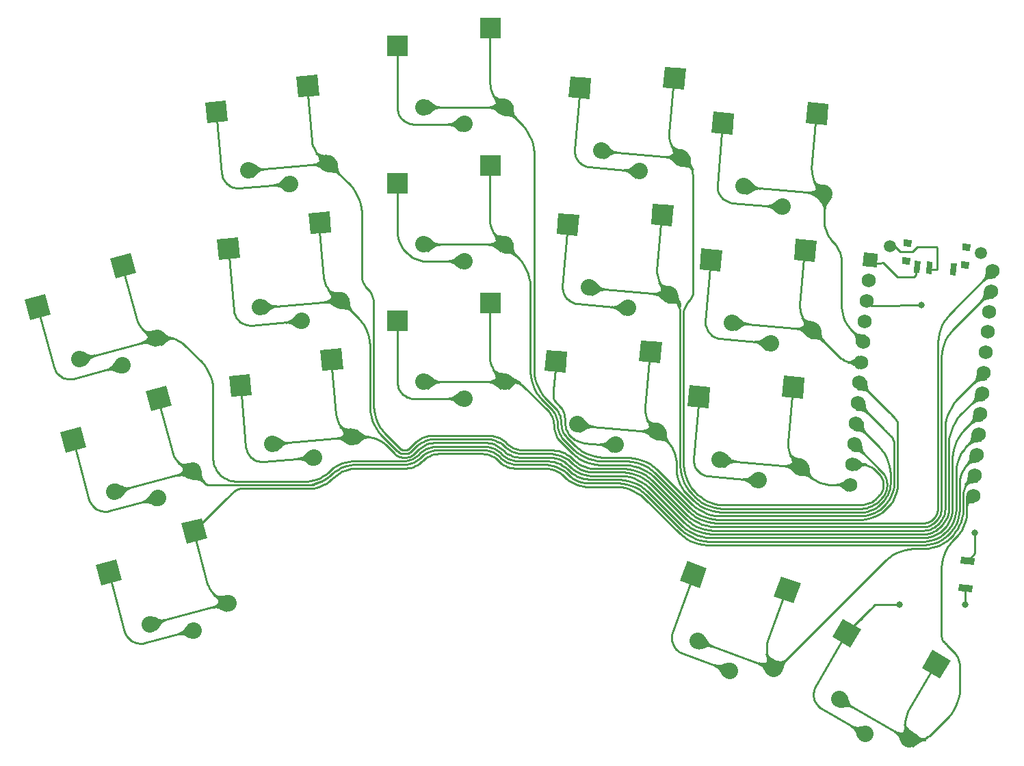
<source format=gbr>
%TF.GenerationSoftware,KiCad,Pcbnew,(5.1.10-1-10_14)*%
%TF.CreationDate,2021-10-09T23:48:43+01:00*%
%TF.ProjectId,architeuthis_dux,61726368-6974-4657-9574-6869735f6475,VERSION_HERE*%
%TF.SameCoordinates,Original*%
%TF.FileFunction,Copper,L1,Top*%
%TF.FilePolarity,Positive*%
%FSLAX46Y46*%
G04 Gerber Fmt 4.6, Leading zero omitted, Abs format (unit mm)*
G04 Created by KiCad (PCBNEW (5.1.10-1-10_14)) date 2021-10-09 23:48:43*
%MOMM*%
%LPD*%
G01*
G04 APERTURE LIST*
%TA.AperFunction,SMDPad,CuDef*%
%ADD10C,0.100000*%
%TD*%
%TA.AperFunction,ComponentPad*%
%ADD11C,1.500000*%
%TD*%
%TA.AperFunction,ComponentPad*%
%ADD12C,2.032000*%
%TD*%
%TA.AperFunction,SMDPad,CuDef*%
%ADD13R,2.600000X2.600000*%
%TD*%
%TA.AperFunction,ComponentPad*%
%ADD14C,0.100000*%
%TD*%
%TA.AperFunction,ComponentPad*%
%ADD15C,1.752600*%
%TD*%
%TA.AperFunction,ViaPad*%
%ADD16C,0.800000*%
%TD*%
%TA.AperFunction,Conductor*%
%ADD17C,0.250000*%
%TD*%
%TA.AperFunction,Conductor*%
%ADD18C,0.025400*%
%TD*%
%TA.AperFunction,Conductor*%
%ADD19C,0.100000*%
%TD*%
G04 APERTURE END LIST*
%TA.AperFunction,SMDPad,CuDef*%
D10*
%TO.P, ,2*%
%TO.N,N/C*%
G36*
X111355710Y1321161D02*
G01*
X109662179Y1469326D01*
X109740620Y2365901D01*
X111434151Y2217736D01*
X111355710Y1321161D01*
G37*
%TD.AperFunction*%
%TA.AperFunction,SMDPad,CuDef*%
%TO.P, ,1*%
G36*
X111059380Y-2065901D02*
G01*
X109365849Y-1917736D01*
X109444290Y-1021161D01*
X111137821Y-1169326D01*
X111059380Y-2065901D01*
G37*
%TD.AperFunction*%
%TD*%
D11*
%TO.P,-,1*%
%TO.N,N/C*%
X112200000Y39950000D03*
%TD*%
%TO.P,+,1*%
%TO.N,N/C*%
X100900000Y40750000D03*
%TD*%
%TA.AperFunction,SMDPad,CuDef*%
D10*
%TO.P,REF\u002A\u002A,*%
%TO.N,*%
G36*
X110763384Y38831436D02*
G01*
X110707578Y38033385D01*
X109710014Y38103142D01*
X109765820Y38901193D01*
X110763384Y38831436D01*
G37*
%TD.AperFunction*%
%TA.AperFunction,SMDPad,CuDef*%
G36*
X103481166Y39340658D02*
G01*
X103425360Y38542607D01*
X102427796Y38612364D01*
X102483602Y39410415D01*
X103481166Y39340658D01*
G37*
%TD.AperFunction*%
%TA.AperFunction,SMDPad,CuDef*%
G36*
X103635328Y41545275D02*
G01*
X103579522Y40747224D01*
X102581958Y40816981D01*
X102637764Y41615032D01*
X103635328Y41545275D01*
G37*
%TD.AperFunction*%
%TA.AperFunction,SMDPad,CuDef*%
G36*
X110917546Y41036052D02*
G01*
X110861740Y40238001D01*
X109864176Y40307758D01*
X109919982Y41105809D01*
X110917546Y41036052D01*
G37*
%TD.AperFunction*%
%TA.AperFunction,SMDPad,CuDef*%
%TO.P,REF\u002A\u002A,3*%
%TO.N,N/C*%
G36*
X104707194Y38954193D02*
G01*
X104602559Y37457847D01*
X103904264Y37506677D01*
X104008899Y39003023D01*
X104707194Y38954193D01*
G37*
%TD.AperFunction*%
%TA.AperFunction,SMDPad,CuDef*%
%TO.P,REF\u002A\u002A,2*%
G36*
X106203540Y38849559D02*
G01*
X106098905Y37353213D01*
X105400610Y37402043D01*
X105505245Y38898389D01*
X106203540Y38849559D01*
G37*
%TD.AperFunction*%
%TA.AperFunction,SMDPad,CuDef*%
%TO.P,REF\u002A\u002A,1*%
G36*
X109196232Y38640289D02*
G01*
X109091597Y37143943D01*
X108393302Y37192773D01*
X108497937Y38689119D01*
X109196232Y38640289D01*
G37*
%TD.AperFunction*%
%TD*%
%TA.AperFunction,SMDPad,CuDef*%
%TO.P,S1,1*%
%TO.N,P7*%
G36*
X13906831Y3949274D02*
G01*
X13233902Y6460681D01*
X15745309Y7133610D01*
X16418238Y4622203D01*
X13906831Y3949274D01*
G37*
%TD.AperFunction*%
%TA.AperFunction,SMDPad,CuDef*%
%TO.P,S1,2*%
%TO.N,GND*%
G36*
X3319789Y-1165123D02*
G01*
X2646860Y1346284D01*
X5158267Y2019213D01*
X5831196Y-492194D01*
X3319789Y-1165123D01*
G37*
%TD.AperFunction*%
%TD*%
D12*
%TO.P,S2,1*%
%TO.N,P7*%
X9356519Y-6018062D03*
%TO.P,S2,2*%
%TO.N,GND*%
X14729668Y-6752411D03*
%TO.P,S2,1*%
%TO.N,P7*%
X19015778Y-3429872D03*
%TO.P,S2,2*%
%TO.N,GND*%
X14729668Y-6752411D03*
%TD*%
%TA.AperFunction,SMDPad,CuDef*%
D10*
%TO.P,S3,1*%
%TO.N,P6*%
G36*
X9506930Y20370074D02*
G01*
X8834001Y22881481D01*
X11345408Y23554410D01*
X12018337Y21043003D01*
X9506930Y20370074D01*
G37*
%TD.AperFunction*%
%TA.AperFunction,SMDPad,CuDef*%
%TO.P,S3,2*%
%TO.N,GND*%
G36*
X-1080112Y15255677D02*
G01*
X-1753041Y17767084D01*
X758366Y18440013D01*
X1431295Y15928606D01*
X-1080112Y15255677D01*
G37*
%TD.AperFunction*%
%TD*%
D12*
%TO.P,S4,1*%
%TO.N,P6*%
X4956618Y10402738D03*
%TO.P,S4,2*%
%TO.N,GND*%
X10329767Y9668389D03*
%TO.P,S4,1*%
%TO.N,P6*%
X14615877Y12990928D03*
%TO.P,S4,2*%
%TO.N,GND*%
X10329767Y9668389D03*
%TD*%
%TA.AperFunction,SMDPad,CuDef*%
D10*
%TO.P,S5,1*%
%TO.N,P5*%
G36*
X5106930Y36790774D02*
G01*
X4434001Y39302181D01*
X6945408Y39975110D01*
X7618337Y37463703D01*
X5106930Y36790774D01*
G37*
%TD.AperFunction*%
%TA.AperFunction,SMDPad,CuDef*%
%TO.P,S5,2*%
%TO.N,GND*%
G36*
X-5480112Y31676377D02*
G01*
X-6153041Y34187784D01*
X-3641634Y34860713D01*
X-2968705Y32349306D01*
X-5480112Y31676377D01*
G37*
%TD.AperFunction*%
%TD*%
D12*
%TO.P,S6,1*%
%TO.N,P5*%
X556618Y26823438D03*
%TO.P,S6,2*%
%TO.N,GND*%
X5929767Y26089089D03*
%TO.P,S6,1*%
%TO.N,P5*%
X10215877Y29411628D03*
%TO.P,S6,2*%
%TO.N,GND*%
X5929767Y26089089D03*
%TD*%
%TA.AperFunction,SMDPad,CuDef*%
D10*
%TO.P,S7,1*%
%TO.N,P4*%
G36*
X30669846Y25345090D02*
G01*
X30443241Y27935197D01*
X33033348Y28161802D01*
X33259953Y25571695D01*
X30669846Y25345090D01*
G37*
%TD.AperFunction*%
%TA.AperFunction,SMDPad,CuDef*%
%TO.P,S7,2*%
%TO.N,GND*%
G36*
X19355540Y22146812D02*
G01*
X19128935Y24736919D01*
X21719042Y24963524D01*
X21945647Y22373417D01*
X19355540Y22146812D01*
G37*
%TD.AperFunction*%
%TD*%
D12*
%TO.P,S8,1*%
%TO.N,P4*%
X24457854Y16319333D03*
%TO.P,S8,2*%
%TO.N,GND*%
X29621855Y14663103D03*
%TO.P,S8,1*%
%TO.N,P4*%
X34419801Y17190891D03*
%TO.P,S8,2*%
%TO.N,GND*%
X29621855Y14663103D03*
%TD*%
%TA.AperFunction,SMDPad,CuDef*%
D10*
%TO.P,S9,1*%
%TO.N,P3*%
G36*
X29188145Y42280389D02*
G01*
X28961540Y44870496D01*
X31551647Y45097101D01*
X31778252Y42506994D01*
X29188145Y42280389D01*
G37*
%TD.AperFunction*%
%TA.AperFunction,SMDPad,CuDef*%
%TO.P,S9,2*%
%TO.N,GND*%
G36*
X17873839Y39082111D02*
G01*
X17647234Y41672218D01*
X20237341Y41898823D01*
X20463946Y39308716D01*
X17873839Y39082111D01*
G37*
%TD.AperFunction*%
%TD*%
D12*
%TO.P,S10,1*%
%TO.N,P3*%
X22976153Y33254632D03*
%TO.P,S10,2*%
%TO.N,GND*%
X28140154Y31598402D03*
%TO.P,S10,1*%
%TO.N,P3*%
X32938100Y34126190D03*
%TO.P,S10,2*%
%TO.N,GND*%
X28140154Y31598402D03*
%TD*%
%TA.AperFunction,SMDPad,CuDef*%
D10*
%TO.P,S11,1*%
%TO.N,P0*%
G36*
X27706545Y59215691D02*
G01*
X27479940Y61805798D01*
X30070047Y62032403D01*
X30296652Y59442296D01*
X27706545Y59215691D01*
G37*
%TD.AperFunction*%
%TA.AperFunction,SMDPad,CuDef*%
%TO.P,S11,2*%
%TO.N,GND*%
G36*
X16392239Y56017413D02*
G01*
X16165634Y58607520D01*
X18755741Y58834125D01*
X18982346Y56244018D01*
X16392239Y56017413D01*
G37*
%TD.AperFunction*%
%TD*%
D12*
%TO.P,S12,1*%
%TO.N,P0*%
X21494553Y50189934D03*
%TO.P,S12,2*%
%TO.N,GND*%
X26658554Y48533704D03*
%TO.P,S12,1*%
%TO.N,P0*%
X31456500Y51061492D03*
%TO.P,S12,2*%
%TO.N,GND*%
X26658554Y48533704D03*
%TD*%
D13*
%TO.P,S13,1*%
%TO.N,P1*%
X51501936Y33769253D03*
%TO.P,S13,2*%
%TO.N,GND*%
X39951936Y31569253D03*
%TD*%
D12*
%TO.P,S14,1*%
%TO.N,P1*%
X43226936Y24019253D03*
%TO.P,S14,2*%
%TO.N,GND*%
X48226936Y21919253D03*
%TO.P,S14,1*%
%TO.N,P1*%
X53226936Y24019253D03*
%TO.P,S14,2*%
%TO.N,GND*%
X48226936Y21919253D03*
%TD*%
D13*
%TO.P,S15,1*%
%TO.N,P19*%
X51501935Y50769253D03*
%TO.P,S15,2*%
%TO.N,GND*%
X39951935Y48569253D03*
%TD*%
D12*
%TO.P,S16,1*%
%TO.N,P19*%
X43226935Y41019253D03*
%TO.P,S16,2*%
%TO.N,GND*%
X48226935Y38919253D03*
%TO.P,S16,1*%
%TO.N,P19*%
X53226935Y41019253D03*
%TO.P,S16,2*%
%TO.N,GND*%
X48226935Y38919253D03*
%TD*%
D13*
%TO.P,S17,1*%
%TO.N,P18*%
X51501936Y67769251D03*
%TO.P,S17,2*%
%TO.N,GND*%
X39951936Y65569251D03*
%TD*%
D12*
%TO.P,S18,1*%
%TO.N,P18*%
X43226936Y58019251D03*
%TO.P,S18,2*%
%TO.N,GND*%
X48226936Y55919251D03*
%TO.P,S18,1*%
%TO.N,P18*%
X53226936Y58019251D03*
%TO.P,S18,2*%
%TO.N,GND*%
X48226936Y55919251D03*
%TD*%
%TA.AperFunction,SMDPad,CuDef*%
D10*
%TO.P,S19,1*%
%TO.N,P15*%
G36*
X69881292Y26548024D02*
G01*
X70107897Y29138131D01*
X72698004Y28911526D01*
X72471399Y26321419D01*
X69881292Y26548024D01*
G37*
%TD.AperFunction*%
%TA.AperFunction,SMDPad,CuDef*%
%TO.P,S19,2*%
%TO.N,GND*%
G36*
X58183501Y25363045D02*
G01*
X58410106Y27953152D01*
X61000213Y27726547D01*
X60773608Y25136440D01*
X58183501Y25363045D01*
G37*
%TD.AperFunction*%
%TD*%
D12*
%TO.P,S20,1*%
%TO.N,P15*%
X62196369Y18738091D03*
%TO.P,S20,2*%
%TO.N,GND*%
X66994315Y16210303D03*
%TO.P,S20,1*%
%TO.N,P15*%
X72158316Y17866533D03*
%TO.P,S20,2*%
%TO.N,GND*%
X66994315Y16210303D03*
%TD*%
%TA.AperFunction,SMDPad,CuDef*%
D10*
%TO.P,S21,1*%
%TO.N,P14*%
G36*
X71362993Y43483324D02*
G01*
X71589598Y46073431D01*
X74179705Y45846826D01*
X73953100Y43256719D01*
X71362993Y43483324D01*
G37*
%TD.AperFunction*%
%TA.AperFunction,SMDPad,CuDef*%
%TO.P,S21,2*%
%TO.N,GND*%
G36*
X59665202Y42298345D02*
G01*
X59891807Y44888452D01*
X62481914Y44661847D01*
X62255309Y42071740D01*
X59665202Y42298345D01*
G37*
%TD.AperFunction*%
%TD*%
D12*
%TO.P,S22,1*%
%TO.N,P14*%
X63678070Y35673391D03*
%TO.P,S22,2*%
%TO.N,GND*%
X68476016Y33145603D03*
%TO.P,S22,1*%
%TO.N,P14*%
X73640017Y34801833D03*
%TO.P,S22,2*%
%TO.N,GND*%
X68476016Y33145603D03*
%TD*%
%TA.AperFunction,SMDPad,CuDef*%
D10*
%TO.P,S23,1*%
%TO.N,P16*%
G36*
X72844594Y60418724D02*
G01*
X73071199Y63008831D01*
X75661306Y62782226D01*
X75434701Y60192119D01*
X72844594Y60418724D01*
G37*
%TD.AperFunction*%
%TA.AperFunction,SMDPad,CuDef*%
%TO.P,S23,2*%
%TO.N,GND*%
G36*
X61146803Y59233745D02*
G01*
X61373408Y61823852D01*
X63963515Y61597247D01*
X63736910Y59007140D01*
X61146803Y59233745D01*
G37*
%TD.AperFunction*%
%TD*%
D12*
%TO.P,S24,1*%
%TO.N,P16*%
X65159671Y52608791D03*
%TO.P,S24,2*%
%TO.N,GND*%
X69957617Y50081003D03*
%TO.P,S24,1*%
%TO.N,P16*%
X75121618Y51737233D03*
%TO.P,S24,2*%
%TO.N,GND*%
X69957617Y50081003D03*
%TD*%
%TA.AperFunction,SMDPad,CuDef*%
D10*
%TO.P,S25,1*%
%TO.N,P10*%
G36*
X87565893Y22156724D02*
G01*
X87792498Y24746831D01*
X90382605Y24520226D01*
X90156000Y21930119D01*
X87565893Y22156724D01*
G37*
%TD.AperFunction*%
%TA.AperFunction,SMDPad,CuDef*%
%TO.P,S25,2*%
%TO.N,GND*%
G36*
X75868102Y20971745D02*
G01*
X76094707Y23561852D01*
X78684814Y23335247D01*
X78458209Y20745140D01*
X75868102Y20971745D01*
G37*
%TD.AperFunction*%
%TD*%
D12*
%TO.P,S26,1*%
%TO.N,P10*%
X79880970Y14346791D03*
%TO.P,S26,2*%
%TO.N,GND*%
X84678916Y11819003D03*
%TO.P,S26,1*%
%TO.N,P10*%
X89842917Y13475233D03*
%TO.P,S26,2*%
%TO.N,GND*%
X84678916Y11819003D03*
%TD*%
%TA.AperFunction,SMDPad,CuDef*%
D10*
%TO.P,S27,1*%
%TO.N,P20*%
G36*
X89047493Y39092024D02*
G01*
X89274098Y41682131D01*
X91864205Y41455526D01*
X91637600Y38865419D01*
X89047493Y39092024D01*
G37*
%TD.AperFunction*%
%TA.AperFunction,SMDPad,CuDef*%
%TO.P,S27,2*%
%TO.N,GND*%
G36*
X77349702Y37907045D02*
G01*
X77576307Y40497152D01*
X80166414Y40270547D01*
X79939809Y37680440D01*
X77349702Y37907045D01*
G37*
%TD.AperFunction*%
%TD*%
D12*
%TO.P,S28,1*%
%TO.N,P20*%
X81362570Y31282091D03*
%TO.P,S28,2*%
%TO.N,GND*%
X86160516Y28754303D03*
%TO.P,S28,1*%
%TO.N,P20*%
X91324517Y30410533D03*
%TO.P,S28,2*%
%TO.N,GND*%
X86160516Y28754303D03*
%TD*%
%TA.AperFunction,SMDPad,CuDef*%
D10*
%TO.P,S29,1*%
%TO.N,P21*%
G36*
X90529194Y56027324D02*
G01*
X90755799Y58617431D01*
X93345906Y58390826D01*
X93119301Y55800719D01*
X90529194Y56027324D01*
G37*
%TD.AperFunction*%
%TA.AperFunction,SMDPad,CuDef*%
%TO.P,S29,2*%
%TO.N,GND*%
G36*
X78831403Y54842345D02*
G01*
X79058008Y57432452D01*
X81648115Y57205847D01*
X81421510Y54615740D01*
X78831403Y54842345D01*
G37*
%TD.AperFunction*%
%TD*%
D12*
%TO.P,S30,1*%
%TO.N,P21*%
X82844271Y48217391D03*
%TO.P,S30,2*%
%TO.N,GND*%
X87642217Y45689603D03*
%TO.P,S30,1*%
%TO.N,P21*%
X92806218Y47345833D03*
%TO.P,S30,2*%
%TO.N,GND*%
X87642217Y45689603D03*
%TD*%
%TA.AperFunction,SMDPad,CuDef*%
D10*
%TO.P,S31,1*%
%TO.N,P8*%
G36*
X86547621Y-2518068D02*
G01*
X87436874Y-74867D01*
X89880075Y-964120D01*
X88990822Y-3407321D01*
X86547621Y-2518068D01*
G37*
%TD.AperFunction*%
%TA.AperFunction,SMDPad,CuDef*%
%TO.P,S31,2*%
%TO.N,GND*%
G36*
X74941727Y-635059D02*
G01*
X75830980Y1808142D01*
X78274181Y918889D01*
X77384928Y-1524312D01*
X74941727Y-635059D01*
G37*
%TD.AperFunction*%
%TD*%
D12*
%TO.P,S32,1*%
%TO.N,P8*%
X77103195Y-8072880D03*
%TO.P,S32,2*%
%TO.N,GND*%
X81083416Y-11756335D03*
%TO.P,S32,1*%
%TO.N,P8*%
X86500122Y-11493082D03*
%TO.P,S32,2*%
%TO.N,GND*%
X81083416Y-11756335D03*
%TD*%
%TA.AperFunction,SMDPad,CuDef*%
D10*
%TO.P,S33,1*%
%TO.N,P9*%
G36*
X104888935Y-11450629D02*
G01*
X106188935Y-9198963D01*
X108440601Y-10498963D01*
X107140601Y-12750629D01*
X104888935Y-11450629D01*
G37*
%TD.AperFunction*%
%TA.AperFunction,SMDPad,CuDef*%
%TO.P,S33,2*%
%TO.N,GND*%
G36*
X93786342Y-7580885D02*
G01*
X95086342Y-5329219D01*
X97338008Y-6629219D01*
X96038008Y-8880885D01*
X93786342Y-7580885D01*
G37*
%TD.AperFunction*%
%TD*%
D12*
%TO.P,S34,1*%
%TO.N,P9*%
X94623408Y-15281044D03*
%TO.P,S34,2*%
%TO.N,GND*%
X97903535Y-19599697D03*
%TO.P,S34,1*%
%TO.N,P9*%
X103283662Y-20281044D03*
%TO.P,S34,2*%
%TO.N,GND*%
X97903535Y-19599697D03*
%TD*%
%TA.AperFunction,ComponentPad*%
D14*
%TO.P,C1,1*%
%TO.N,RAW*%
G36*
X97691506Y40038559D02*
G01*
X99437437Y39885810D01*
X99284688Y38139879D01*
X97538757Y38292628D01*
X97691506Y40038559D01*
G37*
%TD.AperFunction*%
D15*
%TO.P,C1,2*%
%TO.N,GND*%
X98266722Y36558884D03*
%TO.P,C1,3*%
%TO.N,RST*%
X98045346Y34028550D03*
%TO.P,C1,4*%
%TO.N,VCC*%
X97823970Y31498215D03*
%TO.P,C1,5*%
%TO.N,P21*%
X97602595Y28967881D03*
%TO.P,C1,6*%
%TO.N,P20*%
X97381219Y26437546D03*
%TO.P,C1,7*%
%TO.N,P19*%
X97159844Y23907211D03*
%TO.P,C1,8*%
%TO.N,P18*%
X96938468Y21376877D03*
%TO.P,C1,9*%
%TO.N,P15*%
X96717092Y18846542D03*
%TO.P,C1,10*%
%TO.N,P14*%
X96495717Y16316208D03*
%TO.P,C1,11*%
%TO.N,P16*%
X96274341Y13785873D03*
%TO.P,C1,12*%
%TO.N,P10*%
X96052966Y11255539D03*
%TO.P,C1,13*%
%TO.N,P1*%
X113670104Y37760965D03*
%TO.P,C1,14*%
%TO.N,P0*%
X113448729Y35230631D03*
%TO.P,C1,15*%
%TO.N,GND*%
X113227353Y32700296D03*
%TO.P,C1,16*%
X113005978Y30169962D03*
%TO.P,C1,17*%
%TO.N,P2*%
X112784602Y27639627D03*
%TO.P,C1,18*%
%TO.N,P3*%
X112563226Y25109293D03*
%TO.P,C1,19*%
%TO.N,P4*%
X112341851Y22578958D03*
%TO.P,C1,20*%
%TO.N,P5*%
X112120475Y20048623D03*
%TO.P,C1,21*%
%TO.N,P6*%
X111899100Y17518289D03*
%TO.P,C1,22*%
%TO.N,P7*%
X111677724Y14987954D03*
%TO.P,C1,23*%
%TO.N,P8*%
X111456348Y12457620D03*
%TO.P,C1,24*%
%TO.N,P9*%
X111234973Y9927285D03*
%TD*%
D16*
%TO.N,*%
X111450000Y5300000D03*
X110251835Y-3598165D03*
X102148165Y-3598165D03*
X104800000Y33500000D03*
%TD*%
D17*
%TO.N,*%
X101850000Y37000000D02*
X100100000Y38750000D01*
X103850000Y37000000D02*
X101850000Y37000000D01*
X104114868Y37264868D02*
X103850000Y37000000D01*
X104114868Y38408530D02*
X104114868Y37264868D01*
X99600000Y38700000D02*
X99200000Y38650000D01*
X100050000Y38750000D02*
X99650000Y38700000D01*
X100900000Y40750000D02*
X101550000Y40750000D01*
X101550000Y40750000D02*
X102200000Y40100000D01*
X102200000Y40100000D02*
X103700000Y40100000D01*
X103700000Y40100000D02*
X104300000Y40700000D01*
X104300000Y40700000D02*
X106650000Y40700000D01*
X106650000Y40700000D02*
X106750000Y40600000D01*
X106750000Y40600000D02*
X106750000Y37950000D01*
X105977876Y37950000D02*
X105802075Y38125801D01*
X106750000Y37950000D02*
X105977876Y37950000D01*
X111450000Y2745366D02*
X110548165Y1843531D01*
X111450000Y5300000D02*
X111450000Y2745366D01*
X110251835Y-1543531D02*
X110251835Y-3598165D01*
X110251835Y-3598165D02*
X110251835Y-3598165D01*
X98450000Y-4200000D02*
X96650000Y-6000000D01*
X104800000Y33500000D02*
X99450000Y33400000D01*
X99050000Y-3600000D02*
X97250000Y-5400000D01*
X102148165Y-3598165D02*
X99050000Y-3600000D01*
%TO.N,P7*%
X76728576Y4111930D02*
X77240238Y3956719D01*
X105632498Y3844224D02*
X105183478Y3800000D01*
X18132855Y-3037501D02*
X18158686Y-3193964D01*
X74905146Y5204851D02*
X75318463Y4865650D01*
X33136184Y12892755D02*
X32766748Y12695288D01*
X20679675Y10799980D02*
X20520299Y10784282D01*
X62961377Y11062280D02*
X63340710Y11024920D01*
X110487684Y13797914D02*
X110261280Y13522040D01*
X18831439Y9546811D02*
X18712090Y9427462D01*
X31798427Y11900607D02*
X31474614Y11634861D01*
X17954312Y-2779532D02*
X18062717Y-2895275D01*
X106506785Y4063221D02*
X106075020Y3932247D01*
X17125061Y-2138239D02*
X17289987Y-2314328D01*
X42465313Y13734215D02*
X42197343Y13590982D01*
X61534462Y11572838D02*
X61870622Y11393156D01*
X42952829Y14095781D02*
X42717952Y13903023D01*
X17967981Y-3614859D02*
X17833315Y-3698601D01*
X109114112Y6426365D02*
X108901421Y6028449D01*
X69160488Y10508371D02*
X69632038Y10256322D01*
X51050323Y15019914D02*
X51341087Y14931711D01*
X52592147Y14095779D02*
X52827024Y13903020D01*
X70076613Y9959267D02*
X70489931Y9620066D01*
X17471379Y-2473405D02*
X17667489Y-2613935D01*
X20363228Y10753039D02*
X20209977Y10706550D01*
X107321549Y4448575D02*
X106923632Y4235885D01*
X109758201Y12580845D02*
X109654604Y12239330D01*
X53628354Y13474700D02*
X53919118Y13386498D01*
X110063007Y13225303D02*
X109894774Y12910561D01*
X67630428Y10972511D02*
X67098317Y11024920D01*
X41916625Y13474705D02*
X41625861Y13386503D01*
X53079665Y13734211D02*
X53347635Y13590978D01*
X19543994Y10259366D02*
X19427005Y10142377D01*
X109550000Y8166521D02*
X109505775Y7717500D01*
X45095046Y15108975D02*
X44792662Y15079192D01*
X109417751Y7274977D02*
X109286777Y6843212D01*
X20062021Y10645265D02*
X19920784Y10569772D01*
X16716893Y-1557017D02*
X16878538Y-1816963D01*
X109584980Y11889305D02*
X109550000Y11534141D01*
X43923170Y14815434D02*
X43655200Y14672202D01*
X59705619Y12929201D02*
X60041779Y12749519D01*
X41327852Y13327226D02*
X41025468Y13297444D01*
X62222777Y11247290D02*
X62587532Y11136643D01*
X60922884Y12026415D02*
X61217531Y11784604D01*
X75763038Y4568595D02*
X76234589Y4316546D01*
X108045478Y4985478D02*
X107696702Y4699245D01*
X30369866Y11044361D02*
X29969005Y10922761D01*
X19310017Y10025389D02*
X19193028Y9908400D01*
X77764651Y3852408D02*
X78296762Y3800000D01*
X50752313Y15079192D02*
X50449928Y15108975D01*
X108650752Y5653295D02*
X108364519Y5304519D01*
X43402561Y14503393D02*
X43167683Y14310635D01*
X58614864Y13260078D02*
X58235531Y13297440D01*
X44494653Y15019914D02*
X44203889Y14931712D01*
X58988709Y13185716D02*
X59353464Y13075068D01*
X32418447Y12462560D02*
X32094634Y12196814D01*
X29558155Y10841039D02*
X29141274Y10799980D01*
X19787626Y10480798D02*
X19663830Y10379202D01*
X34751787Y13297444D02*
X34334906Y13256384D01*
X18137988Y-3351187D02*
X18072541Y-3495632D01*
X33924056Y13174661D02*
X33523195Y13053061D01*
X52142417Y14503391D02*
X52377295Y14310632D01*
X51621806Y14815434D02*
X51889776Y14672201D01*
X68154840Y10868199D02*
X68666502Y10712988D01*
X60358709Y12537753D02*
X60653356Y12295942D01*
X19070138Y9785510D02*
X18950789Y9666161D01*
X54217129Y13327221D02*
X54519514Y13297440D01*
X16473680Y-995991D02*
X16581506Y-1282478D01*
X31126313Y11402133D02*
X30756877Y11204666D01*
X42465313Y13734215D02*
X42717952Y13903023D01*
X29969005Y10922761D02*
X29558155Y10841039D01*
X110261280Y13522040D02*
X110063007Y13225303D01*
X34334906Y13256384D02*
X33924056Y13174661D01*
X31474614Y11634861D02*
X31126313Y11402133D01*
X52142417Y14503391D02*
X51889776Y14672201D01*
X17967981Y-3614859D02*
X18072541Y-3495632D01*
X108901421Y6028449D02*
X108650752Y5653295D01*
X109505775Y7717500D02*
X109417751Y7274977D01*
X75318463Y4865650D02*
X75763038Y4568595D01*
X44792662Y15079192D02*
X44494653Y15019914D01*
X20520299Y10784282D02*
X20363228Y10753039D01*
X107321549Y4448575D02*
X107696702Y4699245D01*
X43655200Y14672202D02*
X43402561Y14503393D01*
X77240238Y3956719D02*
X77764651Y3852408D01*
X109654604Y12239330D02*
X109584980Y11889305D01*
X32766748Y12695288D02*
X32418447Y12462560D01*
X41625861Y13386503D02*
X41327852Y13327226D01*
X105632498Y3844224D02*
X106075020Y3932247D01*
X51050323Y15019914D02*
X50752313Y15079192D01*
X53919118Y13386498D02*
X54217129Y13327221D01*
X58614864Y13260078D02*
X58988709Y13185716D01*
X62961377Y11062280D02*
X62587532Y11136643D01*
X60041779Y12749519D02*
X60358709Y12537753D01*
X69632038Y10256322D02*
X70076613Y9959267D01*
X19920784Y10569772D02*
X19787626Y10480798D01*
X17289987Y-2314328D02*
X17471379Y-2473405D01*
X67630428Y10972511D02*
X68154840Y10868199D01*
X18132855Y-3037501D02*
X18062717Y-2895275D01*
X18831439Y9546811D02*
X18950789Y9666161D01*
X16716893Y-1557017D02*
X16581506Y-1282478D01*
X19427005Y10142377D02*
X19310017Y10025389D01*
X61534462Y11572838D02*
X61217531Y11784604D01*
X52827024Y13903020D02*
X53079665Y13734211D01*
X109758201Y12580845D02*
X109894774Y12910561D01*
X106506785Y4063221D02*
X106923632Y4235885D01*
X59705619Y12929201D02*
X59353464Y13075068D01*
X76728576Y4111930D02*
X76234589Y4316546D01*
X33136184Y12892755D02*
X33523195Y13053061D01*
X42197343Y13590982D02*
X41916625Y13474705D01*
X18158686Y-3193964D02*
X18137988Y-3351187D01*
X43923170Y14815434D02*
X44203889Y14931712D01*
X109114112Y6426365D02*
X109286777Y6843212D01*
X30369866Y11044361D02*
X30756877Y11204666D01*
X61870622Y11393156D02*
X62222777Y11247290D01*
X17125061Y-2138239D02*
X16878538Y-1816963D01*
X69160488Y10508371D02*
X68666502Y10712988D01*
X53628354Y13474700D02*
X53347635Y13590978D01*
X20209977Y10706550D02*
X20062021Y10645265D01*
X51341087Y14931711D02*
X51621806Y14815434D01*
X19193028Y9908400D02*
X19070138Y9785510D01*
X17833315Y-3698601D02*
X9343969Y-5973315D01*
X17954312Y-2779532D02*
X17667489Y-2613935D01*
X16473680Y-995991D02*
X14742808Y5463714D01*
X110487684Y13797914D02*
X111677724Y14987954D01*
X45095046Y15108975D02*
X50449928Y15108975D01*
X58235531Y13297440D02*
X54519514Y13297440D01*
X109550000Y8166521D02*
X109550000Y11534141D01*
X52592147Y14095779D02*
X52377295Y14310632D01*
X60922884Y12026415D02*
X60653356Y12295942D01*
X63340710Y11024920D02*
X67098317Y11024920D01*
X74905146Y5204851D02*
X70489931Y9620066D01*
X105183478Y3800000D02*
X78296762Y3800000D01*
X108045478Y4985478D02*
X108364519Y5304519D01*
X42952829Y14095781D02*
X43167683Y14310635D01*
X41025468Y13297444D02*
X34751787Y13297444D01*
X19543994Y10259366D02*
X19663830Y10379202D01*
X20679675Y10799980D02*
X29141274Y10799980D01*
X31798427Y11900607D02*
X32094634Y12196814D01*
X18712090Y9427462D02*
X14826070Y5541442D01*
%TO.N,GND*%
X40632716Y22455667D02*
X40790533Y22326149D01*
X19979599Y32025120D02*
X20091166Y31854139D01*
X39961935Y57865061D02*
X39981945Y57661883D01*
X39931934Y42563387D02*
X39968740Y42189679D01*
X23148919Y14104758D02*
X23353067Y14102531D01*
X19809261Y32395673D02*
X19885328Y32206212D01*
X41786611Y39469042D02*
X42117786Y39292026D01*
X18314165Y49369960D02*
X18390232Y49180499D01*
X74645114Y-9277310D02*
X74808431Y-9399820D01*
X-2161774Y25075134D02*
X-2022212Y24926125D01*
X6607011Y-7650430D02*
X6746574Y-7799439D01*
X61177397Y17533595D02*
X61333016Y17343973D01*
X61919206Y52324817D02*
X61961218Y52125026D01*
X6212702Y-6940904D02*
X6284618Y-7131980D01*
X91484283Y-14946355D02*
X91517539Y-15147788D01*
X81151624Y46202922D02*
X81352284Y46165279D01*
X62340488Y16638830D02*
X62573632Y16553973D01*
X80108936Y46812525D02*
X80254865Y46669745D01*
X-2556084Y25784659D02*
X-2484168Y25593585D01*
X78391244Y30321660D02*
X78506515Y30153154D01*
X19714488Y32792337D02*
X19752131Y32591677D01*
X19023034Y48392044D02*
X19191540Y48276773D01*
X60056608Y21018388D02*
X60209177Y20832482D01*
X62752642Y50968095D02*
X62923623Y50856528D01*
X80766160Y46336118D02*
X80955621Y46260052D01*
X59254668Y22194923D02*
X59264548Y22094597D01*
X20155738Y47972763D02*
X20359886Y47970536D01*
X77169051Y12980009D02*
X77314980Y12837229D01*
X-2393870Y25410479D02*
X-2286060Y25237106D01*
X63104716Y50762257D02*
X63294177Y50686190D01*
X41338959Y56008355D02*
X41534329Y55949090D01*
X73902196Y-7868983D02*
X73931050Y-8071094D01*
X8023359Y-8377943D02*
X8227410Y-8384622D01*
X3622234Y7970003D02*
X3826285Y7963323D01*
X2205886Y8697516D02*
X2345448Y8548506D01*
X40294709Y41115103D02*
X40471725Y40783928D01*
X76744169Y13671661D02*
X76824350Y13483905D01*
X91732593Y-15719175D02*
X91840403Y-15892548D01*
X21248096Y31062714D02*
X21447887Y31020703D01*
X20865628Y31204288D02*
X21053384Y31124107D01*
X78211740Y12370405D02*
X78412400Y12332763D01*
X73904420Y-7461161D02*
X73893291Y-7665018D01*
X39951934Y23895061D02*
X39971945Y23691883D01*
X79580649Y47898677D02*
X79622661Y47698886D01*
X62813285Y16489759D02*
X63057622Y16446675D01*
X59272036Y22828993D02*
X59266247Y22722967D01*
X78212864Y30688409D02*
X78293046Y30500653D01*
X21477683Y15131401D02*
X21589250Y14960420D01*
X41724566Y21939261D02*
X41927744Y21919251D01*
X80414087Y46541956D02*
X80585067Y46430389D01*
X20218955Y31694918D02*
X20361735Y31548989D01*
X-1525957Y24570514D02*
X-1339995Y24486255D01*
X21650834Y30998477D02*
X21854982Y30996250D01*
X60760395Y18415272D02*
X60831603Y18180530D01*
X60925478Y17953898D02*
X61041113Y17737559D01*
X6374916Y-7315086D02*
X6482727Y-7488459D01*
X91700502Y-13758052D02*
X91616243Y-13944014D01*
X79680436Y29387155D02*
X79881096Y29349512D01*
X22746181Y14168996D02*
X22945972Y14126985D01*
X76640765Y14066164D02*
X76682777Y13866373D01*
X77826275Y12503602D02*
X78015736Y12427535D01*
X76616312Y14473259D02*
X76618539Y14269111D01*
X78085007Y31490007D02*
X78087234Y31285859D01*
X61900207Y16867892D02*
X62114134Y16744381D01*
X40680351Y40471698D02*
X40918575Y40181421D01*
X18484503Y48999406D02*
X18596070Y48828425D01*
X59352058Y21806112D02*
X59399581Y21717203D01*
X91964688Y-16054519D02*
X92104251Y-16203528D01*
X60540090Y34985043D02*
X60620271Y34797287D01*
X19753000Y48037000D02*
X19952791Y47994989D01*
X60688496Y18899986D02*
X60712539Y18655863D01*
X18219392Y49766623D02*
X18257035Y49565963D01*
X91477610Y-14538581D02*
X91470930Y-14742632D01*
X21717039Y14801199D02*
X21859819Y14655270D01*
X40159167Y57077657D02*
X40255407Y56897603D01*
X60342789Y20632518D02*
X60456158Y20420421D01*
X8632566Y-8338012D02*
X8431133Y-8371269D01*
X40149168Y23107657D02*
X40245408Y22927603D01*
X61894753Y52731912D02*
X61896980Y52527764D01*
X79294971Y29520352D02*
X79484432Y29444285D01*
X61622198Y33816985D02*
X61811659Y33740918D01*
X79684053Y47504175D02*
X79764234Y47316419D01*
X60664922Y19732217D02*
X60688496Y19492880D01*
X40970286Y56182724D02*
X41150340Y56086484D01*
X2841705Y8192894D02*
X3027667Y8108636D01*
X41184105Y39915892D02*
X41474381Y39677668D01*
X43192362Y38966058D02*
X43566070Y38929252D01*
X-745428Y24347621D02*
X-541377Y24340941D01*
X74133589Y-8647035D02*
X74237592Y-8822719D01*
X21307345Y15501954D02*
X21383412Y15312493D01*
X18723859Y48669204D02*
X18866639Y48523275D01*
X40960286Y22212724D02*
X41140340Y22116483D01*
X73979576Y-8269404D02*
X74047306Y-8462002D01*
X62007663Y33683789D02*
X62208323Y33646146D01*
X40042000Y41821379D02*
X40151006Y41462034D01*
X62447492Y51238664D02*
X62593421Y51095884D01*
X60964974Y34293392D02*
X61110904Y34150612D01*
X91550618Y-14137340D02*
X91504258Y-14336167D01*
X40642715Y56425667D02*
X40800533Y56296150D01*
X59287081Y23040825D02*
X59278981Y22934950D01*
X62022610Y51930315D02*
X62102791Y51742559D01*
X78109461Y31082912D02*
X78151472Y30883121D01*
X74982971Y-9505734D02*
X75167051Y-9594029D01*
X3220993Y8043011D02*
X3419820Y7996651D01*
X2498945Y8413893D02*
X2664896Y8294975D01*
X59455590Y21633381D02*
X59519544Y21555452D01*
X-1868717Y24791513D02*
X-1702766Y24672594D01*
X60548192Y20198231D02*
X60618004Y19968092D01*
X78942899Y29726189D02*
X79113879Y29614622D01*
X4231441Y8009933D02*
X4030008Y7976676D01*
X1811577Y9407042D02*
X1883493Y9215966D01*
X60436686Y35379546D02*
X60478698Y35179755D01*
X7622118Y-8304934D02*
X7820945Y-8351294D01*
X74358314Y-8987363D02*
X74494592Y-9139381D01*
X79862433Y47137427D02*
X79977704Y46968921D01*
X22016215Y14524039D02*
X22184721Y14408768D01*
X59284215Y21995722D02*
X59313479Y21899251D01*
X40011775Y23491646D02*
X40071040Y23296276D01*
X59255803Y22405638D02*
X59254668Y22301537D01*
X78637747Y29996758D02*
X78783677Y29853978D01*
X62200990Y51563566D02*
X62316261Y51395060D01*
X1973791Y9032860D02*
X2081602Y8859487D01*
X41328959Y22038355D02*
X41524329Y21979091D01*
X22363714Y14310569D02*
X22551470Y14230388D01*
X76922550Y13304911D02*
X77037820Y13136405D01*
X40021775Y57461646D02*
X40081039Y57266276D01*
X59261480Y22613773D02*
X59258074Y22509721D01*
X-136221Y24387552D02*
X-337654Y24354295D01*
X60412233Y35786641D02*
X60414460Y35582493D01*
X63490182Y50629060D02*
X63690843Y50591417D01*
X61508629Y17168360D02*
X61697858Y17009577D01*
X40368833Y56727850D02*
X40498351Y56570031D01*
X19370532Y48178575D02*
X19558288Y48098393D01*
X20518130Y31417758D02*
X20686636Y31302487D01*
X73986165Y-7061608D02*
X73935478Y-7259377D01*
X7242830Y-8155051D02*
X7428792Y-8239310D01*
X40358834Y22757849D02*
X40488352Y22600031D01*
X60718470Y34618294D02*
X60833741Y34449788D01*
X77474203Y12709440D02*
X77645183Y12597873D01*
X41734566Y55909261D02*
X41937744Y55889251D01*
X61270126Y34022823D02*
X61441106Y33911256D01*
X91570380Y-15344993D02*
X91642295Y-15536069D01*
X79556196Y48305772D02*
X79558423Y48101624D01*
X6900070Y-7934052D02*
X7066021Y-8052971D01*
X-1146669Y24420630D02*
X-947842Y24374270D01*
X92257747Y-16338141D02*
X92423698Y-16457060D01*
X42464717Y39148323D02*
X42824062Y39039317D01*
X21212573Y15898618D02*
X21250216Y15697958D01*
X59264548Y22094597D02*
X59284215Y21995722D01*
X61811659Y33740918D02*
X62007663Y33683789D01*
X59272036Y22828993D02*
X59278981Y22934950D01*
X60209177Y20832482D02*
X60342789Y20632518D01*
X63294177Y50686190D02*
X63490182Y50629060D01*
X80254865Y46669745D02*
X80414087Y46541956D01*
X76824350Y13483905D02*
X76922550Y13304911D01*
X21307345Y15501954D02*
X21250216Y15697958D01*
X41534329Y55949090D02*
X41734566Y55909261D01*
X40255407Y56897603D02*
X40368833Y56727850D01*
X6746574Y-7799439D02*
X6900070Y-7934052D01*
X-541377Y24340941D02*
X-337654Y24354295D01*
X20155738Y47972763D02*
X19952791Y47994989D01*
X19809261Y32395673D02*
X19752131Y32591677D01*
X78942899Y29726189D02*
X78783677Y29853978D01*
X2345448Y8548506D02*
X2498945Y8413893D01*
X79580649Y47898677D02*
X79558423Y48101624D01*
X60620271Y34797287D02*
X60718470Y34618294D01*
X78211740Y12370405D02*
X78015736Y12427535D01*
X21447887Y31020703D02*
X21650834Y30998477D01*
X22184721Y14408768D02*
X22363714Y14310569D01*
X1883493Y9215966D02*
X1973791Y9032860D01*
X77314980Y12837229D02*
X77474203Y12709440D01*
X59255803Y22405638D02*
X59258074Y22509721D01*
X76640765Y14066164D02*
X76618539Y14269111D01*
X62102791Y51742559D02*
X62200990Y51563566D01*
X73931050Y-8071094D02*
X73979576Y-8269404D01*
X79764234Y47316419D02*
X79862433Y47137427D01*
X40245408Y22927603D02*
X40358834Y22757849D01*
X43192362Y38966058D02*
X42824062Y39039317D01*
X74808431Y-9399820D02*
X74982971Y-9505734D01*
X61900207Y16867892D02*
X61697858Y17009577D01*
X40790533Y22326149D02*
X40960286Y22212724D01*
X18596070Y48828425D02*
X18723859Y48669204D01*
X73904420Y-7461161D02*
X73935478Y-7259377D01*
X6284618Y-7131980D02*
X6374916Y-7315086D01*
X92104251Y-16203528D02*
X92257747Y-16338141D01*
X81151624Y46202922D02*
X80955621Y46260052D01*
X40471725Y40783928D02*
X40680351Y40471698D01*
X91732593Y-15719175D02*
X91642295Y-15536069D01*
X61177397Y17533595D02*
X61041113Y17737559D01*
X62752642Y50968095D02*
X62593421Y51095884D01*
X3027667Y8108636D02*
X3220993Y8043011D01*
X74237592Y-8822719D02*
X74358314Y-8987363D01*
X20091166Y31854139D02*
X20218955Y31694918D01*
X-2484168Y25593585D02*
X-2393870Y25410479D01*
X23148919Y14104758D02*
X22945972Y14126985D01*
X39971945Y23691883D02*
X40011775Y23491646D01*
X61110904Y34150612D02*
X61270126Y34022823D01*
X41786611Y39469042D02*
X41474381Y39677668D01*
X60664922Y19732217D02*
X60618004Y19968092D01*
X7622118Y-8304934D02*
X7428792Y-8239310D01*
X39968740Y42189679D02*
X40042000Y41821379D01*
X8227410Y-8384622D02*
X8431133Y-8371269D01*
X-2022212Y24926125D02*
X-1868717Y24791513D01*
X60760395Y18415272D02*
X60712539Y18655863D01*
X19191540Y48276773D02*
X19370532Y48178575D01*
X79680436Y29387155D02*
X79484432Y29444285D01*
X61919206Y52324817D02*
X61896980Y52527764D01*
X78087234Y31285859D02*
X78109461Y31082912D01*
X59399581Y21717203D02*
X59455590Y21633381D01*
X60436686Y35379546D02*
X60414460Y35582493D01*
X-1339995Y24486255D02*
X-1146669Y24420630D01*
X91616243Y-13944014D02*
X91550618Y-14137340D01*
X20865628Y31204288D02*
X20686636Y31302487D01*
X41724566Y21939261D02*
X41524329Y21979091D01*
X39981945Y57661883D02*
X40021775Y57461646D01*
X3826285Y7963323D02*
X4030008Y7976676D01*
X62573632Y16553973D02*
X62813285Y16489759D01*
X40970286Y56182724D02*
X40800533Y56296150D01*
X78391244Y30321660D02*
X78293046Y30500653D01*
X21589250Y14960420D02*
X21717039Y14801199D01*
X18314165Y49369960D02*
X18257035Y49565963D01*
X91484283Y-14946355D02*
X91470930Y-14742632D01*
X78212864Y30688409D02*
X78151472Y30883121D01*
X91477610Y-14538581D02*
X91504258Y-14336167D01*
X59266247Y22722967D02*
X59261480Y22613773D01*
X61961218Y52125026D02*
X62022610Y51930315D01*
X-2161774Y25075134D02*
X-2286060Y25237106D01*
X21248096Y31062714D02*
X21053384Y31124107D01*
X74645114Y-9277310D02*
X74494592Y-9139381D01*
X2205886Y8697516D02*
X2081602Y8859487D01*
X40294709Y41115103D02*
X40151006Y41462034D01*
X79622661Y47698886D02*
X79684053Y47504175D01*
X19753000Y48037000D02*
X19558288Y48098393D01*
X18390232Y49180499D02*
X18484503Y48999406D01*
X91840403Y-15892548D02*
X91964688Y-16054519D01*
X60540090Y34985043D02*
X60478698Y35179755D01*
X41338959Y56008355D02*
X41150340Y56086484D01*
X42117786Y39292026D02*
X42464717Y39148323D01*
X80766160Y46336118D02*
X80585067Y46430389D01*
X77826275Y12503602D02*
X77645183Y12597873D01*
X41140340Y22116483D02*
X41328959Y22038355D01*
X40149168Y23107657D02*
X40071040Y23296276D01*
X21477683Y15131401D02*
X21383412Y15312493D01*
X73902196Y-7868983D02*
X73893291Y-7665018D01*
X22746181Y14168996D02*
X22551470Y14230388D01*
X76744169Y13671661D02*
X76682777Y13866373D01*
X8023359Y-8377943D02*
X7820945Y-8351294D01*
X61622198Y33816985D02*
X61441106Y33911256D01*
X60456158Y20420421D02*
X60548192Y20198231D01*
X79294971Y29520352D02*
X79113879Y29614622D01*
X19979599Y32025120D02*
X19885328Y32206212D01*
X59352058Y21806112D02*
X59313479Y21899251D01*
X6607011Y-7650430D02*
X6482727Y-7488459D01*
X3622234Y7970003D02*
X3419820Y7996651D01*
X-745428Y24347621D02*
X-947842Y24374270D01*
X62340488Y16638830D02*
X62114134Y16744381D01*
X62923623Y50856528D02*
X63104716Y50762257D01*
X60831603Y18180530D02*
X60925478Y17953898D01*
X40159167Y57077657D02*
X40081039Y57266276D01*
X18219392Y49766623D02*
X17550544Y57411613D01*
X19023034Y48392044D02*
X18866639Y48523275D01*
X20359886Y47970536D02*
X26635108Y48519547D01*
X19714488Y32792337D02*
X19045640Y40437326D01*
X20361735Y31548989D02*
X20518130Y31417758D01*
X21854982Y30996250D02*
X28130204Y31545261D01*
X21212573Y15898618D02*
X20543725Y23543607D01*
X21859819Y14655270D02*
X22016215Y14524039D01*
X23353067Y14102531D02*
X29628289Y14651542D01*
X-2556084Y25784659D02*
X-4542312Y33197360D01*
X-1525957Y24570514D02*
X-1702766Y24672594D01*
X-136221Y24387552D02*
X5948329Y26017903D01*
X1811577Y9407042D02*
X-174647Y16819741D01*
X2841705Y8192894D02*
X2664896Y8294975D01*
X4231441Y8009933D02*
X10315993Y9640284D01*
X6212702Y-6940904D02*
X4226478Y471793D01*
X7242830Y-8155051D02*
X7066021Y-8052971D01*
X8632566Y-8338012D02*
X14717118Y-6707664D01*
X76616312Y14473259D02*
X77285163Y22118247D01*
X77169051Y12980009D02*
X77037820Y13136405D01*
X78412400Y12332763D02*
X84687621Y11783755D01*
X78085007Y31490007D02*
X78753858Y39134996D01*
X78506515Y30153154D02*
X78637747Y29996758D01*
X79881096Y29349512D02*
X86156316Y28800504D01*
X79556196Y48305772D02*
X80225047Y55950762D01*
X80108936Y46812525D02*
X79977704Y46968921D01*
X81352284Y46165279D02*
X87627506Y45616269D01*
X61894753Y52731912D02*
X62563604Y60376901D01*
X62447492Y51238664D02*
X62316261Y51395060D01*
X63690843Y50591417D02*
X69966061Y50042409D01*
X60412233Y35786641D02*
X61081084Y43431630D01*
X60964974Y34293392D02*
X60833741Y34449788D01*
X62208323Y33646146D02*
X68483542Y33097137D01*
X91700502Y-13758052D02*
X95537598Y-7112012D01*
X91517539Y-15147788D02*
X91570380Y-15344993D01*
X92423698Y-16457060D02*
X97878958Y-19606657D01*
X73986165Y-7061608D02*
X76610893Y149771D01*
X74133589Y-8647035D02*
X74047306Y-8462002D01*
X75167051Y-9594029D02*
X81086354Y-11748480D01*
X39961935Y57865061D02*
X39961937Y65539251D01*
X40642715Y56425667D02*
X40498351Y56570031D01*
X41937744Y55889251D02*
X48236936Y55889252D01*
X39951934Y23895061D02*
X39951934Y31569252D01*
X41927744Y21919251D02*
X48226935Y21919251D01*
X40632716Y22455667D02*
X40488352Y22600031D01*
X43566070Y38929252D02*
X48206936Y38929252D01*
X40918575Y40181421D02*
X41184105Y39915892D01*
X39931934Y42563387D02*
X39931934Y48579250D01*
X63057622Y16446675D02*
X66986703Y16102928D01*
X59254668Y22194923D02*
X59254668Y22301537D01*
X59287081Y23040825D02*
X59584247Y26437419D01*
X60688496Y18899986D02*
X60688496Y19492880D01*
X60056608Y21018388D02*
X59519544Y21555452D01*
X61333016Y17343973D02*
X61508629Y17168360D01*
X95562175Y-7105052D02*
X96600000Y-6067227D01*
%TO.N,P6*%
X16192889Y11413910D02*
X16184428Y11422372D01*
X16196981Y11412249D02*
X16192889Y11413910D01*
X16190498Y11422948D02*
X16196981Y11412249D01*
X16184428Y11422372D02*
X16190498Y11422948D01*
X75091546Y5654861D02*
X75504863Y5315660D01*
X29513688Y11249990D02*
X29544869Y11253060D01*
X29498022Y11249990D02*
X29513688Y11249990D01*
X29544869Y11253060D02*
X29498022Y11249990D01*
X109146008Y13441888D02*
X109099990Y12974655D01*
X42278914Y14184224D02*
X42010944Y14040991D01*
X110333552Y15952741D02*
X110035708Y15589817D01*
X53814754Y13924710D02*
X54105518Y13836508D01*
X60545109Y12987763D02*
X60839757Y12745952D01*
X54403529Y13777231D02*
X54705914Y13747450D01*
X16169440Y11437361D02*
X16156207Y11450594D01*
X16176056Y11430744D02*
X16169440Y11437361D01*
X16156207Y11450594D02*
X16176056Y11430744D01*
X76914976Y4561940D02*
X77426638Y4406729D01*
X51236723Y15469924D02*
X51527487Y15381721D01*
X107742906Y5319316D02*
X107428309Y5061133D01*
X43216162Y14953403D02*
X42981284Y14760644D01*
X13566857Y12733087D02*
X13432191Y12649345D01*
X29428872Y11283540D02*
X29454492Y11290892D01*
X29426585Y11272016D02*
X29428872Y11283540D01*
X29454492Y11290892D02*
X29426585Y11272016D01*
X16192503Y11431969D02*
X16189555Y11440341D01*
X16199249Y11434196D02*
X16192503Y11431969D01*
X16189555Y11440341D02*
X16199249Y11434196D01*
X106354998Y4487436D02*
X105965545Y4369297D01*
X13736862Y12996758D02*
X13671416Y12852314D01*
X69346888Y10958381D02*
X69818438Y10706332D01*
X16671120Y11249990D02*
X16687561Y11252431D01*
X16724607Y11249990D02*
X16671120Y11249990D01*
X16687561Y11252431D02*
X16724607Y11249990D01*
X59892018Y13379211D02*
X60228179Y13199529D01*
X108288864Y5921688D02*
X108030681Y5607091D01*
X105566388Y4289900D02*
X105161370Y4250010D01*
X61109284Y12476424D02*
X61403931Y12234613D01*
X12723935Y14209706D02*
X12888861Y14033616D01*
X16081787Y11525012D02*
X16080151Y11526648D01*
X16080696Y11526103D02*
X16081787Y11525012D01*
X16080151Y11526648D02*
X16080696Y11526103D01*
X51808207Y15265444D02*
X52076177Y15122210D01*
X16503720Y11264228D02*
X16469822Y11278255D01*
X16520593Y11262881D02*
X16503720Y11264228D01*
X16469822Y11278255D02*
X16520593Y11262881D01*
X75949438Y5018605D02*
X76420989Y4766556D01*
X31281585Y12096381D02*
X31611530Y12350120D01*
X31116213Y11982493D02*
X31281585Y12096381D01*
X31611530Y12350120D02*
X31116213Y11982493D01*
X16012349Y11594450D02*
X15984792Y11622007D01*
X16026127Y11580672D02*
X16012349Y11594450D01*
X15984792Y11622007D02*
X16026127Y11580672D01*
X52328817Y14953401D02*
X52563694Y14760642D01*
X109373888Y14351637D02*
X109237601Y13902359D01*
X16083970Y11522831D02*
X16082332Y11524467D01*
X16084514Y11522285D02*
X16083970Y11522831D01*
X16082877Y11523922D02*
X16084514Y11522285D01*
X16082333Y11524468D02*
X16082877Y11523922D01*
X16082332Y11524467D02*
X16082333Y11524468D01*
X61720862Y12022848D02*
X62057022Y11843166D01*
X52778547Y14545789D02*
X53013425Y14353030D01*
X16600211Y11249990D02*
X16605950Y11251151D01*
X16604557Y11249990D02*
X16600211Y11249990D01*
X16605950Y11251151D02*
X16604557Y11249990D01*
X16566178Y11249990D02*
X16548022Y11252376D01*
X16575335Y11249990D02*
X16566178Y11249990D01*
X16548022Y11252376D02*
X16575335Y11249990D01*
X107089919Y4835028D02*
X106730997Y4643180D01*
X13731730Y13310443D02*
X13757561Y13153982D01*
X108980700Y7384452D02*
X108862561Y6994999D01*
X29621374Y11270378D02*
X29681733Y11286547D01*
X29592987Y11262632D02*
X29621374Y11270378D01*
X29681733Y11286547D02*
X29592987Y11262632D01*
X13553188Y13568411D02*
X13661592Y13452670D01*
X32949782Y13342764D02*
X32580347Y13145297D01*
X108706817Y6619000D02*
X108514969Y6260078D01*
X33737654Y13624670D02*
X33336794Y13503070D01*
X58801264Y13710088D02*
X58421931Y13747450D01*
X63147777Y11512290D02*
X63527110Y11474930D01*
X15874564Y11732236D02*
X15847007Y11759793D01*
X15888342Y11718458D02*
X15874564Y11732236D01*
X15847007Y11759793D02*
X15888342Y11718458D01*
X16301218Y11348723D02*
X16250332Y11371827D01*
X16266504Y11364705D02*
X16301218Y11348723D01*
X16250332Y11371827D02*
X16266504Y11364705D01*
X68341240Y11318208D02*
X68852902Y11162997D01*
X29450894Y11249990D02*
X29495840Y11253840D01*
X29482318Y11249990D02*
X29450894Y11249990D01*
X29495840Y11253840D02*
X29482318Y11249990D01*
X53266065Y14184221D02*
X53534035Y14040988D01*
X34565385Y13747453D02*
X34148504Y13706393D01*
X16083424Y11523377D02*
X16083423Y11523377D01*
X16083424Y11523377D02*
X16083424Y11523377D01*
X16083425Y11523377D02*
X16083424Y11523377D01*
X16083424Y11523376D02*
X16083425Y11523377D01*
X16083424Y11523378D02*
X16083424Y11523376D01*
X16083423Y11523377D02*
X16083424Y11523378D01*
X16083423Y11523377D02*
X16083423Y11523377D01*
X30303886Y11544251D02*
X30562201Y11678842D01*
X30486178Y11625594D02*
X30303886Y11544251D01*
X30562201Y11678842D02*
X30486178Y11625594D01*
X32232046Y12912569D02*
X31908233Y12646823D01*
X109774872Y15199448D02*
X109553555Y14785393D01*
X30661850Y11721305D02*
X30840545Y11808267D01*
X30585067Y11672967D02*
X30661850Y11721305D01*
X30840545Y11808267D02*
X30585067Y11672967D01*
X67816828Y11422521D02*
X67284717Y11474930D01*
X59175109Y13635726D02*
X59539864Y13525078D01*
X50938713Y15529202D02*
X50636328Y15558985D01*
X15643168Y11963633D02*
X15643168Y11963632D01*
X43736771Y15265444D02*
X43468801Y15122212D01*
X77951051Y4302418D02*
X78483162Y4250010D01*
X12315768Y14790928D02*
X12477413Y14530981D01*
X13070254Y13874540D02*
X13266365Y13734009D01*
X16223354Y11386978D02*
X16202294Y11404506D01*
X16208766Y11398034D02*
X16223354Y11386978D01*
X16202294Y11404506D02*
X16208766Y11398034D01*
X16189290Y11417511D02*
X16189289Y11417512D01*
X16189290Y11417511D02*
X16189290Y11417511D01*
X16189290Y11417510D02*
X16189290Y11417511D01*
X16189290Y11417510D02*
X16189290Y11417510D01*
X16189290Y11417512D02*
X16189290Y11417510D01*
X16189289Y11417512D02*
X16189290Y11417512D01*
X16117384Y11491619D02*
X16096600Y11510200D01*
X16103176Y11503624D02*
X16117384Y11491619D01*
X16096600Y11510200D02*
X16103176Y11503624D01*
X15778114Y11828686D02*
X15723000Y11883801D01*
X15805671Y11801129D02*
X15778114Y11828686D01*
X15723000Y11883801D02*
X15805671Y11801129D01*
X29389423Y11249990D02*
X29417310Y11263286D01*
X29416459Y11249990D02*
X29389423Y11249990D01*
X29417310Y11263286D02*
X29416459Y11249990D01*
X29243931Y11249990D02*
X29331995Y11262299D01*
X29307688Y11249990D02*
X29243931Y11249990D01*
X29331995Y11262299D02*
X29307688Y11249990D01*
X42766431Y14545791D02*
X42531553Y14353033D01*
X62409177Y11697300D02*
X62773932Y11586653D01*
X41730225Y13924714D02*
X41439461Y13836512D01*
X12072555Y15351954D02*
X12180381Y15065467D01*
X16589740Y11249990D02*
X16591588Y11250366D01*
X16595892Y11249990D02*
X16589740Y11249990D01*
X16591588Y11250366D02*
X16595892Y11249990D01*
X109099990Y8188627D02*
X109060098Y7783609D01*
X16060574Y11546225D02*
X16046795Y11560004D01*
X16067463Y11539336D02*
X16060574Y11546225D01*
X16046795Y11560004D02*
X16067463Y11539336D01*
X44308253Y15469924D02*
X44017489Y15381722D01*
X41141452Y13777235D02*
X40839068Y13747453D01*
X15929678Y11677122D02*
X15888343Y11718457D01*
X15902121Y11704679D02*
X15929678Y11677122D01*
X15888343Y11718457D02*
X15902121Y11704679D01*
X70263013Y10409277D02*
X70676331Y10070076D01*
X16620651Y11255949D02*
X16624682Y11261788D01*
X16640172Y11258701D02*
X16620651Y11255949D01*
X16624682Y11261788D02*
X16640172Y11258701D01*
X44908646Y15558985D02*
X44606262Y15529202D01*
X110035708Y15589817D02*
X109774872Y15199448D01*
X105965545Y4369297D02*
X105566388Y4289900D01*
X29544869Y11253060D02*
X29592987Y11262632D01*
X29498022Y11249990D02*
X29482318Y11249990D01*
X29621374Y11270378D02*
X29495840Y11253840D01*
X13566857Y12733087D02*
X13671416Y12852314D01*
X16012349Y11594450D02*
X16046795Y11560004D01*
X16080151Y11526648D02*
X16060574Y11546225D01*
X16080696Y11526103D02*
X16026127Y11580672D01*
X15535780Y12071022D02*
X15535780Y12071022D01*
X68341240Y11318208D02*
X67816828Y11422521D01*
X108288864Y5921688D02*
X108514969Y6260078D01*
X31116213Y11982493D02*
X30840545Y11808267D01*
X30486178Y11625594D02*
X30585067Y11672967D01*
X31281585Y12096381D02*
X30562201Y11678842D01*
X63147777Y11512290D02*
X62773932Y11586653D01*
X61403931Y12234613D02*
X61720862Y12022848D01*
X29428872Y11283540D02*
X29331995Y11262299D01*
X29389423Y11249990D02*
X29307688Y11249990D01*
X29426585Y11272016D02*
X29417310Y11263286D01*
X16196981Y11412249D02*
X16266504Y11364705D01*
X16250332Y11371827D02*
X16223354Y11386978D01*
X16192889Y11413910D02*
X16202294Y11404506D01*
X42278914Y14184224D02*
X42531553Y14353033D01*
X32580347Y13145297D02*
X32232046Y12912569D01*
X41439461Y13836512D02*
X41141452Y13777235D01*
X77426638Y4406729D02*
X77951051Y4302418D01*
X43216162Y14953403D02*
X43468801Y15122212D01*
X107428309Y5061133D02*
X107089919Y4835028D01*
X15847007Y11759793D02*
X15805671Y11801129D01*
X15874564Y11732236D02*
X15888343Y11718457D01*
X15778114Y11828686D02*
X15902121Y11704679D01*
X58801264Y13710088D02*
X59175109Y13635726D01*
X69818438Y10706332D02*
X70263013Y10409277D01*
X108980700Y7384452D02*
X109060098Y7783609D01*
X54105518Y13836508D02*
X54403529Y13777231D01*
X75504863Y5315660D02*
X75949438Y5018605D01*
X53013425Y14353030D02*
X53266065Y14184221D01*
X13731730Y13310443D02*
X13661592Y13452670D01*
X51236723Y15469924D02*
X50938713Y15529202D01*
X44308253Y15469924D02*
X44606262Y15529202D01*
X60545109Y12987763D02*
X60228179Y13199529D01*
X12888861Y14033616D02*
X13070254Y13874540D01*
X52076177Y15122210D02*
X52328817Y14953401D01*
X109146008Y13441888D02*
X109237601Y13902359D01*
X12315768Y14790928D02*
X12180381Y15065467D01*
X33737654Y13624670D02*
X34148504Y13706393D01*
X16605950Y11251151D02*
X16620651Y11255949D01*
X16671120Y11249990D02*
X16604557Y11249990D01*
X16687561Y11252431D02*
X16640172Y11258701D01*
X16503720Y11264228D02*
X16548022Y11252376D01*
X16575335Y11249990D02*
X16589740Y11249990D01*
X16520593Y11262881D02*
X16591588Y11250366D01*
X16156207Y11450594D02*
X16084514Y11522285D01*
X16184428Y11422372D02*
X16176056Y11430744D01*
X16190498Y11422948D02*
X16192503Y11431969D01*
X16189555Y11440341D02*
X16117384Y11491619D01*
X16083970Y11522831D02*
X16103176Y11503624D01*
X16083424Y11523377D02*
X16083424Y11523377D01*
X16083424Y11523377D02*
X16083424Y11523377D01*
X43736771Y15265444D02*
X44017489Y15381722D01*
X29681733Y11286547D02*
X30303886Y11544251D01*
X29450894Y11249990D02*
X29416459Y11249990D01*
X29454492Y11290892D02*
X30661850Y11721305D01*
X53814754Y13924710D02*
X53534035Y14040988D01*
X51527487Y15381721D02*
X51808207Y15265444D01*
X32949782Y13342764D02*
X33336794Y13503070D01*
X59892018Y13379211D02*
X59539864Y13525078D01*
X109373888Y14351637D02*
X109553555Y14785393D01*
X15984792Y11622007D02*
X15929678Y11677122D01*
X16081787Y11525012D02*
X16082877Y11523922D01*
X15888342Y11718458D02*
X16096600Y11510200D01*
X106354998Y4487436D02*
X106730997Y4643180D01*
X108862561Y6994999D02*
X108706817Y6619000D01*
X16199249Y11434196D02*
X16469822Y11278255D01*
X16600211Y11249990D02*
X16595892Y11249990D01*
X16301218Y11348723D02*
X16624682Y11261788D01*
X16169440Y11437361D02*
X16208766Y11398034D01*
X16136358Y11470445D02*
X16136358Y11470445D01*
X62057022Y11843166D02*
X62409177Y11697300D01*
X42010944Y14040991D02*
X41730225Y13924714D01*
X69346888Y10958381D02*
X68852902Y11162997D01*
X15265889Y12340915D02*
X15265889Y12340915D01*
X13736862Y12996758D02*
X13757561Y13153982D01*
X12723935Y14209706D02*
X12477413Y14530981D01*
X76914976Y4561940D02*
X76420989Y4766556D01*
X13432191Y12649345D02*
X4942844Y10374633D01*
X13553188Y13568411D02*
X13266365Y13734009D01*
X12072555Y15351954D02*
X10341683Y21811661D01*
X15643168Y11963632D02*
X15723000Y11883801D01*
X16082332Y11524467D02*
X16067463Y11539336D01*
X16724607Y11249990D02*
X29243931Y11249990D01*
X16189290Y11417511D02*
X16189290Y11417511D01*
X110333552Y15952741D02*
X111899100Y17518289D01*
X109099990Y12974655D02*
X109099990Y8188627D01*
X107742906Y5319316D02*
X108030681Y5607091D01*
X105161370Y4250010D02*
X78483162Y4250010D01*
X75091546Y5654861D02*
X70676331Y10070076D01*
X63527110Y11474930D02*
X67284717Y11474930D01*
X52563694Y14760642D02*
X52778547Y14545789D01*
X60839757Y12745952D02*
X61109284Y12476424D01*
X54705914Y13747450D02*
X58421931Y13747450D01*
X50636328Y15558985D02*
X44908646Y15558985D01*
X42981284Y14760644D02*
X42766431Y14545791D01*
X29513688Y11249990D02*
X16566178Y11249990D01*
X16082333Y11524468D02*
X15643168Y11963633D01*
X31611530Y12350120D02*
X31908233Y12646823D01*
X34565385Y13747453D02*
X40839068Y13747453D01*
%TO.N,P5*%
X53452465Y14634231D02*
X53720435Y14490998D01*
X109418575Y17125087D02*
X109166526Y16653536D01*
X108961910Y16159550D02*
X108806699Y15647888D01*
X7948104Y31168547D02*
X8109749Y30908600D01*
X32763380Y13792773D02*
X32393945Y13595306D01*
X76135838Y5468615D02*
X76607389Y5216566D01*
X13341965Y28805903D02*
X13576898Y28613099D01*
X40955052Y14227243D02*
X40652668Y14197462D01*
X18082421Y12442576D02*
X18300893Y12263281D01*
X31425627Y12800627D02*
X31101815Y12534881D01*
X8702589Y30252158D02*
X8898700Y30111627D01*
X12821234Y29118018D02*
X13089266Y28974752D01*
X17222838Y13876704D02*
X17304880Y13606249D01*
X107440333Y5653153D02*
X107159914Y5423019D01*
X17703281Y12860893D02*
X17882576Y12642421D01*
X52964947Y14995799D02*
X53199825Y14803041D01*
X61907261Y12472857D02*
X62243422Y12293176D01*
X9364066Y29688062D02*
X9389897Y29531601D01*
X43029761Y15403412D02*
X42794883Y15210653D01*
X12249617Y29322546D02*
X12540449Y29234323D01*
X29997067Y11944381D02*
X29596206Y11822781D01*
X106858289Y5221479D02*
X106538361Y5050474D01*
X42092514Y14634233D02*
X41824544Y14491000D01*
X30753514Y12302153D02*
X30384078Y12104686D01*
X42580031Y14995801D02*
X42345153Y14803042D01*
X9199193Y29110706D02*
X9064527Y29026964D01*
X51994606Y15715453D02*
X52262576Y15572220D01*
X60731509Y13437773D02*
X61026157Y13195962D01*
X60078418Y13829221D02*
X60414579Y13649539D01*
X44121853Y15919934D02*
X43831089Y15831731D01*
X51125113Y15979212D02*
X50822728Y16008995D01*
X34378984Y14197462D02*
X33962103Y14156402D01*
X43550370Y15715454D02*
X43282400Y15572221D01*
X77101376Y5011950D02*
X77613038Y4856739D01*
X59361509Y14085735D02*
X59726264Y13975088D01*
X108649980Y8210733D02*
X108614422Y7849718D01*
X75277946Y6104871D02*
X75691264Y5765670D01*
X69533288Y11408391D02*
X70004838Y11156342D01*
X108299523Y6811635D02*
X108128518Y6491708D01*
X110054831Y17982979D02*
X109715630Y17569661D01*
X17087591Y23595348D02*
X17140000Y23063237D01*
X41543825Y14374723D02*
X41253061Y14286521D01*
X8356271Y30587326D02*
X8521197Y30411235D01*
X16371402Y25596958D02*
X16623451Y25125408D01*
X68003228Y11872531D02*
X67471117Y11924940D01*
X9185524Y29946030D02*
X9293928Y29830289D01*
X9369199Y29374377D02*
X9303752Y29229933D01*
X52515217Y15403411D02*
X52750095Y15210652D01*
X18535886Y12106263D02*
X18785138Y11973035D01*
X68527640Y11768219D02*
X69039302Y11613008D01*
X17140000Y14435161D02*
X17167701Y14153898D01*
X107926978Y6190083D02*
X107696844Y5909664D01*
X19046249Y11864879D02*
X19316704Y11782838D01*
X54589929Y14227241D02*
X54892314Y14197460D01*
X108702388Y15123476D02*
X108649980Y14591365D01*
X32045644Y13362578D02*
X31721832Y13096832D01*
X106203213Y4911652D02*
X105856071Y4806347D01*
X58987664Y14160098D02*
X58608331Y14197460D01*
X7704891Y31729573D02*
X7812717Y31443086D01*
X70449413Y10859287D02*
X70862731Y10520086D01*
X11951538Y29381838D02*
X11649083Y29411628D01*
X108543651Y7493926D02*
X108438346Y7146784D01*
X16828067Y24631422D02*
X16983278Y24119760D01*
X19593898Y11727701D02*
X19875161Y11700000D01*
X105500279Y4735576D02*
X105139264Y4700020D01*
X51423123Y15919934D02*
X51713887Y15831731D01*
X63334177Y11962300D02*
X63713510Y11924940D01*
X61295684Y12926434D02*
X61590331Y12684623D01*
X44722248Y16008995D02*
X44419863Y15979212D01*
X17413035Y13345139D02*
X17546263Y13095886D01*
X29185356Y11741059D02*
X28768475Y11700000D01*
X62595577Y12147310D02*
X62960332Y12036663D01*
X15735146Y26454851D02*
X16074347Y26041533D01*
X33551253Y14074679D02*
X33150392Y13953079D01*
X54001154Y14374721D02*
X54291918Y14286519D01*
X78137451Y4752428D02*
X78669562Y4700020D01*
X33962103Y14156402D02*
X33551253Y14074679D01*
X52262576Y15572220D02*
X52515217Y15403411D01*
X29596206Y11822781D02*
X29185356Y11741059D01*
X9199193Y29110706D02*
X9303752Y29229933D01*
X8702589Y30252158D02*
X8521197Y30411235D01*
X70004838Y11156342D02*
X70449413Y10859287D01*
X61907261Y12472857D02*
X61590331Y12684623D01*
X60731509Y13437773D02*
X60414579Y13649539D01*
X40955052Y14227243D02*
X41253061Y14286521D01*
X9364066Y29688062D02*
X9293928Y29830289D01*
X109418575Y17125087D02*
X109715630Y17569661D01*
X76135838Y5468615D02*
X75691264Y5765670D01*
X7948104Y31168547D02*
X7812717Y31443086D01*
X77613038Y4856739D02*
X78137451Y4752428D01*
X19316704Y11782838D02*
X19593898Y11727701D01*
X12249617Y29322546D02*
X11951538Y29381838D01*
X17087591Y23595348D02*
X16983278Y24119760D01*
X59361509Y14085735D02*
X58987664Y14160098D01*
X44121853Y15919934D02*
X44419863Y15979212D01*
X31101815Y12534881D02*
X30753514Y12302153D01*
X13341965Y28805903D02*
X13089266Y28974752D01*
X54589929Y14227241D02*
X54291918Y14286519D01*
X108128518Y6491708D02*
X107926978Y6190083D01*
X17703281Y12860893D02*
X17546263Y13095886D01*
X43029761Y15403412D02*
X43282400Y15572221D01*
X18300893Y12263281D02*
X18535886Y12106263D01*
X108614422Y7849718D02*
X108543651Y7493926D01*
X53452465Y14634231D02*
X53199825Y14803041D01*
X32393945Y13595306D02*
X32045644Y13362578D01*
X16371402Y25596958D02*
X16074347Y26041533D01*
X107159914Y5423019D02*
X106858289Y5221479D01*
X108806699Y15647888D02*
X108702388Y15123476D01*
X63334177Y11962300D02*
X62960332Y12036663D01*
X105856071Y4806347D02*
X105500279Y4735576D01*
X17222838Y13876704D02*
X17167701Y14153898D01*
X42092514Y14634233D02*
X42345153Y14803042D01*
X51125113Y15979212D02*
X51423123Y15919934D01*
X68003228Y11872531D02*
X68527640Y11768219D01*
X76607389Y5216566D02*
X77101376Y5011950D01*
X9389897Y29531601D02*
X9369199Y29374377D01*
X53720435Y14490998D02*
X54001154Y14374721D01*
X8109749Y30908600D02*
X8356271Y30587326D01*
X29997067Y11944381D02*
X30384078Y12104686D01*
X41824544Y14491000D02*
X41543825Y14374723D01*
X62243422Y12293176D02*
X62595577Y12147310D01*
X51994606Y15715453D02*
X51713887Y15831731D01*
X16623451Y25125408D02*
X16828067Y24631422D01*
X69533288Y11408391D02*
X69039302Y11613008D01*
X43831089Y15831731D02*
X43550370Y15715454D01*
X106538361Y5050474D02*
X106203213Y4911652D01*
X18785138Y11973035D02*
X19046249Y11864879D01*
X109166526Y16653536D02*
X108961910Y16159550D01*
X60078418Y13829221D02*
X59726264Y13975088D01*
X32763380Y13792773D02*
X33150392Y13953079D01*
X108299523Y6811635D02*
X108438346Y7146784D01*
X17304880Y13606249D02*
X17413035Y13345139D01*
X12821234Y29118018D02*
X12540449Y29234323D01*
X9064527Y29026964D02*
X575180Y26752252D01*
X8898700Y30111627D02*
X9185524Y29946030D01*
X7704891Y31729573D02*
X5974018Y38189281D01*
X110054831Y17982979D02*
X112120475Y20048623D01*
X108649980Y8210733D02*
X108649980Y14591365D01*
X107440333Y5653153D02*
X107696844Y5909664D01*
X105139264Y4700020D02*
X78669562Y4700020D01*
X75277946Y6104871D02*
X70862731Y10520086D01*
X54892314Y14197460D02*
X58608331Y14197460D01*
X67471117Y11924940D02*
X63713510Y11924940D01*
X61026157Y13195962D02*
X61295684Y12926434D01*
X40652668Y14197462D02*
X34378984Y14197462D01*
X42794883Y15210653D02*
X42580031Y14995801D01*
X50822728Y16008995D02*
X44722248Y16008995D01*
X52964947Y14995799D02*
X52750095Y15210652D01*
X11649083Y29411628D02*
X10215877Y29411628D01*
X13576898Y28613099D02*
X15735146Y26454851D01*
X17140000Y23063237D02*
X17140000Y14435161D01*
X18082421Y12442576D02*
X17882576Y12642421D01*
X19875161Y11700000D02*
X28768475Y11700000D01*
X31425627Y12800627D02*
X31721832Y13096832D01*
%TO.N,P4*%
X54187554Y14824730D02*
X54478318Y14736528D01*
X107892228Y7004272D02*
X107742066Y6723339D01*
X39895828Y14905858D02*
X40054356Y14821124D01*
X53638865Y15084241D02*
X53906835Y14941008D01*
X42067578Y15119758D02*
X41928628Y15005725D01*
X75464346Y6554881D02*
X75877663Y6215680D01*
X54776329Y14677251D02*
X55078714Y14647470D01*
X107565091Y6458477D02*
X107363007Y6212237D01*
X106051426Y5335867D02*
X105746596Y5243397D01*
X32793122Y18733410D02*
X32924965Y18531356D01*
X108968565Y18984036D02*
X108716516Y18512485D01*
X68714040Y12218228D02*
X69225702Y12063017D01*
X33075978Y18343198D02*
X33244706Y18170747D01*
X53151347Y15445809D02*
X53386225Y15253051D01*
X78323851Y5202437D02*
X78855962Y5150030D01*
X52701616Y15853421D02*
X52936494Y15660662D01*
X108106600Y7603401D02*
X108014131Y7298571D01*
X68189628Y12322541D02*
X67657517Y12374950D01*
X61482084Y13376444D02*
X61776731Y13134633D01*
X62781976Y12597319D02*
X63146732Y12486672D01*
X52181007Y16165463D02*
X52448977Y16022231D01*
X51609523Y16369944D02*
X51900287Y16281741D01*
X33498416Y17957860D02*
X33585074Y17825053D01*
X41106261Y14665089D02*
X40927375Y14647471D01*
X77287776Y5461960D02*
X77799438Y5306749D01*
X42843361Y15853422D02*
X42608483Y15660663D01*
X69719688Y11858401D02*
X70191238Y11606352D01*
X41454572Y14752336D02*
X41282560Y14700157D01*
X32349985Y19971415D02*
X32406425Y19670556D01*
X39607420Y15119757D02*
X39746370Y15005723D01*
X105434169Y5181252D02*
X105117156Y5150030D01*
X41779169Y14905860D02*
X41620642Y14821125D01*
X59174064Y14610108D02*
X58794731Y14647470D01*
X43935453Y16369944D02*
X43644689Y16281741D01*
X38221727Y16454213D02*
X38507451Y16219726D01*
X43363970Y16165464D02*
X43096000Y16022231D01*
X32492083Y19376678D02*
X32606134Y19092611D01*
X44535848Y16459005D02*
X44233463Y16429222D01*
X107137761Y5986991D02*
X106891521Y5784907D01*
X33629450Y17672808D02*
X33627720Y17514238D01*
X109604821Y19841928D02*
X109265620Y19428610D01*
X70635813Y11309297D02*
X71049131Y10970096D01*
X108511900Y18018499D02*
X108356689Y17506837D01*
X37588417Y16833805D02*
X37914396Y16659566D01*
X33580034Y17362996D02*
X33490499Y17232111D01*
X36530699Y17154661D02*
X36162855Y17190891D01*
X62093662Y12922868D02*
X62429822Y12743186D01*
X108252378Y16982425D02*
X108199970Y16450314D01*
X51311513Y16429222D02*
X51009128Y16459005D01*
X108199970Y8232841D02*
X108168746Y7915828D01*
X60264818Y14279231D02*
X60600979Y14099549D01*
X106626658Y5607931D02*
X106345725Y5457769D01*
X40568737Y14665089D02*
X40747623Y14647471D01*
X59547909Y14535746D02*
X59912664Y14425098D01*
X33366825Y17132851D02*
X33219663Y17073767D01*
X63520577Y12412310D02*
X63899910Y12374950D01*
X36893222Y17082550D02*
X37246930Y16975254D01*
X40220426Y14752336D02*
X40392438Y14700157D01*
X76322238Y5918625D02*
X76793789Y5666576D01*
X60917910Y13887783D02*
X61212557Y13645972D01*
X61776731Y13134633D02*
X62093662Y12922868D01*
X43935453Y16369944D02*
X44233463Y16429222D01*
X51609523Y16369944D02*
X51311513Y16429222D01*
X39895828Y14905858D02*
X39746370Y15005723D01*
X68714040Y12218228D02*
X68189628Y12322541D01*
X32406425Y19670556D02*
X32492083Y19376678D01*
X60600979Y14099549D02*
X60917910Y13887783D01*
X54478318Y14736528D02*
X54776329Y14677251D01*
X105746596Y5243397D02*
X105434169Y5181252D01*
X107742066Y6723339D02*
X107565091Y6458477D01*
X52701616Y15853421D02*
X52448977Y16022231D01*
X59174064Y14610108D02*
X59547909Y14535746D01*
X63146732Y12486672D02*
X63520577Y12412310D01*
X106891521Y5784907D02*
X106626658Y5607931D01*
X36530699Y17154661D02*
X36893222Y17082550D01*
X42843361Y15853422D02*
X43096000Y16022231D01*
X32924965Y18531356D02*
X33075978Y18343198D01*
X40568737Y14665089D02*
X40392438Y14700157D01*
X75877663Y6215680D02*
X76322238Y5918625D01*
X108968565Y18984036D02*
X109265620Y19428610D01*
X41928628Y15005725D02*
X41779169Y14905860D01*
X108356689Y17506837D02*
X108252378Y16982425D01*
X38221727Y16454213D02*
X37914396Y16659566D01*
X33585074Y17825053D02*
X33629450Y17672808D01*
X41106261Y14665089D02*
X41282560Y14700157D01*
X33490499Y17232111D02*
X33366825Y17132851D01*
X78323851Y5202437D02*
X77799438Y5306749D01*
X108106600Y7603401D02*
X108168746Y7915828D01*
X53638865Y15084241D02*
X53386225Y15253051D01*
X70191238Y11606352D02*
X70635813Y11309297D01*
X54187554Y14824730D02*
X53906835Y14941008D01*
X77287776Y5461960D02*
X76793789Y5666576D01*
X107892228Y7004272D02*
X108014131Y7298571D01*
X32793122Y18733410D02*
X32606134Y19092611D01*
X33627720Y17514238D02*
X33580034Y17362996D01*
X60264818Y14279231D02*
X59912664Y14425098D01*
X69225702Y12063017D02*
X69719688Y11858401D01*
X52181007Y16165463D02*
X51900287Y16281741D01*
X108716516Y18512485D02*
X108511900Y18018499D01*
X43644689Y16281741D02*
X43363970Y16165464D01*
X41454572Y14752336D02*
X41620642Y14821125D01*
X106051426Y5335867D02*
X106345725Y5457769D01*
X62781976Y12597319D02*
X62429822Y12743186D01*
X40054356Y14821124D02*
X40220426Y14752336D01*
X37588417Y16833805D02*
X37246930Y16975254D01*
X33219663Y17073767D02*
X24464288Y16307773D01*
X33244706Y18170747D02*
X33498416Y17957860D01*
X32349985Y19971415D02*
X31767126Y26633549D01*
X109604821Y19841928D02*
X112341851Y22578958D01*
X36162855Y17190891D02*
X34419801Y17190891D01*
X40927375Y14647471D02*
X40747623Y14647471D01*
X53151347Y15445809D02*
X52936494Y15660662D01*
X39607420Y15119757D02*
X38507451Y16219726D01*
X44535848Y16459005D02*
X51009128Y16459005D01*
X42067578Y15119758D02*
X42608483Y15660663D01*
X61482084Y13376444D02*
X61212557Y13645972D01*
X55078714Y14647470D02*
X58794731Y14647470D01*
X67657517Y12374950D02*
X63899910Y12374950D01*
X75464346Y6554881D02*
X71049131Y10970096D01*
X78855962Y5150030D02*
X105117156Y5150030D01*
X107363007Y6212237D02*
X107137761Y5986991D01*
X108199970Y16450314D02*
X108199970Y8232841D01*
%TO.N,P3*%
X108061890Y19877449D02*
X107906679Y19365787D01*
X59734309Y14985755D02*
X60099064Y14875108D01*
X68924800Y12668238D02*
X69436462Y12513027D01*
X36248067Y30085712D02*
X36403278Y29574050D01*
X31868739Y34026570D02*
X31721577Y33967486D01*
X107669550Y7712877D02*
X107589915Y7450357D01*
X62968376Y13047329D02*
X63333132Y12936682D01*
X37076546Y18728179D02*
X37328595Y18256628D01*
X105368059Y5626929D02*
X105095048Y5600040D01*
X31577892Y35236917D02*
X31746620Y35064466D01*
X32081948Y34256715D02*
X31992413Y34125830D01*
X77498536Y5911970D02*
X78010198Y5756759D01*
X107484933Y7196907D02*
X107355614Y6954969D01*
X61104309Y14337793D02*
X61398956Y14095982D01*
X107203203Y6726870D02*
X107029169Y6514809D01*
X41547538Y15292310D02*
X41428005Y15228418D01*
X30851900Y36865134D02*
X30908340Y36564275D01*
X35155146Y31909141D02*
X35494347Y31495823D01*
X51795923Y16819954D02*
X52086687Y16731751D01*
X59360464Y15060118D02*
X58981131Y15097480D01*
X36560000Y20790352D02*
X36612407Y20258241D01*
X108518555Y20842986D02*
X108266506Y20371435D01*
X53825265Y15534251D02*
X54093235Y15391018D01*
X78534611Y5652448D02*
X79066722Y5600040D01*
X52367406Y16615474D02*
X52635376Y16472240D01*
X107802368Y18841375D02*
X107749960Y18309264D01*
X31295036Y35627129D02*
X31426879Y35425075D01*
X32000329Y34851580D02*
X32086988Y34718771D01*
X36507591Y29049638D02*
X36560000Y28517527D01*
X42656960Y16303431D02*
X42422082Y16110672D01*
X54962729Y15127261D02*
X55265114Y15097480D01*
X107749960Y8254949D02*
X107723070Y7981938D01*
X51497913Y16879232D02*
X51195528Y16909015D01*
X52888017Y16303431D02*
X53122894Y16110672D01*
X32131364Y34566526D02*
X32129635Y34407956D01*
X68400388Y12772551D02*
X67868277Y12824960D01*
X60451219Y14729241D02*
X60787379Y14549559D01*
X62280062Y13372878D02*
X62616222Y13193196D01*
X40127459Y15292309D02*
X40246993Y15228417D01*
X39909993Y15453594D02*
X40014765Y15367610D01*
X35791402Y31051249D02*
X36043451Y30579698D01*
X61668484Y13826455D02*
X61963131Y13584644D01*
X109154811Y21700878D02*
X108815610Y21287560D01*
X41302784Y15176550D02*
X41173084Y15137206D01*
X37625650Y17812054D02*
X37964851Y17398736D01*
X69930448Y12308411D02*
X70401998Y12056362D01*
X63706977Y12862320D02*
X64086310Y12824960D01*
X41765005Y15453595D02*
X41660233Y15367611D01*
X105899640Y5760082D02*
X105637120Y5680448D01*
X41040151Y15110764D02*
X40905267Y15097480D01*
X30993998Y36270397D02*
X31108048Y35986331D01*
X40372214Y15176550D02*
X40501914Y15137206D01*
X36716719Y19733828D02*
X36871930Y19222166D01*
X76532998Y6368635D02*
X77004549Y6116586D01*
X106395028Y5994383D02*
X106153090Y5865064D01*
X53337747Y15895820D02*
X53572625Y15703061D01*
X70846573Y11759307D02*
X71259891Y11420106D01*
X44349449Y16909015D02*
X44047064Y16879232D01*
X54373954Y15274741D02*
X54664718Y15186539D01*
X43749054Y16819954D02*
X43458290Y16731751D01*
X106835188Y6320828D02*
X106623127Y6146794D01*
X43177571Y16615474D02*
X42909601Y16472241D01*
X75675106Y7004891D02*
X76088424Y6665690D01*
X40634847Y15110764D02*
X40769731Y15097480D01*
X36612407Y20258241D02*
X36716719Y19733828D01*
X54962729Y15127261D02*
X54664718Y15186539D01*
X68924800Y12668238D02*
X68400388Y12772551D01*
X76532998Y6368635D02*
X76088424Y6665690D01*
X40127459Y15292309D02*
X40014765Y15367610D01*
X59734309Y14985755D02*
X59360464Y15060118D01*
X30908340Y36564275D02*
X30993998Y36270397D01*
X31868739Y34026570D02*
X31992413Y34125830D01*
X31577892Y35236917D02*
X31426879Y35425075D01*
X36403278Y29574050D02*
X36507591Y29049638D01*
X40501914Y15137206D02*
X40634847Y15110764D01*
X107669550Y7712877D02*
X107723070Y7981938D01*
X52635376Y16472240D02*
X52888017Y16303431D01*
X53825265Y15534251D02*
X53572625Y15703061D01*
X78010198Y5756759D02*
X78534611Y5652448D01*
X108518555Y20842986D02*
X108815610Y21287560D01*
X35494347Y31495823D02*
X35791402Y31051249D01*
X42656960Y16303431D02*
X42909601Y16472241D01*
X44047064Y16879232D02*
X43749054Y16819954D01*
X105368059Y5626929D02*
X105637120Y5680448D01*
X106395028Y5994383D02*
X106623127Y6146794D01*
X63333132Y12936682D02*
X63706977Y12862320D01*
X51795923Y16819954D02*
X51497913Y16879232D01*
X61104309Y14337793D02*
X60787379Y14549559D01*
X41173084Y15137206D02*
X41040151Y15110764D01*
X107355614Y6954969D02*
X107203203Y6726870D01*
X37328595Y18256628D02*
X37625650Y17812054D01*
X32086988Y34718771D02*
X32131364Y34566526D01*
X70401998Y12056362D02*
X70846573Y11759307D01*
X41547538Y15292310D02*
X41660233Y15367611D01*
X62280062Y13372878D02*
X61963131Y13584644D01*
X107906679Y19365787D02*
X107802368Y18841375D01*
X31295036Y35627129D02*
X31108048Y35986331D01*
X40246993Y15228417D02*
X40372214Y15176550D01*
X108061890Y19877449D02*
X108266506Y20371435D01*
X107589915Y7450357D02*
X107484933Y7196907D01*
X62968376Y13047329D02*
X62616222Y13193196D01*
X36248067Y30085712D02*
X36043451Y30579698D01*
X32081948Y34256715D02*
X32129635Y34407956D01*
X77498536Y5911970D02*
X77004549Y6116586D01*
X43458290Y16731751D02*
X43177571Y16615474D01*
X105899640Y5760082D02*
X106153090Y5865064D01*
X54093235Y15391018D02*
X54373954Y15274741D01*
X60099064Y14875108D02*
X60451219Y14729241D01*
X69436462Y12513027D02*
X69930448Y12308411D01*
X52086687Y16731751D02*
X52367406Y16615474D01*
X41428005Y15228418D02*
X41302784Y15176550D01*
X37076546Y18728179D02*
X36871930Y19222166D01*
X31721577Y33967486D02*
X22966203Y33201492D01*
X31746620Y35064466D02*
X32000329Y34851580D01*
X30851900Y36865134D02*
X30269041Y43527267D01*
X107749960Y18309264D02*
X107749960Y8254949D01*
X105095048Y5600040D02*
X79066722Y5600040D01*
X40905267Y15097480D02*
X40769731Y15097480D01*
X42422082Y16110672D02*
X41765005Y15453595D01*
X51195528Y16909015D02*
X44349449Y16909015D01*
X53122894Y16110672D02*
X53337747Y15895820D01*
X58981131Y15097480D02*
X55265114Y15097480D01*
X109154811Y21700878D02*
X112563226Y25109293D01*
X71259891Y11420106D02*
X75675106Y7004891D01*
X61398956Y14095982D02*
X61668484Y13826455D01*
X67868277Y12824960D02*
X64086310Y12824960D01*
X107029169Y6514809D02*
X106835188Y6320828D01*
X35155146Y31909141D02*
X32938100Y34126190D01*
X36560000Y20790352D02*
X36560000Y28517527D01*
X39909993Y15453594D02*
X37964851Y17398736D01*
%TO.N,P0*%
X77684936Y6361980D02*
X78196598Y6206769D01*
X35525000Y37200519D02*
X35549413Y36952638D01*
X36355566Y35444430D02*
X36513581Y35251888D01*
X30373644Y51000856D02*
X30226482Y50941772D01*
X107232500Y7822352D02*
X107165701Y7602144D01*
X40700956Y15556439D02*
X40791837Y15547489D01*
X42991170Y17065482D02*
X42723200Y16922250D01*
X36864697Y34594997D02*
X36937002Y34356642D01*
X63893377Y13312330D02*
X64272710Y13274970D01*
X41462429Y15787429D02*
X41391836Y15729495D01*
X43562653Y17269963D02*
X43271889Y17181760D01*
X40524001Y15600763D02*
X40611389Y15574255D01*
X36021426Y35813098D02*
X36179441Y35620556D01*
X41315906Y15678760D02*
X41235367Y15635711D01*
X51982323Y17269963D02*
X52273087Y17181760D01*
X59920709Y15435765D02*
X60285464Y15325118D01*
X51684313Y17329241D02*
X51381928Y17359024D01*
X41150996Y15600764D02*
X41063608Y15574254D01*
X35598006Y36708345D02*
X35670309Y36469990D01*
X52553807Y17065483D02*
X52821777Y16922250D01*
X37166729Y19920228D02*
X37321940Y19408566D01*
X30586853Y51231001D02*
X30497318Y51100116D01*
X70116848Y12758421D02*
X70588398Y12506372D01*
X53524147Y16345829D02*
X53759025Y16153070D01*
X60637619Y15179251D02*
X60973779Y14999569D01*
X71032973Y12209317D02*
X71446291Y11870116D01*
X68586788Y13222561D02*
X68054677Y13274970D01*
X78721011Y6102458D02*
X79253122Y6050050D01*
X106841316Y6995263D02*
X106695332Y6817382D01*
X75861506Y7454901D02*
X76274823Y7115700D01*
X36651963Y35044787D02*
X36769378Y34825118D01*
X35213067Y46574414D02*
X35368278Y46062752D01*
X106163398Y6380835D02*
X105960453Y6272359D01*
X35472591Y45538340D02*
X35525000Y45006229D01*
X30636269Y51540812D02*
X30634540Y51382242D01*
X107077639Y7389544D02*
X106969162Y7186599D01*
X107299950Y8277056D02*
X107277394Y8048047D01*
X40359091Y15678759D02*
X40439630Y15635711D01*
X69111200Y13118249D02*
X69622862Y12963038D01*
X53074417Y16753441D02*
X53309295Y16560682D01*
X38075660Y17998453D02*
X38414861Y17585136D01*
X76719398Y6818645D02*
X77190949Y6566596D01*
X61854884Y14276465D02*
X62149531Y14034654D01*
X30082797Y52211203D02*
X30251525Y52038752D01*
X29799941Y52601415D02*
X29931784Y52399361D01*
X106532615Y6654665D02*
X106354734Y6508681D01*
X105301950Y6072605D02*
X105072941Y6050050D01*
X108704801Y30486703D02*
X108365600Y30073386D01*
X29356804Y53839420D02*
X29413244Y53538561D01*
X105747853Y6184297D02*
X105527645Y6117498D01*
X42470559Y16753440D02*
X42235681Y16560681D01*
X35765628Y36239869D02*
X35883044Y36020200D01*
X40974041Y15556439D02*
X40883160Y15547489D01*
X61290709Y14787803D02*
X61585356Y14545992D01*
X54560354Y15724750D02*
X54851118Y15636548D01*
X40212568Y15787429D02*
X40283161Y15729495D01*
X37010010Y20976752D02*
X37062418Y20444641D01*
X30505234Y51825866D02*
X30591894Y51693058D01*
X63154776Y13497339D02*
X63519532Y13386693D01*
X29498902Y53244683D02*
X29612953Y52960616D01*
X34756402Y47539950D02*
X35008451Y47068400D01*
X37526556Y18914579D02*
X37778605Y18443028D01*
X34120146Y48397843D02*
X34459347Y47984525D01*
X55149129Y15577271D02*
X55451514Y15547490D01*
X62466462Y13822888D02*
X62802622Y13643206D01*
X54011665Y15984261D02*
X54279635Y15841028D01*
X59546864Y15510128D02*
X59167531Y15547490D01*
X107611880Y28663274D02*
X107456669Y28151612D01*
X44163048Y17359024D02*
X43860663Y17329241D01*
X107352358Y27627200D02*
X107299950Y27095089D01*
X36985595Y34112349D02*
X37010010Y33864468D01*
X108068545Y29628811D02*
X107816496Y29157260D01*
X30636269Y51540812D02*
X30591894Y51693058D01*
X106841316Y6995263D02*
X106969162Y7186599D01*
X107456669Y28151612D02*
X107352358Y27627200D01*
X59920709Y15435765D02*
X59546864Y15510128D01*
X51982323Y17269963D02*
X51684313Y17329241D01*
X38075660Y17998453D02*
X37778605Y18443028D01*
X105301950Y6072605D02*
X105527645Y6117498D01*
X63893377Y13312330D02*
X63519532Y13386693D01*
X54851118Y15636548D02*
X55149129Y15577271D01*
X29413244Y53538561D02*
X29498902Y53244683D01*
X36937002Y34356642D02*
X36985595Y34112349D01*
X41063608Y15574254D02*
X40974041Y15556439D01*
X36513581Y35251888D02*
X36651963Y35044787D01*
X60973779Y14999569D02*
X61290709Y14787803D01*
X70588398Y12506372D02*
X71032973Y12209317D01*
X35549413Y36952638D02*
X35598006Y36708345D01*
X76274823Y7115700D02*
X76719398Y6818645D01*
X42723200Y16922250D02*
X42470559Y16753440D01*
X37166729Y19920228D02*
X37062418Y20444641D01*
X106163398Y6380835D02*
X106354734Y6508681D01*
X40359091Y15678759D02*
X40283161Y15729495D01*
X40700956Y15556439D02*
X40611389Y15574255D01*
X36021426Y35813098D02*
X35883044Y36020200D01*
X53759025Y16153070D02*
X54011665Y15984261D01*
X30373644Y51000856D02*
X30497318Y51100116D01*
X30082797Y52211203D02*
X29931784Y52399361D01*
X62149531Y14034654D02*
X62466462Y13822888D01*
X107232500Y7822352D02*
X107277394Y8048047D01*
X41391836Y15729495D02*
X41315906Y15678760D01*
X52821777Y16922250D02*
X53074417Y16753441D01*
X78196598Y6206769D02*
X78721011Y6102458D01*
X35368278Y46062752D02*
X35472591Y45538340D01*
X108365600Y30073386D02*
X108068545Y29628811D01*
X43562653Y17269963D02*
X43860663Y17329241D01*
X34756402Y47539950D02*
X34459347Y47984525D01*
X68586788Y13222561D02*
X69111200Y13118249D01*
X63154776Y13497339D02*
X62802622Y13643206D01*
X54560354Y15724750D02*
X54279635Y15841028D01*
X40524001Y15600763D02*
X40439630Y15635711D01*
X29799941Y52601415D02*
X29612953Y52960616D01*
X42991170Y17065482D02*
X43271889Y17181760D01*
X30586853Y51231001D02*
X30634540Y51382242D01*
X105960453Y6272359D02*
X105747853Y6184297D01*
X52273087Y17181760D02*
X52553807Y17065483D01*
X35670309Y36469990D02*
X35765628Y36239869D01*
X70116848Y12758421D02*
X69622862Y12963038D01*
X35213067Y46574414D02*
X35008451Y47068400D01*
X107611880Y28663274D02*
X107816496Y29157260D01*
X36864697Y34594997D02*
X36769378Y34825118D01*
X37321940Y19408566D02*
X37526556Y18914579D01*
X41235367Y15635711D02*
X41150996Y15600764D01*
X107165701Y7602144D02*
X107077639Y7389544D01*
X77684936Y6361980D02*
X77190949Y6566596D01*
X60285464Y15325118D02*
X60637619Y15179251D01*
X30226482Y50941772D02*
X21471107Y50175778D01*
X30251525Y52038752D02*
X30505234Y51825866D01*
X29356804Y53839420D02*
X28773945Y60501554D01*
X34120146Y48397843D02*
X31456500Y51061492D01*
X36355566Y35444430D02*
X36179441Y35620556D01*
X37010010Y20976752D02*
X37010010Y33864468D01*
X108704801Y30486703D02*
X113448729Y35230631D01*
X107299950Y8277056D02*
X107299950Y27095089D01*
X106695332Y6817382D02*
X106532615Y6654665D01*
X41462429Y15787429D02*
X42235681Y16560681D01*
X79253122Y6050050D02*
X105072941Y6050050D01*
X51381928Y17359024D02*
X44163048Y17359024D01*
X71446291Y11870116D02*
X75861506Y7454901D01*
X64272710Y13274970D02*
X68054677Y13274970D01*
X61854884Y14276465D02*
X61585356Y14545992D01*
X35525000Y37200519D02*
X35525000Y45006229D01*
X55451514Y15547490D02*
X59167531Y15547490D01*
X53524147Y16345829D02*
X53309295Y16560682D01*
X40791837Y15547489D02*
X40883160Y15547489D01*
X38414861Y17585136D02*
X40212568Y15787429D01*
%TO.N,P1*%
X61637928Y15129831D02*
X62051245Y14790630D01*
X59338467Y18413998D02*
X59364441Y18150267D01*
X107161870Y30522223D02*
X107006659Y30010561D01*
X52785005Y24218747D02*
X52816164Y24296572D01*
X52852043Y24256556D02*
X52785005Y24218747D01*
X52816164Y24296572D02*
X52852043Y24256556D01*
X59416141Y17890351D02*
X59493069Y17636754D01*
X59594483Y17391918D02*
X59719407Y17158201D01*
X52532331Y24019252D02*
X52416952Y24019252D01*
X52558002Y24061257D02*
X52532331Y24019252D01*
X52416952Y24019252D02*
X52558002Y24061257D01*
X106670343Y7582179D02*
X106582710Y7418229D01*
X55369138Y23604169D02*
X55530130Y23472047D01*
X55012298Y23818051D02*
X55195972Y23719876D01*
X53687651Y24019252D02*
X53772698Y24039676D01*
X53974588Y24019253D02*
X53687651Y24019252D01*
X53772698Y24039676D02*
X53974588Y24019253D01*
X68773188Y13672571D02*
X68241077Y13724980D01*
X106795450Y7931827D02*
X106741486Y7753931D01*
X107618535Y31487760D02*
X107366486Y31016209D01*
X78907411Y6552467D02*
X79439522Y6500060D01*
X52670218Y24019252D02*
X52704221Y24053247D01*
X52733222Y24019252D02*
X52670218Y24019252D01*
X52704221Y24053247D02*
X52733222Y24019252D01*
X70303248Y13208431D02*
X70774798Y12956382D01*
X51491654Y26376810D02*
X51580512Y26083885D01*
X58957524Y19934802D02*
X59082448Y19701085D01*
X59312491Y18942737D02*
X59338467Y18679006D01*
X51401933Y26981667D02*
X51431936Y26677035D01*
X69297600Y13568258D02*
X69809262Y13413047D01*
X53420260Y24072268D02*
X53433660Y24117656D01*
X53517254Y24091826D02*
X53420260Y24072268D01*
X53433660Y24117656D02*
X53517254Y24091826D01*
X52012015Y25276598D02*
X52206207Y25039975D01*
X52944137Y24277362D02*
X52973759Y24322948D01*
X53066986Y24273000D02*
X52944137Y24277362D01*
X52973759Y24322948D02*
X53066986Y24273000D01*
X52821223Y24376471D02*
X52793155Y24453029D01*
X52872626Y24389937D02*
X52821223Y24376471D01*
X52793155Y24453029D02*
X52872626Y24389937D01*
X71219373Y12659327D02*
X71632691Y12320126D01*
X53277063Y24019252D02*
X53382371Y24052037D01*
X53364223Y24019252D02*
X53277063Y24019252D01*
X53382371Y24052037D02*
X53364223Y24019252D01*
X54620589Y23958207D02*
X54819886Y23897751D01*
X105596066Y6608512D02*
X105418170Y6554548D01*
X63461358Y14036910D02*
X63973020Y13881699D01*
X77871336Y6811990D02*
X78382998Y6656779D01*
X105931768Y6767287D02*
X105767818Y6679654D01*
X51403576Y33623616D02*
X51401933Y33606923D01*
X105235841Y6518281D02*
X105050835Y6500060D01*
X106849940Y8299163D02*
X106831718Y8114157D01*
X62495820Y14493575D02*
X62967371Y14241526D01*
X54416325Y23998839D02*
X54209062Y24019253D01*
X58642175Y20360002D02*
X58810294Y20155148D01*
X51426043Y33686406D02*
X51418137Y33671614D01*
X59866638Y16937856D02*
X60034757Y16733002D01*
X59183863Y19456249D02*
X59260791Y19202653D01*
X108254791Y32345652D02*
X107915590Y31932334D01*
X106902348Y29486149D02*
X106849940Y28954038D01*
X51697654Y25801078D02*
X51841952Y25531117D01*
X51446004Y33713320D02*
X51435362Y33700353D01*
X51411718Y33656118D02*
X51406849Y33640067D01*
X106230042Y6988502D02*
X106086339Y6870568D01*
X76905798Y7268655D02*
X77377349Y7016606D01*
X52678191Y24122112D02*
X52725198Y24156948D01*
X52704240Y24097218D02*
X52678191Y24122112D01*
X52725198Y24156948D02*
X52704240Y24097218D01*
X76047906Y7904911D02*
X76461224Y7565710D01*
X64497433Y13777388D02*
X65029544Y13724980D01*
X106479429Y7263658D02*
X106361495Y7119955D01*
X53420260Y24072268D02*
X53382371Y24052037D01*
X53687651Y24019252D02*
X53364223Y24019252D01*
X53772698Y24039676D02*
X53517254Y24091826D01*
X78907411Y6552467D02*
X78382998Y6656779D01*
X62051245Y14790630D02*
X62495820Y14493575D01*
X63973020Y13881699D02*
X64497433Y13777388D01*
X106795450Y7931827D02*
X106831718Y8114157D01*
X105931768Y6767287D02*
X106086339Y6870568D01*
X51426043Y33686406D02*
X51435362Y33700353D01*
X51403576Y33623616D02*
X51406849Y33640067D01*
X59719407Y17158201D02*
X59866638Y16937856D01*
X54620589Y23958207D02*
X54416325Y23998839D01*
X105418170Y6554548D02*
X105235841Y6518281D01*
X107006659Y30010561D02*
X106902348Y29486149D01*
X106582710Y7418229D02*
X106479429Y7263658D01*
X52532331Y24019252D02*
X52670218Y24019252D01*
X52704221Y24053247D02*
X52704240Y24097218D01*
X52558002Y24061257D02*
X52678191Y24122112D01*
X51491654Y26376810D02*
X51431936Y26677035D01*
X58957524Y19934802D02*
X58810294Y20155148D01*
X107618535Y31487760D02*
X107915590Y31932334D01*
X68773188Y13672571D02*
X69297600Y13568258D01*
X52816164Y24296572D02*
X52821223Y24376471D01*
X52852043Y24256556D02*
X52944137Y24277362D01*
X52973759Y24322948D02*
X52872626Y24389937D01*
X70774798Y12956382D02*
X71219373Y12659327D01*
X52012015Y25276598D02*
X51841952Y25531117D01*
X76905798Y7268655D02*
X76461224Y7565710D01*
X55369138Y23604169D02*
X55195972Y23719876D01*
X59364441Y18150267D02*
X59416141Y17890351D01*
X59312491Y18942737D02*
X59260791Y19202653D01*
X106670343Y7582179D02*
X106741486Y7753931D01*
X107161870Y30522223D02*
X107366486Y31016209D01*
X70303248Y13208431D02*
X69809262Y13413047D01*
X105596066Y6608512D02*
X105767818Y6679654D01*
X55012298Y23818051D02*
X54819886Y23897751D01*
X77871336Y6811990D02*
X77377349Y7016606D01*
X52733222Y24019252D02*
X53277063Y24019252D01*
X53433660Y24117656D02*
X53066986Y24273000D01*
X52785005Y24218747D02*
X52725198Y24156948D01*
X51580512Y26083885D02*
X51697654Y25801078D01*
X59082448Y19701085D02*
X59183863Y19456249D01*
X51418137Y33671614D02*
X51411718Y33656118D01*
X59493069Y17636754D02*
X59594483Y17391918D01*
X63461358Y14036910D02*
X62967371Y14241526D01*
X52416952Y24019252D02*
X43226935Y24019253D01*
X51446004Y33713320D02*
X51501936Y33769252D01*
X51401933Y26981667D02*
X51401933Y33606923D01*
X52206207Y25039975D02*
X52793155Y24453029D01*
X106849940Y8299163D02*
X106849940Y28954038D01*
X106230042Y6988502D02*
X106361495Y7119955D01*
X71632691Y12320126D02*
X76047906Y7904911D01*
X79439522Y6500060D02*
X105050835Y6500060D01*
X68241077Y13724980D02*
X65029544Y13724980D01*
X61637928Y15129831D02*
X60034757Y16733002D01*
X59338467Y18413998D02*
X59338467Y18679006D01*
X108254791Y32345652D02*
X113670104Y37760965D01*
X55530130Y23472047D02*
X58642175Y20360002D01*
X53974588Y24019253D02*
X54209062Y24019253D01*
%TO.N,P19*%
X59407533Y20121204D02*
X59532457Y19887487D01*
X76234306Y8354921D02*
X76647623Y8015720D01*
X78057736Y7262000D02*
X78569398Y7106789D01*
X68959588Y14122581D02*
X68427477Y14174990D01*
X64683833Y14227397D02*
X65215944Y14174990D01*
X60316647Y17124257D02*
X60484766Y16919403D01*
X101363498Y19703554D02*
X101458945Y19608107D01*
X101453255Y9641977D02*
X101235257Y9234131D01*
X52147506Y41075285D02*
X51995755Y41029252D01*
X55007221Y39238964D02*
X55345918Y38826260D01*
X63647758Y14486920D02*
X64159420Y14331709D01*
X101172603Y19894449D02*
X101268050Y19799002D01*
X101900020Y11425557D02*
X101854691Y10965332D01*
X71405773Y13109337D02*
X71819091Y12770136D01*
X56926536Y23153189D02*
X57178585Y22681638D01*
X56098520Y37418240D02*
X56253501Y36907337D01*
X59762500Y19129139D02*
X59788476Y18865407D01*
X52350499Y41885682D02*
X52425253Y41745828D01*
X57475640Y22237064D02*
X57814841Y21823746D01*
X51715482Y42719752D02*
X51829213Y42506976D01*
X56357659Y36383702D02*
X56409990Y35852380D01*
X70489648Y13658441D02*
X70961199Y13406392D01*
X79093811Y7002478D02*
X79625922Y6950070D01*
X59788476Y18600400D02*
X59814450Y18336668D01*
X55642533Y38382344D02*
X55894209Y37911493D01*
X51471654Y43386811D02*
X51560512Y43093886D01*
X56566709Y24158838D02*
X56721920Y23647176D01*
X60044492Y17578319D02*
X60169416Y17344603D01*
X99615956Y7614830D02*
X99208110Y7396832D01*
X101556718Y19510335D02*
X101639607Y19409334D01*
X52456191Y41590296D02*
X52440647Y41432480D01*
X61824328Y15579841D02*
X62237645Y15240640D01*
X59866150Y18076751D02*
X59943078Y17823155D01*
X101764471Y10511766D02*
X101630228Y10069227D01*
X100357951Y8165131D02*
X100000471Y7871755D01*
X59633871Y19642651D02*
X59710799Y19389055D01*
X100978332Y8849615D02*
X100684955Y8492135D01*
X101712198Y19300694D02*
X101773791Y19185462D01*
X100780218Y20286836D02*
X100877591Y20189461D01*
X100974965Y20092088D02*
X101072339Y19994713D01*
X59092183Y20546404D02*
X59260302Y20341550D01*
X98780860Y7219860D02*
X98338321Y7085617D01*
X77092198Y7718665D02*
X77563749Y7466616D01*
X51963253Y42306373D02*
X52116309Y42119873D01*
X56409990Y25215362D02*
X56462398Y24683251D01*
X52379962Y41285971D02*
X52279361Y41163387D01*
X62682220Y14943585D02*
X63153771Y14691536D01*
X51381932Y43991668D02*
X51411935Y43687036D01*
X101823793Y19064748D02*
X101861721Y18939714D01*
X69484000Y14018268D02*
X69995662Y13863057D01*
X101887212Y18811564D02*
X101900020Y18681533D01*
X97884755Y6995398D02*
X97424530Y6950070D01*
X56253501Y36907337D02*
X56357659Y36383702D01*
X59762500Y19129139D02*
X59710799Y19389055D01*
X52425253Y41745828D02*
X52456191Y41590296D01*
X101363498Y19703554D02*
X101268050Y19799002D01*
X59407533Y20121204D02*
X59260302Y20341550D01*
X98338321Y7085617D02*
X97884755Y6995398D01*
X100877591Y20189461D02*
X100974965Y20092088D01*
X55345918Y38826260D02*
X55642533Y38382344D01*
X101235257Y9234131D02*
X100978332Y8849615D01*
X99615956Y7614830D02*
X100000471Y7871755D01*
X68959588Y14122581D02*
X69484000Y14018268D01*
X57178585Y22681638D02*
X57475640Y22237064D01*
X51829213Y42506976D02*
X51963253Y42306373D01*
X62237645Y15240640D02*
X62682220Y14943585D01*
X59814450Y18336668D02*
X59866150Y18076751D01*
X76647623Y8015720D02*
X77092198Y7718665D01*
X56566709Y24158838D02*
X56462398Y24683251D01*
X52147506Y41075285D02*
X52279361Y41163387D01*
X78569398Y7106789D02*
X79093811Y7002478D01*
X101854691Y10965332D02*
X101764471Y10511766D01*
X60316647Y17124257D02*
X60169416Y17344603D01*
X71405773Y13109337D02*
X70961199Y13406392D01*
X51471654Y43386811D02*
X51411935Y43687036D01*
X101639607Y19409334D02*
X101712198Y19300694D01*
X64683833Y14227397D02*
X64159420Y14331709D01*
X101861721Y18939714D02*
X101887212Y18811564D01*
X56926536Y23153189D02*
X56721920Y23647176D01*
X52440647Y41432480D02*
X52379962Y41285971D01*
X78057736Y7262000D02*
X77563749Y7466616D01*
X101172603Y19894449D02*
X101072339Y19994713D01*
X101453255Y9641977D02*
X101630228Y10069227D01*
X101773791Y19185462D02*
X101823793Y19064748D01*
X70489648Y13658441D02*
X69995662Y13863057D01*
X60044492Y17578319D02*
X59943078Y17823155D01*
X63647758Y14486920D02*
X63153771Y14691536D01*
X56098520Y37418240D02*
X55894209Y37911493D01*
X99208110Y7396832D02*
X98780860Y7219860D01*
X59532457Y19887487D02*
X59633871Y19642651D01*
X51715482Y42719752D02*
X51560512Y43093886D01*
X51995755Y41029252D02*
X43206936Y41029252D01*
X52350499Y41885682D02*
X52116309Y42119873D01*
X51381932Y43991668D02*
X51381933Y50679251D01*
X100780218Y20286836D02*
X97159844Y23907211D01*
X101458945Y19608107D02*
X101556718Y19510335D01*
X100357951Y8165131D02*
X100684955Y8492135D01*
X79625922Y6950070D02*
X97424530Y6950070D01*
X76234306Y8354921D02*
X71819091Y12770136D01*
X68427477Y14174990D02*
X65215944Y14174990D01*
X101900020Y11425557D02*
X101900020Y18681533D01*
X60484766Y16919403D02*
X61824328Y15579841D01*
X57814841Y21823746D02*
X59092183Y20546404D01*
X59788476Y18865407D02*
X59788476Y18600400D01*
X56409990Y35852380D02*
X56409990Y25215362D01*
X55007221Y39238964D02*
X53226935Y41019253D01*
%TO.N,P18*%
X60494503Y17764718D02*
X60619427Y17531002D01*
X52409962Y58245971D02*
X52309361Y58123387D01*
X60212510Y19315539D02*
X60238486Y19051807D01*
X60766658Y17310656D02*
X60934777Y17105801D01*
X101362691Y16748165D02*
X101406139Y16604939D01*
X57376546Y23339589D02*
X57628595Y22868038D01*
X52177506Y58035285D02*
X52025755Y57989252D01*
X55455146Y55791038D02*
X55794347Y55377720D01*
X63832753Y14935883D02*
X64342700Y14781193D01*
X51501656Y60346811D02*
X51590514Y60053885D01*
X56860000Y25401762D02*
X56912407Y24869651D01*
X69170348Y14572591D02*
X68638237Y14625000D01*
X101056755Y17258587D02*
X101151706Y17142889D01*
X100055380Y8498970D02*
X99732079Y8233644D01*
X70700408Y14108451D02*
X71171958Y13856402D01*
X62015439Y16025139D02*
X62427370Y15687075D01*
X60238486Y18786799D02*
X60264461Y18523067D01*
X56807591Y52931535D02*
X56860000Y52399424D01*
X57016719Y24345238D02*
X57171930Y23833576D01*
X51745484Y59679753D02*
X51859215Y59466977D01*
X56091402Y54933146D02*
X56343451Y54461595D01*
X77302958Y8168675D02*
X77774509Y7916626D01*
X101045960Y9834612D02*
X100848805Y9465761D01*
X97818646Y7441073D02*
X97402423Y7400080D01*
X100390358Y17924985D02*
X100501901Y17813442D01*
X98629075Y7644075D02*
X98228847Y7522667D01*
X78268496Y7712010D02*
X78780158Y7556799D01*
X101435339Y16458143D02*
X101450010Y16309193D01*
X99384327Y8001284D02*
X99015476Y7804128D01*
X51993255Y59266374D02*
X52146311Y59079874D01*
X64865353Y14677232D02*
X65395680Y14625000D01*
X100167273Y18148070D02*
X100278816Y18036527D01*
X59542192Y20732804D02*
X59710312Y20527950D01*
X100616445Y9118009D02*
X100351118Y8794708D01*
X100835424Y17479919D02*
X100944759Y17370584D01*
X57925650Y22423464D02*
X58264851Y22010146D01*
X76445066Y8804931D02*
X76858384Y8465730D01*
X51411934Y60951668D02*
X51441937Y60647036D01*
X69694760Y14468278D02*
X70206422Y14313067D01*
X52486192Y58550296D02*
X52470648Y58392480D01*
X52380500Y58845685D02*
X52455254Y58705830D01*
X101234860Y17018441D02*
X101305415Y16886443D01*
X59857543Y20307604D02*
X59982467Y20073887D01*
X100616753Y17698590D02*
X100726088Y17589255D01*
X71616533Y13559347D02*
X72029851Y13220146D01*
X60316161Y18263150D02*
X60393089Y18009554D01*
X101327421Y10621241D02*
X101206013Y10221013D01*
X79304571Y7452488D02*
X79836682Y7400080D01*
X60083881Y19829052D02*
X60160809Y19575456D01*
X101450010Y11447665D02*
X101409015Y11031442D01*
X56548067Y53967609D02*
X56703278Y53455947D01*
X62870455Y15391016D02*
X63340424Y15139813D01*
X60619427Y17531002D02*
X60766658Y17310656D01*
X69170348Y14572591D02*
X69694760Y14468278D01*
X60264461Y18523067D02*
X60316161Y18263150D01*
X56807591Y52931535D02*
X56703278Y53455947D01*
X100390358Y17924985D02*
X100278816Y18036527D01*
X51859215Y59466977D02*
X51993255Y59266374D01*
X52486192Y58550296D02*
X52455254Y58705830D01*
X101406139Y16604939D02*
X101435339Y16458143D01*
X64342700Y14781193D02*
X64865353Y14677232D01*
X59710312Y20527950D02*
X59857543Y20307604D01*
X56912407Y24869651D02*
X57016719Y24345238D01*
X97818646Y7441073D02*
X98228847Y7522667D01*
X77302958Y8168675D02*
X76858384Y8465730D01*
X101151706Y17142889D02*
X101234860Y17018441D01*
X51501656Y60346811D02*
X51441937Y60647036D01*
X60212510Y19315539D02*
X60160809Y19575456D01*
X71171958Y13856402D02*
X71616533Y13559347D01*
X99732079Y8233644D02*
X99384327Y8001284D01*
X100848805Y9465761D02*
X100616445Y9118009D01*
X57628595Y22868038D02*
X57925650Y22423464D01*
X62427370Y15687075D02*
X62870455Y15391016D01*
X101327421Y10621241D02*
X101409015Y11031442D01*
X78780158Y7556799D02*
X79304571Y7452488D01*
X100835424Y17479919D02*
X100726088Y17589255D01*
X52309361Y58123387D02*
X52177506Y58035285D01*
X55794347Y55377720D02*
X56091402Y54933146D01*
X59982467Y20073887D02*
X60083881Y19829052D01*
X63832753Y14935883D02*
X63340424Y15139813D01*
X57376546Y23339589D02*
X57171930Y23833576D01*
X98629075Y7644075D02*
X99015476Y7804128D01*
X101045960Y9834612D02*
X101206013Y10221013D01*
X77774509Y7916626D02*
X78268496Y7712010D01*
X101362691Y16748165D02*
X101305415Y16886443D01*
X100501901Y17813442D02*
X100616753Y17698590D01*
X51590514Y60053885D02*
X51745484Y59679753D01*
X52409962Y58245971D02*
X52470648Y58392480D01*
X60494503Y17764718D02*
X60393089Y18009554D01*
X56343451Y54461595D02*
X56548067Y53967609D01*
X70700408Y14108451D02*
X70206422Y14313067D01*
X52025755Y57989252D02*
X43236935Y57989252D01*
X52146311Y59079874D02*
X52380500Y58845685D01*
X51411934Y60951668D02*
X51411934Y67639250D01*
X101450010Y16309193D02*
X101450010Y11447665D01*
X100055380Y8498970D02*
X100351118Y8794708D01*
X97402423Y7400080D02*
X79836682Y7400080D01*
X100167273Y18148070D02*
X96938468Y21376877D01*
X68638237Y14625000D02*
X65395680Y14625000D01*
X101056755Y17258587D02*
X100944759Y17370584D01*
X60238486Y19051807D02*
X60238486Y18786799D01*
X59542192Y20732804D02*
X58264851Y22010146D01*
X76445066Y8804931D02*
X72029851Y13220146D01*
X56860000Y25401762D02*
X56860000Y52399424D01*
X60934777Y17105801D02*
X62015439Y16025139D01*
X55455146Y55791038D02*
X53226936Y58019251D01*
%TO.N,P15*%
X99752806Y8832806D02*
X99463683Y8595529D01*
X73456830Y16568016D02*
X73703871Y16266995D01*
X99152696Y8387735D02*
X98822838Y8211422D01*
X70627502Y20258983D02*
X70690492Y19959428D01*
X71349252Y18086975D02*
X71238349Y17973626D01*
X70944132Y17864718D02*
X71099318Y17897350D01*
X74479990Y13230223D02*
X74528099Y12741756D01*
X75458233Y10496210D02*
X75769613Y10116793D01*
X79490971Y7902497D02*
X80023082Y7850090D01*
X70812265Y19573213D02*
X70907019Y19351334D01*
X74623855Y12260358D02*
X74766335Y11790663D01*
X100235591Y15107611D02*
X100486267Y14638631D01*
X71451715Y18383498D02*
X71422476Y18227637D01*
X97752537Y7886750D02*
X97380316Y7850090D01*
X100689768Y14147338D02*
X100844133Y13638465D01*
X101000000Y11469771D02*
X100963339Y11097551D01*
X71372170Y18686973D02*
X71434451Y18541135D01*
X98477288Y8068291D02*
X98119372Y7959718D01*
X100890370Y10730715D02*
X100781797Y10372799D01*
X99602803Y15960828D02*
X99940155Y15549763D01*
X70590839Y20869358D02*
X70594178Y20563270D01*
X100947877Y13116911D02*
X101000000Y12587700D01*
X76631466Y9254941D02*
X77044783Y8915740D01*
X74954168Y11337195D02*
X75185543Y10904321D01*
X71023064Y19139812D02*
X71159283Y18940683D01*
X100638666Y10027249D02*
X100462353Y9697392D01*
X77489358Y8618685D02*
X77960909Y8366636D01*
X74252808Y15240007D02*
X74365849Y14867362D01*
X100254558Y9386404D02*
X100017281Y9097281D01*
X78454896Y8162020D02*
X78966558Y8006809D01*
X73920218Y15943210D02*
X74103786Y15599779D01*
X74441820Y14485432D02*
X74479990Y14097894D01*
X100462353Y9697392D02*
X100254558Y9386404D01*
X71238349Y17973626D02*
X71099318Y17897350D01*
X75458233Y10496210D02*
X75185543Y10904321D01*
X74365849Y14867362D02*
X74441820Y14485432D01*
X71451715Y18383498D02*
X71434451Y18541135D01*
X70907019Y19351334D02*
X71023064Y19139812D01*
X100235591Y15107611D02*
X99940155Y15549763D01*
X74528099Y12741756D02*
X74623855Y12260358D01*
X79490971Y7902497D02*
X78966558Y8006809D01*
X97752537Y7886750D02*
X98119372Y7959718D01*
X100844133Y13638465D02*
X100947877Y13116911D01*
X73703871Y16266995D02*
X73920218Y15943210D01*
X100963339Y11097551D02*
X100890370Y10730715D01*
X70627502Y20258983D02*
X70594178Y20563270D01*
X99463683Y8595529D02*
X99152696Y8387735D01*
X77044783Y8915740D02*
X77489358Y8618685D01*
X98822838Y8211422D02*
X98477288Y8068291D01*
X74766335Y11790663D02*
X74954168Y11337195D01*
X70690492Y19959428D02*
X70812265Y19573213D01*
X74252808Y15240007D02*
X74103786Y15599779D01*
X100486267Y14638631D02*
X100689768Y14147338D01*
X71349252Y18086975D02*
X71422476Y18227637D01*
X100781797Y10372799D02*
X100638666Y10027249D01*
X77960909Y8366636D02*
X78454896Y8162020D01*
X70944132Y17864718D02*
X62188758Y18630715D01*
X71372170Y18686973D02*
X71159283Y18940683D01*
X70590839Y20869358D02*
X71173701Y27531494D01*
X99602803Y15960828D02*
X96717092Y18846542D01*
X101000000Y11469771D02*
X101000000Y12587700D01*
X99752806Y8832806D02*
X100017281Y9097281D01*
X80023082Y7850090D02*
X97380316Y7850090D01*
X75769613Y10116793D02*
X76631466Y9254941D01*
X74479990Y13230223D02*
X74479990Y14097894D01*
X73456830Y16568016D02*
X72158316Y17866533D01*
%TO.N,P14*%
X76817866Y9704951D02*
X77231183Y9365750D01*
X99450234Y9166644D02*
X99195290Y8957417D01*
X97686426Y8332426D02*
X97358207Y8300100D01*
X98325501Y8492505D02*
X98009895Y8396768D01*
X72948554Y35377708D02*
X72919315Y35221847D01*
X74908791Y32923203D02*
X74930000Y32707877D01*
X74803771Y33342465D02*
X74866580Y33135414D01*
X78641296Y8612030D02*
X79152958Y8456819D01*
X100549990Y11145828D02*
X100526791Y10910292D01*
X100209773Y12504042D02*
X100321341Y12295312D01*
X74361505Y34080342D02*
X74498767Y33913087D01*
X74618975Y33733184D02*
X74720970Y33542364D01*
X72440970Y34858927D02*
X72596156Y34891559D01*
X79677371Y8352508D02*
X80209482Y8300100D01*
X75995650Y10601283D02*
X76334851Y10187966D01*
X75086719Y12523058D02*
X75241930Y12011396D01*
X72519903Y36134023D02*
X72656122Y35934894D01*
X75446546Y11517409D02*
X75698595Y11045858D01*
X72087677Y37863571D02*
X72091015Y37557483D01*
X77675758Y9068695D02*
X78147309Y8816646D01*
X99928138Y12883784D02*
X100078284Y12700831D01*
X100078284Y9827501D02*
X99928138Y9644548D01*
X72124340Y37253195D02*
X72187330Y36953640D01*
X98921066Y8774186D02*
X98630203Y8618717D01*
X100480618Y10678163D02*
X100411914Y10451679D01*
X72309104Y36567425D02*
X72403858Y36345546D01*
X72846091Y35081184D02*
X72735188Y34967835D01*
X72869009Y35681184D02*
X72931290Y35535346D01*
X100526791Y11618040D02*
X100549990Y11382504D01*
X100411913Y12076652D02*
X100480617Y11850168D01*
X74930000Y13579582D02*
X74982408Y13047471D01*
X100321342Y10233019D02*
X100209774Y10024290D01*
X74498767Y33913087D02*
X74618975Y33733184D01*
X99195290Y8957417D02*
X98921066Y8774186D01*
X77231183Y9365750D02*
X77675758Y9068695D01*
X72948554Y35377708D02*
X72931290Y35535346D01*
X72091015Y37557483D02*
X72124340Y37253195D01*
X75086719Y12523058D02*
X74982408Y13047471D01*
X100078284Y9827501D02*
X100209774Y10024290D01*
X100526791Y11618040D02*
X100480617Y11850168D01*
X79152958Y8456819D02*
X79677371Y8352508D01*
X100209773Y12504042D02*
X100078284Y12700831D01*
X72519903Y36134023D02*
X72403858Y36345546D01*
X72596156Y34891559D02*
X72735188Y34967835D01*
X74908791Y32923203D02*
X74866580Y33135414D01*
X100526791Y10910292D02*
X100480618Y10678163D01*
X75995650Y10601283D02*
X75698595Y11045858D01*
X97686426Y8332426D02*
X98009895Y8396768D01*
X78641296Y8612030D02*
X78147309Y8816646D01*
X98325501Y8492505D02*
X98630203Y8618717D01*
X75241930Y12011396D02*
X75446546Y11517409D01*
X100321341Y12295312D02*
X100411913Y12076652D01*
X72187330Y36953640D02*
X72309104Y36567425D01*
X74803771Y33342465D02*
X74720970Y33542364D01*
X72919315Y35221847D02*
X72846091Y35081184D01*
X100411914Y10451679D02*
X100321342Y10233019D01*
X72440970Y34858927D02*
X63685596Y35624924D01*
X72656122Y35934894D02*
X72869009Y35681184D01*
X72087677Y37863571D02*
X72670539Y44525704D01*
X74361505Y34080342D02*
X73640017Y34801833D01*
X76817866Y9704951D02*
X76334851Y10187966D01*
X74930000Y32707877D02*
X74930000Y13579582D01*
X97358207Y8300100D02*
X80209482Y8300100D01*
X99450234Y9166644D02*
X99928138Y9644548D01*
X99928138Y12883784D02*
X96495717Y16316208D01*
X100549990Y11145828D02*
X100549990Y11382504D01*
%TO.N,P16*%
X99147662Y9500482D02*
X98926897Y9319305D01*
X98854879Y13285857D02*
X99048812Y13126699D01*
X75380010Y13667087D02*
X75429809Y13161462D01*
X99716396Y10095894D02*
X99594300Y9947120D01*
X73570197Y54808843D02*
X73573535Y54502755D01*
X73791624Y53512697D02*
X73886378Y53290818D01*
X99594300Y12581212D02*
X99716396Y12432438D01*
X75528929Y12663154D02*
X75676414Y12176959D01*
X97953161Y13712337D02*
X98193239Y13639510D01*
X98689435Y9160638D02*
X98437566Y9026011D01*
X74328611Y52026456D02*
X74217708Y51913107D01*
X97707102Y13761282D02*
X97457429Y13785873D01*
X76392616Y10837037D02*
X76714933Y10444293D01*
X75904436Y33854436D02*
X75777814Y33700146D01*
X100099980Y11167935D02*
X100081115Y10976402D01*
X79791362Y8799909D02*
X80296987Y8750110D01*
X97620317Y8778102D02*
X97336101Y8750110D01*
X74002423Y53079296D02*
X74138642Y52880166D01*
X73606860Y54198467D02*
X73669850Y53898912D01*
X75496452Y33173755D02*
X75438512Y32982753D01*
X76172194Y34149861D02*
X76045571Y33995571D01*
X75666924Y33534187D02*
X75572835Y33358159D01*
X77074193Y10085032D02*
X77466937Y9762715D01*
X78806859Y9046513D02*
X79293054Y8899028D01*
X75931698Y50927150D02*
X76085815Y50739358D01*
X73923490Y51804199D02*
X74078676Y51836831D01*
X77889383Y9480446D02*
X78337463Y9240943D01*
X74431074Y52322980D02*
X74401835Y52167119D01*
X98173715Y8916720D02*
X97900421Y8833818D01*
X76428271Y50098667D02*
X76498792Y49866192D01*
X100081115Y11551930D02*
X100099980Y11360397D01*
X74351529Y52626456D02*
X74413810Y52480618D01*
X76570000Y35261651D02*
X76550435Y35063015D01*
X75399573Y32786992D02*
X75380010Y32588356D01*
X99987698Y11924866D02*
X100043567Y11740693D01*
X100043567Y10787639D02*
X99987699Y10603466D01*
X98425022Y13543503D02*
X98646279Y13425239D01*
X99823322Y12272412D02*
X99914047Y12102677D01*
X99914047Y10425655D02*
X99823322Y10255920D01*
X76546187Y49627923D02*
X76570000Y49386156D01*
X76511496Y34867254D02*
X76453555Y34676252D01*
X76220784Y50537363D02*
X76335303Y50323112D01*
X75870844Y11707563D02*
X76110347Y11259483D01*
X76377173Y34491848D02*
X76283084Y34315820D01*
X75438512Y32982753D02*
X75399573Y32786992D01*
X99716396Y10095894D02*
X99823322Y10255920D01*
X98926897Y9319305D02*
X98689435Y9160638D01*
X98854879Y13285857D02*
X98646279Y13425239D01*
X97953161Y13712337D02*
X97707102Y13761282D01*
X76550435Y35063015D02*
X76511496Y34867254D01*
X97620317Y8778102D02*
X97900421Y8833818D01*
X100081115Y11551930D02*
X100043567Y11740693D01*
X99716396Y12432438D02*
X99823322Y12272412D01*
X75777814Y33700146D02*
X75666924Y33534187D01*
X73573535Y54502755D02*
X73606860Y54198467D01*
X77466937Y9762715D02*
X77889383Y9480446D01*
X76172194Y34149861D02*
X76283084Y34315820D01*
X79791362Y8799909D02*
X79293054Y8899028D01*
X74217708Y51913107D02*
X74078676Y51836831D01*
X76085815Y50739358D02*
X76220784Y50537363D01*
X76392616Y10837037D02*
X76110347Y11259483D01*
X73886378Y53290818D02*
X74002423Y53079296D01*
X100081115Y10976402D02*
X100043567Y10787639D01*
X74431074Y52322980D02*
X74413810Y52480618D01*
X76498792Y49866192D02*
X76546187Y49627923D01*
X75429809Y13161462D02*
X75528929Y12663154D01*
X74328611Y52026456D02*
X74401835Y52167119D01*
X78806859Y9046513D02*
X78337463Y9240943D01*
X76428271Y50098667D02*
X76335303Y50323112D01*
X98437566Y9026011D02*
X98173715Y8916720D01*
X99987698Y11924866D02*
X99914047Y12102677D01*
X76453555Y34676252D02*
X76377173Y34491848D01*
X98193239Y13639510D02*
X98425022Y13543503D01*
X75676414Y12176959D02*
X75870844Y11707563D01*
X75496452Y33173755D02*
X75572835Y33358159D01*
X99987699Y10603466D02*
X99914047Y10425655D01*
X73791624Y53512697D02*
X73669850Y53898912D01*
X73923490Y51804199D02*
X65168115Y52570196D01*
X74138642Y52880166D02*
X74351529Y52626456D01*
X73570197Y54808843D02*
X74153059Y61470977D01*
X75931698Y50927150D02*
X75121618Y51737233D01*
X76570000Y35261651D02*
X76570000Y49386156D01*
X75904436Y33854436D02*
X76045571Y33995571D01*
X75380010Y13667087D02*
X75380010Y32588356D01*
X80296987Y8750110D02*
X97336101Y8750110D01*
X76714933Y10444293D02*
X77074193Y10085032D01*
X99147662Y9500482D02*
X99594300Y9947120D01*
X100099980Y11167935D02*
X100099980Y11360397D01*
X99048812Y13126699D02*
X99594300Y12581212D01*
X97457429Y13785873D02*
X96274341Y13785873D01*
%TO.N,P10*%
X89152632Y14064325D02*
X89123393Y13908464D01*
X89073087Y14367801D02*
X89135368Y14221963D01*
X96017341Y11279597D02*
X96013258Y11280000D01*
X96029082Y11276034D02*
X96032700Y11274100D01*
X88723980Y14820641D02*
X88860200Y14621511D01*
X91661490Y11809283D02*
X91986218Y11635713D01*
X93039877Y11316090D02*
X93406310Y11280000D01*
X91070712Y12247435D02*
X91355339Y12013848D01*
X89050169Y13767801D02*
X88939266Y13654452D01*
X88291755Y16550189D02*
X88295093Y16244101D01*
X88645048Y13545544D02*
X88800234Y13578176D01*
X88328418Y15939813D02*
X88391408Y15640258D01*
X88513181Y15254043D02*
X88607935Y15032164D01*
X96036112Y11271821D02*
X96039284Y11269218D01*
X92326396Y11494807D02*
X92678746Y11387923D01*
X96021366Y11278797D02*
X96025292Y11277605D01*
X96032700Y11274100D02*
X96036112Y11271821D01*
X91661490Y11809283D02*
X91355339Y12013848D01*
X88939266Y13654452D02*
X88800234Y13578176D01*
X89152632Y14064325D02*
X89135368Y14221963D01*
X88295093Y16244101D02*
X88328418Y15939813D01*
X88723980Y14820641D02*
X88607935Y15032164D01*
X96017341Y11279597D02*
X96021366Y11278797D01*
X93039877Y11316090D02*
X92678746Y11387923D01*
X91986218Y11635713D02*
X92326396Y11494807D01*
X89123393Y13908464D02*
X89050169Y13767801D01*
X96029082Y11276034D02*
X96025292Y11277605D01*
X88391408Y15640258D02*
X88513181Y15254043D01*
X88645048Y13545544D02*
X79889674Y14311542D01*
X89073087Y14367801D02*
X88860200Y14621511D01*
X88291755Y16550189D02*
X88874618Y23212323D01*
X91070712Y12247435D02*
X89842917Y13475233D01*
X96039284Y11269218D02*
X96052966Y11255539D01*
X96013258Y11280000D02*
X93406310Y11280000D01*
%TO.N,P20*%
X90541783Y31384549D02*
X90604064Y31238711D01*
X95969848Y26461768D02*
X96215792Y26437546D01*
X90113744Y30562293D02*
X90268930Y30594925D01*
X92947220Y28787827D02*
X93151593Y28583454D01*
X89981878Y32270791D02*
X90076632Y32048912D01*
X95044695Y26792793D02*
X95262648Y26676294D01*
X90192677Y31837389D02*
X90328897Y31638259D01*
X94648174Y27086873D02*
X94839211Y26930093D01*
X89797115Y32956561D02*
X89860105Y32657006D01*
X89760452Y33566937D02*
X89763791Y33260849D01*
X90518865Y30784550D02*
X90407962Y30671201D01*
X93764709Y27970338D02*
X93969081Y27765965D01*
X95490970Y26581720D02*
X95727463Y26509981D01*
X94173454Y27561593D02*
X94377827Y27357220D01*
X93355966Y28379082D02*
X93560338Y28174710D01*
X90621328Y31081073D02*
X90592089Y30925212D01*
X93969081Y27765965D02*
X94173454Y27561593D01*
X89797115Y32956561D02*
X89763791Y33260849D01*
X93151593Y28583454D02*
X93355966Y28379082D01*
X90076632Y32048912D02*
X90192677Y31837389D01*
X90268930Y30594925D02*
X90407962Y30671201D01*
X90604064Y31238711D02*
X90621328Y31081073D01*
X95969848Y26461768D02*
X95727463Y26509981D01*
X95044695Y26792793D02*
X94839211Y26930093D01*
X90518865Y30784550D02*
X90592089Y30925212D01*
X89981878Y32270791D02*
X89860105Y32657006D01*
X93764709Y27970338D02*
X93560338Y28174710D01*
X95262648Y26676294D02*
X95490970Y26581720D01*
X90113744Y30562293D02*
X81358370Y31328290D01*
X90541783Y31384549D02*
X90328897Y31638259D01*
X89760452Y33566937D02*
X90343314Y40229071D01*
X94648174Y27086873D02*
X94377827Y27357220D01*
X96215792Y26437546D02*
X97381219Y26437546D01*
X92947220Y28787827D02*
X91324517Y30410533D01*
%TO.N,P21*%
X94005237Y41214760D02*
X94233349Y40936804D01*
X93522865Y41746975D02*
X93750978Y41469019D01*
X92012971Y48200315D02*
X92075252Y48054477D01*
X95080408Y32394538D02*
X95209560Y31968777D01*
X95836739Y30795406D02*
X96118993Y30451480D01*
X95379823Y31557726D02*
X95589556Y31165342D01*
X92911611Y43039365D02*
X93015990Y42695273D01*
X93153594Y42363068D02*
X93323096Y42045951D01*
X91268303Y49772326D02*
X91331293Y49472771D01*
X94950000Y33273683D02*
X94993609Y32830907D01*
X94433119Y40637828D02*
X94602621Y40320711D01*
X91453066Y49086555D02*
X91547820Y48864676D01*
X91990054Y47600317D02*
X91879151Y47486968D01*
X91231640Y50382702D02*
X91234979Y50076614D01*
X91584933Y47378060D02*
X91740119Y47410692D01*
X94740225Y39988506D02*
X94844604Y39644414D01*
X94914755Y39291747D02*
X94950000Y38933903D01*
X91663865Y48653154D02*
X91800084Y48454025D01*
X92806218Y43749875D02*
X92841462Y43392031D01*
X92092516Y47896840D02*
X92063277Y47740979D01*
X91547820Y48864676D02*
X91663865Y48653154D01*
X92075252Y48054477D02*
X92092516Y47896840D01*
X93522865Y41746975D02*
X93323096Y42045951D01*
X95836739Y30795406D02*
X95589556Y31165342D01*
X95080408Y32394538D02*
X94993609Y32830907D01*
X92911611Y43039365D02*
X92841462Y43392031D01*
X91268303Y49772326D02*
X91234979Y50076614D01*
X94844604Y39644414D02*
X94914755Y39291747D01*
X94233349Y40936804D02*
X94433119Y40637828D01*
X91879151Y47486968D02*
X91740119Y47410692D01*
X93015990Y42695273D02*
X93153594Y42363068D01*
X91990054Y47600317D02*
X92063277Y47740979D01*
X94602621Y40320711D02*
X94740225Y39988506D01*
X91331293Y49472771D02*
X91453066Y49086555D01*
X95209560Y31968777D02*
X95379823Y31557726D01*
X91584933Y47378060D02*
X82829560Y48144058D01*
X92012971Y48200315D02*
X91800084Y48454025D01*
X91231640Y50382702D02*
X91814503Y57044836D01*
X92806218Y43749875D02*
X92806218Y47345833D01*
X94005237Y41214760D02*
X93750978Y41469019D01*
X96118993Y30451480D02*
X97602595Y28967881D01*
X94950000Y33273683D02*
X94950000Y38933903D01*
%TO.N,P8*%
X85991192Y-10387523D02*
X86013605Y-10544511D01*
X109521408Y6233729D02*
X109287875Y5796819D01*
X110023952Y10336725D02*
X110000010Y10093630D01*
X85801325Y-8077277D02*
X85725329Y-8373799D01*
X110641814Y11643086D02*
X110486850Y11454262D01*
X87151728Y-11338269D02*
X87106181Y-11375648D01*
X85678763Y-8676343D02*
X85662076Y-8981994D01*
X86950789Y-11458707D02*
X86894405Y-11475811D01*
X101764580Y2833442D02*
X101293030Y2581393D01*
X109012641Y5384903D02*
X108698358Y5001948D01*
X107553179Y4062123D02*
X107116269Y3828590D01*
X85813763Y-10961146D02*
X85677302Y-11041929D01*
X86836616Y-11487306D02*
X86777978Y-11493082D01*
X102770229Y3193270D02*
X102258567Y3038059D01*
X85771183Y-9859758D02*
X85851223Y-10087359D01*
X109854801Y7165501D02*
X109710992Y6691426D01*
X87057190Y-11408383D02*
X87005226Y-11436158D01*
X85364921Y-11070977D02*
X85523266Y-11079622D01*
X110142514Y10810054D02*
X110071607Y10576301D01*
X106658572Y3639006D02*
X106184497Y3495197D01*
X110000010Y8144411D02*
X109951451Y7651389D01*
X105698609Y3398549D02*
X105205587Y3349991D01*
X108348050Y4651640D02*
X107965095Y4337357D01*
X100848455Y2284338D02*
X100435137Y1945137D01*
X103826753Y3349991D02*
X103294642Y3297582D01*
X85989481Y-10701246D02*
X85920899Y-10844229D01*
X110351141Y11251159D02*
X110235992Y11035731D01*
X85679740Y-9386566D02*
X85713839Y-9625408D01*
X110486850Y11454262D02*
X110351141Y11251159D01*
X109854801Y7165501D02*
X109951451Y7651389D01*
X86013605Y-10544511D02*
X85989481Y-10701246D01*
X86894405Y-11475811D02*
X86836616Y-11487306D01*
X107553179Y4062123D02*
X107965095Y4337357D01*
X110023952Y10336725D02*
X110071607Y10576301D01*
X109287875Y5796819D02*
X109012641Y5384903D01*
X85725329Y-8373799D02*
X85678763Y-8676343D01*
X101293030Y2581393D02*
X100848455Y2284338D01*
X106184497Y3495197D02*
X105698609Y3398549D01*
X87106181Y-11375648D02*
X87057190Y-11408383D01*
X85677302Y-11041929D02*
X85523266Y-11079622D01*
X85771183Y-9859758D02*
X85713839Y-9625408D01*
X102770229Y3193270D02*
X103294642Y3297582D01*
X101764580Y2833442D02*
X102258567Y3038059D01*
X85662076Y-8981994D02*
X85679740Y-9386566D01*
X85813763Y-10961146D02*
X85920899Y-10844229D01*
X86950789Y-11458707D02*
X87005226Y-11436158D01*
X109521408Y6233729D02*
X109710992Y6691426D01*
X107116269Y3828590D02*
X106658572Y3639006D01*
X110142514Y10810054D02*
X110235992Y11035731D01*
X85364921Y-11070977D02*
X77106134Y-8065024D01*
X85991192Y-10387523D02*
X85851223Y-10087359D01*
X85801325Y-8077277D02*
X88088615Y-1793006D01*
X110641814Y11643086D02*
X111456348Y12457620D01*
X110000010Y10093630D02*
X110000010Y8144411D01*
X108698358Y5001948D02*
X108348050Y4651640D01*
X105205587Y3349991D02*
X103826753Y3349991D01*
X87151728Y-11338269D02*
X100435137Y1945137D01*
X86777978Y-11493082D02*
X86500122Y-11493082D01*
%TO.N,P9*%
X109560663Y5289699D02*
X109277578Y4944758D01*
X110319226Y6893542D02*
X110189692Y6466527D01*
X110482878Y9911339D02*
X110476694Y9906264D01*
X108071942Y3521252D02*
X107824177Y3057716D01*
X108801705Y-9386103D02*
X108988417Y-9613612D01*
X109403298Y-10389799D02*
X109488733Y-10671441D01*
X109575000Y-14078237D02*
X109522591Y-14610348D01*
X102820585Y-18560139D02*
X102859886Y-18798181D01*
X110450803Y9857824D02*
X110450020Y9849863D01*
X110527439Y9927285D02*
X110519478Y9926500D01*
X105166268Y-20137449D02*
X104930731Y-20208899D01*
X107977765Y-8562163D02*
X108040752Y-8625150D01*
X107341181Y-7753764D02*
X107365715Y-7834642D01*
X110454685Y9873326D02*
X110452364Y9865670D01*
X102935067Y-17378654D02*
X102865557Y-17676765D01*
X110018927Y6054265D02*
X109808576Y5660726D01*
X108509347Y-17056533D02*
X108170146Y-17469851D01*
X109418278Y-15134760D02*
X109263067Y-15646422D01*
X108697386Y4364566D02*
X108363950Y3958272D01*
X102671264Y-19652189D02*
X102522848Y-19708048D01*
X106005660Y-19634337D02*
X105815394Y-19790484D01*
X111113740Y9920707D02*
X111080673Y9927285D01*
X103159795Y-16809971D02*
X103033462Y-17088793D01*
X104689326Y-20256918D02*
X104444375Y-20281044D01*
X109058451Y-16140408D02*
X108806402Y-16611959D01*
X107601716Y-8186114D02*
X107663457Y-8247855D01*
X107623039Y2572126D02*
X107470466Y2069160D01*
X107484856Y-8057538D02*
X107538474Y-8122872D01*
X102945605Y-19118091D02*
X102940417Y-19276586D01*
X107367927Y1553660D02*
X107316410Y1030591D01*
X110496585Y9919555D02*
X110489530Y9915784D01*
X105610740Y-19927230D02*
X105393668Y-20043257D01*
X110461518Y9887772D02*
X110457747Y9880717D01*
X102812699Y-18078257D02*
X102804806Y-18319392D01*
X107851792Y-8436190D02*
X107914779Y-8499177D01*
X110511631Y9924940D02*
X110503976Y9922617D01*
X111196761Y9865233D02*
X111215492Y9837200D01*
X109151930Y-9858326D02*
X109290669Y-10117888D01*
X107398059Y-7912727D02*
X107437900Y-7987264D01*
X111228395Y9806052D02*
X111234973Y9772985D01*
X110471037Y9900607D02*
X110465963Y9894424D01*
X107316410Y-7586760D02*
X107324693Y-7670871D01*
X102210171Y-19682411D02*
X102364608Y-19718420D01*
X107725197Y-8309595D02*
X107786938Y-8371336D01*
X111144888Y9907805D02*
X111172921Y9889074D01*
X110450020Y7775279D02*
X110406281Y7331198D01*
X102889443Y-19426750D02*
X102797074Y-19555651D01*
X109546152Y-10960100D02*
X109575000Y-11252998D01*
X110450803Y9857824D02*
X110452364Y9865670D01*
X107470466Y2069160D02*
X107367927Y1553660D01*
X108988417Y-9613612D02*
X109151930Y-9858326D01*
X110519478Y9926500D02*
X110511631Y9924940D01*
X102940417Y-19276586D02*
X102889443Y-19426750D01*
X110319226Y6893542D02*
X110406281Y7331198D01*
X107663457Y-8247855D02*
X107725197Y-8309595D01*
X109522591Y-14610348D02*
X109418278Y-15134760D01*
X102522848Y-19708048D02*
X102364608Y-19718420D01*
X109488733Y-10671441D02*
X109546152Y-10960100D01*
X108509347Y-17056533D02*
X108806402Y-16611959D01*
X104930731Y-20208899D02*
X104689326Y-20256918D01*
X102820585Y-18560139D02*
X102804806Y-18319392D01*
X107484856Y-8057538D02*
X107437900Y-7987264D01*
X111215492Y9837200D02*
X111228395Y9806052D01*
X111113740Y9920707D02*
X111144888Y9907805D01*
X109560663Y5289699D02*
X109808576Y5660726D01*
X102935067Y-17378654D02*
X103033462Y-17088793D01*
X110482878Y9911339D02*
X110489530Y9915784D01*
X108071942Y3521252D02*
X108363950Y3958272D01*
X105815394Y-19790484D02*
X105610740Y-19927230D01*
X110461518Y9887772D02*
X110465963Y9894424D01*
X107977765Y-8562163D02*
X107914779Y-8499177D01*
X107341181Y-7753764D02*
X107324693Y-7670871D01*
X110496585Y9919555D02*
X110503976Y9922617D01*
X110454685Y9873326D02*
X110457747Y9880717D01*
X107851792Y-8436190D02*
X107786938Y-8371336D01*
X109403298Y-10389799D02*
X109290669Y-10117888D01*
X102865557Y-17676765D02*
X102812699Y-18078257D01*
X107365715Y-7834642D02*
X107398059Y-7912727D01*
X111196761Y9865233D02*
X111172921Y9889074D01*
X110189692Y6466527D02*
X110018927Y6054265D01*
X109263067Y-15646422D02*
X109058451Y-16140408D01*
X107824177Y3057716D02*
X107623039Y2572126D01*
X105166268Y-20137449D02*
X105393668Y-20043257D01*
X102671264Y-19652189D02*
X102797074Y-19555651D01*
X102210171Y-19682411D02*
X94598831Y-15288003D01*
X102859886Y-18798181D02*
X102945605Y-19118091D01*
X103159795Y-16809971D02*
X106503587Y-11018358D01*
X104444375Y-20281044D02*
X103283662Y-20281044D01*
X107232801Y-10406763D02*
X106664768Y-10974796D01*
X108170146Y-17469851D02*
X106005660Y-19634337D01*
X109575000Y-14078237D02*
X109575000Y-11252998D01*
X111234973Y9772985D02*
X111234973Y9584973D01*
X107601716Y-8186114D02*
X107538474Y-8122872D01*
X107316410Y1030591D02*
X107316410Y-7586760D01*
X108801705Y-9386103D02*
X108040752Y-8625150D01*
X110527439Y9927285D02*
X111080673Y9927285D01*
X110476694Y9906264D02*
X110471037Y9900607D01*
X110450020Y9849863D02*
X110450020Y7775279D01*
X109277578Y4944758D02*
X108697386Y4364566D01*
%TO.N,RST*%
X98045346Y34028550D02*
X98658850Y33415046D01*
X98658850Y33415046D02*
X98984954Y33415046D01*
X99073896Y33400000D02*
X99400000Y33400000D01*
%TD*%
D18*
%TO.N,P7*%
X9715792Y-5067500D02*
X9900146Y-5123197D01*
X10061564Y-5186348D01*
X10208738Y-5251162D01*
X10208858Y-5251214D01*
X10350097Y-5311684D01*
X10350914Y-5312001D01*
X10494549Y-5362097D01*
X10496019Y-5362512D01*
X10650619Y-5396307D01*
X10652489Y-5396572D01*
X10826619Y-5408139D01*
X10828499Y-5408124D01*
X11030727Y-5391536D01*
X11032324Y-5391303D01*
X11259433Y-5343131D01*
X11317907Y-5561357D01*
X11104128Y-5631283D01*
X11102568Y-5631910D01*
X10925427Y-5717163D01*
X10923705Y-5718166D01*
X10784728Y-5814404D01*
X10783149Y-5815697D01*
X10672430Y-5922314D01*
X10671291Y-5923567D01*
X10578923Y-6039960D01*
X10578312Y-6040798D01*
X10494390Y-6166363D01*
X10494235Y-6166600D01*
X10408958Y-6300567D01*
X10312570Y-6442133D01*
X10195201Y-6590763D01*
X10052855Y-6739801D01*
X8889856Y-6166416D01*
X9508249Y-5026727D01*
X9715792Y-5067500D01*
%TA.AperFunction,Conductor*%
D19*
G36*
X9715792Y-5067500D02*
G01*
X9900146Y-5123197D01*
X10061564Y-5186348D01*
X10208738Y-5251162D01*
X10208858Y-5251214D01*
X10350097Y-5311684D01*
X10350914Y-5312001D01*
X10494549Y-5362097D01*
X10496019Y-5362512D01*
X10650619Y-5396307D01*
X10652489Y-5396572D01*
X10826619Y-5408139D01*
X10828499Y-5408124D01*
X11030727Y-5391536D01*
X11032324Y-5391303D01*
X11259433Y-5343131D01*
X11317907Y-5561357D01*
X11104128Y-5631283D01*
X11102568Y-5631910D01*
X10925427Y-5717163D01*
X10923705Y-5718166D01*
X10784728Y-5814404D01*
X10783149Y-5815697D01*
X10672430Y-5922314D01*
X10671291Y-5923567D01*
X10578923Y-6039960D01*
X10578312Y-6040798D01*
X10494390Y-6166363D01*
X10494235Y-6166600D01*
X10408958Y-6300567D01*
X10312570Y-6442133D01*
X10195201Y-6590763D01*
X10052855Y-6739801D01*
X8889856Y-6166416D01*
X9508249Y-5026727D01*
X9715792Y-5067500D01*
G37*
%TD.AperFunction*%
%TD*%
D18*
%TO.N,P7*%
X19494093Y-3324996D02*
X18773651Y-4403097D01*
X18575733Y-4345187D01*
X18399654Y-4275152D01*
X18245279Y-4200753D01*
X18104363Y-4127405D01*
X18104109Y-4127276D01*
X17968554Y-4060526D01*
X17967606Y-4060107D01*
X17829320Y-4005530D01*
X17827708Y-4005015D01*
X17678413Y-3968083D01*
X17676400Y-3967753D01*
X17507815Y-3953941D01*
X17505824Y-3953935D01*
X17309667Y-3968717D01*
X17308004Y-3968953D01*
X17087768Y-4015326D01*
X17029294Y-3797101D01*
X17250189Y-3725235D01*
X17251688Y-3724640D01*
X17435236Y-3637876D01*
X17436870Y-3636950D01*
X17581999Y-3539860D01*
X17583485Y-3538696D01*
X17700578Y-3432124D01*
X17701644Y-3431030D01*
X17801085Y-3315823D01*
X17801634Y-3315141D01*
X17893808Y-3192143D01*
X17893886Y-3192037D01*
X17989006Y-3062327D01*
X18097339Y-2926859D01*
X18229229Y-2786400D01*
X18388670Y-2647245D01*
X19494093Y-3324996D01*
%TA.AperFunction,Conductor*%
D19*
G36*
X19494093Y-3324996D02*
G01*
X18773651Y-4403097D01*
X18575733Y-4345187D01*
X18399654Y-4275152D01*
X18245279Y-4200753D01*
X18104363Y-4127405D01*
X18104109Y-4127276D01*
X17968554Y-4060526D01*
X17967606Y-4060107D01*
X17829320Y-4005530D01*
X17827708Y-4005015D01*
X17678413Y-3968083D01*
X17676400Y-3967753D01*
X17507815Y-3953941D01*
X17505824Y-3953935D01*
X17309667Y-3968717D01*
X17308004Y-3968953D01*
X17087768Y-4015326D01*
X17029294Y-3797101D01*
X17250189Y-3725235D01*
X17251688Y-3724640D01*
X17435236Y-3637876D01*
X17436870Y-3636950D01*
X17581999Y-3539860D01*
X17583485Y-3538696D01*
X17700578Y-3432124D01*
X17701644Y-3431030D01*
X17801085Y-3315823D01*
X17801634Y-3315141D01*
X17893808Y-3192143D01*
X17893886Y-3192037D01*
X17989006Y-3062327D01*
X18097339Y-2926859D01*
X18229229Y-2786400D01*
X18388670Y-2647245D01*
X19494093Y-3324996D01*
G37*
%TD.AperFunction*%
%TD*%
D18*
%TO.N,P7*%
X17540813Y-2396309D02*
X17542285Y-2396946D01*
X17733706Y-2465695D01*
X17735514Y-2466197D01*
X17907029Y-2500415D01*
X17908911Y-2500646D01*
X18067293Y-2508175D01*
X18068839Y-2508154D01*
X18220857Y-2496838D01*
X18221754Y-2496739D01*
X18374181Y-2474419D01*
X18374343Y-2474394D01*
X18533694Y-2448955D01*
X18706541Y-2428242D01*
X18899703Y-2420015D01*
X19111553Y-2431567D01*
X19431871Y-3688040D01*
X18163830Y-3959008D01*
X18061085Y-3777644D01*
X17982780Y-3603244D01*
X17923361Y-3441146D01*
X17873043Y-3289225D01*
X17872956Y-3288970D01*
X17822024Y-3145455D01*
X17821647Y-3144514D01*
X17760345Y-3007574D01*
X17759568Y-3006106D01*
X17678078Y-2873721D01*
X17676898Y-2872104D01*
X17565401Y-2742257D01*
X17564017Y-2740877D01*
X17412695Y-2611550D01*
X17411373Y-2610561D01*
X17220499Y-2486304D01*
X17333454Y-2290659D01*
X17540813Y-2396309D01*
%TA.AperFunction,Conductor*%
D19*
G36*
X17540813Y-2396309D02*
G01*
X17542285Y-2396946D01*
X17733706Y-2465695D01*
X17735514Y-2466197D01*
X17907029Y-2500415D01*
X17908911Y-2500646D01*
X18067293Y-2508175D01*
X18068839Y-2508154D01*
X18220857Y-2496838D01*
X18221754Y-2496739D01*
X18374181Y-2474419D01*
X18374343Y-2474394D01*
X18533694Y-2448955D01*
X18706541Y-2428242D01*
X18899703Y-2420015D01*
X19111553Y-2431567D01*
X19431871Y-3688040D01*
X18163830Y-3959008D01*
X18061085Y-3777644D01*
X17982780Y-3603244D01*
X17923361Y-3441146D01*
X17873043Y-3289225D01*
X17872956Y-3288970D01*
X17822024Y-3145455D01*
X17821647Y-3144514D01*
X17760345Y-3007574D01*
X17759568Y-3006106D01*
X17678078Y-2873721D01*
X17676898Y-2872104D01*
X17565401Y-2742257D01*
X17564017Y-2740877D01*
X17412695Y-2611550D01*
X17411373Y-2610561D01*
X17220499Y-2486304D01*
X17333454Y-2290659D01*
X17540813Y-2396309D01*
G37*
%TD.AperFunction*%
%TD*%
D18*
%TO.N,P7*%
X111952788Y14169742D02*
X111782793Y14119707D01*
X111622586Y14088258D01*
X111476455Y14070202D01*
X111340419Y14057922D01*
X111340184Y14057898D01*
X111210699Y14043775D01*
X111209747Y14043635D01*
X111083159Y14020018D01*
X111081620Y14019630D01*
X110954089Y13978849D01*
X110952315Y13978130D01*
X110820000Y13912517D01*
X110818386Y13911562D01*
X110677444Y13813450D01*
X110676197Y13812460D01*
X110531747Y13682252D01*
X110372022Y13841977D01*
X110502230Y13986427D01*
X110503220Y13987674D01*
X110601332Y14128616D01*
X110602287Y14130230D01*
X110667900Y14262545D01*
X110668619Y14264319D01*
X110709400Y14391850D01*
X110709788Y14393389D01*
X110733405Y14519977D01*
X110733545Y14520929D01*
X110747668Y14650414D01*
X110747692Y14650649D01*
X110759972Y14786685D01*
X110778028Y14932816D01*
X110809477Y15093023D01*
X110859512Y15263018D01*
X111974586Y15284816D01*
X111952788Y14169742D01*
%TA.AperFunction,Conductor*%
D19*
G36*
X111952788Y14169742D02*
G01*
X111782793Y14119707D01*
X111622586Y14088258D01*
X111476455Y14070202D01*
X111340419Y14057922D01*
X111340184Y14057898D01*
X111210699Y14043775D01*
X111209747Y14043635D01*
X111083159Y14020018D01*
X111081620Y14019630D01*
X110954089Y13978849D01*
X110952315Y13978130D01*
X110820000Y13912517D01*
X110818386Y13911562D01*
X110677444Y13813450D01*
X110676197Y13812460D01*
X110531747Y13682252D01*
X110372022Y13841977D01*
X110502230Y13986427D01*
X110503220Y13987674D01*
X110601332Y14128616D01*
X110602287Y14130230D01*
X110667900Y14262545D01*
X110668619Y14264319D01*
X110709400Y14391850D01*
X110709788Y14393389D01*
X110733405Y14519977D01*
X110733545Y14520929D01*
X110747668Y14650414D01*
X110747692Y14650649D01*
X110759972Y14786685D01*
X110778028Y14932816D01*
X110809477Y15093023D01*
X110859512Y15263018D01*
X111974586Y15284816D01*
X111952788Y14169742D01*
G37*
%TD.AperFunction*%
%TD*%
D18*
%TO.N,GND*%
X27145831Y48582119D02*
X26304653Y47595330D01*
X26110326Y47677840D01*
X25940925Y47769804D01*
X25794862Y47863855D01*
X25662758Y47955924D01*
X25662594Y47956036D01*
X25535257Y48041865D01*
X25534460Y48042360D01*
X25402708Y48117655D01*
X25401289Y48118353D01*
X25255744Y48178957D01*
X25253913Y48179561D01*
X25085195Y48221315D01*
X25083322Y48221632D01*
X24882052Y48240379D01*
X24880435Y48240426D01*
X24649277Y48232427D01*
X24629588Y48457476D01*
X24856786Y48489572D01*
X24858388Y48489904D01*
X25051699Y48543236D01*
X25053514Y48543889D01*
X25210862Y48614387D01*
X25212589Y48615328D01*
X25343822Y48700608D01*
X25345125Y48701578D01*
X25460093Y48799255D01*
X25460814Y48799918D01*
X25569365Y48907608D01*
X25569532Y48907776D01*
X25681376Y49022952D01*
X25806147Y49143038D01*
X25953725Y49265781D01*
X26126918Y49384091D01*
X27145831Y48582119D01*
%TA.AperFunction,Conductor*%
D19*
G36*
X27145831Y48582119D02*
G01*
X26304653Y47595330D01*
X26110326Y47677840D01*
X25940925Y47769804D01*
X25794862Y47863855D01*
X25662758Y47955924D01*
X25662594Y47956036D01*
X25535257Y48041865D01*
X25534460Y48042360D01*
X25402708Y48117655D01*
X25401289Y48118353D01*
X25255744Y48178957D01*
X25253913Y48179561D01*
X25085195Y48221315D01*
X25083322Y48221632D01*
X24882052Y48240379D01*
X24880435Y48240426D01*
X24649277Y48232427D01*
X24629588Y48457476D01*
X24856786Y48489572D01*
X24858388Y48489904D01*
X25051699Y48543236D01*
X25053514Y48543889D01*
X25210862Y48614387D01*
X25212589Y48615328D01*
X25343822Y48700608D01*
X25345125Y48701578D01*
X25460093Y48799255D01*
X25460814Y48799918D01*
X25569365Y48907608D01*
X25569532Y48907776D01*
X25681376Y49022952D01*
X25806147Y49143038D01*
X25953725Y49265781D01*
X26126918Y49384091D01*
X27145831Y48582119D01*
G37*
%TD.AperFunction*%
%TD*%
D18*
%TO.N,GND*%
X27145831Y48582119D02*
X26304653Y47595330D01*
X26110326Y47677840D01*
X25940925Y47769804D01*
X25794862Y47863855D01*
X25662758Y47955924D01*
X25662594Y47956036D01*
X25535257Y48041865D01*
X25534460Y48042360D01*
X25402708Y48117655D01*
X25401289Y48118353D01*
X25255744Y48178957D01*
X25253913Y48179561D01*
X25085195Y48221315D01*
X25083322Y48221632D01*
X24882052Y48240379D01*
X24880435Y48240426D01*
X24649277Y48232427D01*
X24629588Y48457476D01*
X24856786Y48489572D01*
X24858388Y48489904D01*
X25051699Y48543236D01*
X25053514Y48543889D01*
X25210862Y48614387D01*
X25212589Y48615328D01*
X25343822Y48700608D01*
X25345125Y48701578D01*
X25460093Y48799255D01*
X25460814Y48799918D01*
X25569365Y48907608D01*
X25569532Y48907776D01*
X25681376Y49022952D01*
X25806147Y49143038D01*
X25953725Y49265781D01*
X26126918Y49384091D01*
X27145831Y48582119D01*
%TA.AperFunction,Conductor*%
D19*
G36*
X27145831Y48582119D02*
G01*
X26304653Y47595330D01*
X26110326Y47677840D01*
X25940925Y47769804D01*
X25794862Y47863855D01*
X25662758Y47955924D01*
X25662594Y47956036D01*
X25535257Y48041865D01*
X25534460Y48042360D01*
X25402708Y48117655D01*
X25401289Y48118353D01*
X25255744Y48178957D01*
X25253913Y48179561D01*
X25085195Y48221315D01*
X25083322Y48221632D01*
X24882052Y48240379D01*
X24880435Y48240426D01*
X24649277Y48232427D01*
X24629588Y48457476D01*
X24856786Y48489572D01*
X24858388Y48489904D01*
X25051699Y48543236D01*
X25053514Y48543889D01*
X25210862Y48614387D01*
X25212589Y48615328D01*
X25343822Y48700608D01*
X25345125Y48701578D01*
X25460093Y48799255D01*
X25460814Y48799918D01*
X25569365Y48907608D01*
X25569532Y48907776D01*
X25681376Y49022952D01*
X25806147Y49143038D01*
X25953725Y49265781D01*
X26126918Y49384091D01*
X27145831Y48582119D01*
G37*
%TD.AperFunction*%
%TD*%
D18*
%TO.N,GND*%
X28625173Y31665786D02*
X27823122Y30646944D01*
X27623557Y30722719D01*
X27449633Y30809041D01*
X27299772Y30898658D01*
X27164351Y30987397D01*
X27164239Y30987469D01*
X27033968Y31070890D01*
X27033221Y31071333D01*
X26898786Y31144976D01*
X26897421Y31145622D01*
X26749298Y31205162D01*
X26747524Y31205727D01*
X26576186Y31246843D01*
X26574361Y31247143D01*
X26370286Y31265511D01*
X26368700Y31265554D01*
X26134410Y31257278D01*
X26114721Y31482325D01*
X26338968Y31514151D01*
X26340595Y31514492D01*
X26531285Y31567677D01*
X26533141Y31568354D01*
X26688018Y31638956D01*
X26689792Y31639943D01*
X26818519Y31725707D01*
X26819863Y31726738D01*
X26932099Y31825414D01*
X26932856Y31826137D01*
X27038262Y31935471D01*
X27038469Y31935691D01*
X27146589Y32053302D01*
X27266885Y32176750D01*
X27409000Y32303857D01*
X27575752Y32427412D01*
X28625173Y31665786D01*
%TA.AperFunction,Conductor*%
D19*
G36*
X28625173Y31665786D02*
G01*
X27823122Y30646944D01*
X27623557Y30722719D01*
X27449633Y30809041D01*
X27299772Y30898658D01*
X27164351Y30987397D01*
X27164239Y30987469D01*
X27033968Y31070890D01*
X27033221Y31071333D01*
X26898786Y31144976D01*
X26897421Y31145622D01*
X26749298Y31205162D01*
X26747524Y31205727D01*
X26576186Y31246843D01*
X26574361Y31247143D01*
X26370286Y31265511D01*
X26368700Y31265554D01*
X26134410Y31257278D01*
X26114721Y31482325D01*
X26338968Y31514151D01*
X26340595Y31514492D01*
X26531285Y31567677D01*
X26533141Y31568354D01*
X26688018Y31638956D01*
X26689792Y31639943D01*
X26818519Y31725707D01*
X26819863Y31726738D01*
X26932099Y31825414D01*
X26932856Y31826137D01*
X27038262Y31935471D01*
X27038469Y31935691D01*
X27146589Y32053302D01*
X27266885Y32176750D01*
X27409000Y32303857D01*
X27575752Y32427412D01*
X28625173Y31665786D01*
G37*
%TD.AperFunction*%
%TD*%
D18*
%TO.N,GND*%
X28625173Y31665786D02*
X27823122Y30646944D01*
X27623557Y30722719D01*
X27449633Y30809041D01*
X27299772Y30898658D01*
X27164351Y30987397D01*
X27164239Y30987469D01*
X27033968Y31070890D01*
X27033221Y31071333D01*
X26898786Y31144976D01*
X26897421Y31145622D01*
X26749298Y31205162D01*
X26747524Y31205727D01*
X26576186Y31246843D01*
X26574361Y31247143D01*
X26370286Y31265511D01*
X26368700Y31265554D01*
X26134410Y31257278D01*
X26114721Y31482325D01*
X26338968Y31514151D01*
X26340595Y31514492D01*
X26531285Y31567677D01*
X26533141Y31568354D01*
X26688018Y31638956D01*
X26689792Y31639943D01*
X26818519Y31725707D01*
X26819863Y31726738D01*
X26932099Y31825414D01*
X26932856Y31826137D01*
X27038262Y31935471D01*
X27038469Y31935691D01*
X27146589Y32053302D01*
X27266885Y32176750D01*
X27409000Y32303857D01*
X27575752Y32427412D01*
X28625173Y31665786D01*
%TA.AperFunction,Conductor*%
D19*
G36*
X28625173Y31665786D02*
G01*
X27823122Y30646944D01*
X27623557Y30722719D01*
X27449633Y30809041D01*
X27299772Y30898658D01*
X27164351Y30987397D01*
X27164239Y30987469D01*
X27033968Y31070890D01*
X27033221Y31071333D01*
X26898786Y31144976D01*
X26897421Y31145622D01*
X26749298Y31205162D01*
X26747524Y31205727D01*
X26576186Y31246843D01*
X26574361Y31247143D01*
X26370286Y31265511D01*
X26368700Y31265554D01*
X26134410Y31257278D01*
X26114721Y31482325D01*
X26338968Y31514151D01*
X26340595Y31514492D01*
X26531285Y31567677D01*
X26533141Y31568354D01*
X26688018Y31638956D01*
X26689792Y31639943D01*
X26818519Y31725707D01*
X26819863Y31726738D01*
X26932099Y31825414D01*
X26932856Y31826137D01*
X27038262Y31935471D01*
X27038469Y31935691D01*
X27146589Y32053302D01*
X27266885Y32176750D01*
X27409000Y32303857D01*
X27575752Y32427412D01*
X28625173Y31665786D01*
G37*
%TD.AperFunction*%
%TD*%
D18*
%TO.N,GND*%
X30109121Y14711642D02*
X29268198Y13724648D01*
X29075981Y13806466D01*
X28908509Y13898094D01*
X28764290Y13992079D01*
X28633912Y14084350D01*
X28633761Y14084455D01*
X28508153Y14170650D01*
X28507363Y14171150D01*
X28377386Y14246921D01*
X28375962Y14247635D01*
X28232292Y14308764D01*
X28230442Y14309388D01*
X28063752Y14351658D01*
X28061849Y14351989D01*
X27862815Y14371182D01*
X27861169Y14371234D01*
X27632497Y14363539D01*
X27612806Y14588610D01*
X27837450Y14620562D01*
X27839079Y14620903D01*
X28030068Y14674260D01*
X28031910Y14674932D01*
X28187134Y14745551D01*
X28188878Y14746516D01*
X28318140Y14831949D01*
X28319444Y14832937D01*
X28432549Y14930734D01*
X28433262Y14931401D01*
X28540012Y15039114D01*
X28540168Y15039274D01*
X28650211Y15154290D01*
X28773169Y15274007D01*
X28918843Y15396076D01*
X29090014Y15513349D01*
X30109121Y14711642D01*
%TA.AperFunction,Conductor*%
D19*
G36*
X30109121Y14711642D02*
G01*
X29268198Y13724648D01*
X29075981Y13806466D01*
X28908509Y13898094D01*
X28764290Y13992079D01*
X28633912Y14084350D01*
X28633761Y14084455D01*
X28508153Y14170650D01*
X28507363Y14171150D01*
X28377386Y14246921D01*
X28375962Y14247635D01*
X28232292Y14308764D01*
X28230442Y14309388D01*
X28063752Y14351658D01*
X28061849Y14351989D01*
X27862815Y14371182D01*
X27861169Y14371234D01*
X27632497Y14363539D01*
X27612806Y14588610D01*
X27837450Y14620562D01*
X27839079Y14620903D01*
X28030068Y14674260D01*
X28031910Y14674932D01*
X28187134Y14745551D01*
X28188878Y14746516D01*
X28318140Y14831949D01*
X28319444Y14832937D01*
X28432549Y14930734D01*
X28433262Y14931401D01*
X28540012Y15039114D01*
X28540168Y15039274D01*
X28650211Y15154290D01*
X28773169Y15274007D01*
X28918843Y15396076D01*
X29090014Y15513349D01*
X30109121Y14711642D01*
G37*
%TD.AperFunction*%
%TD*%
D18*
%TO.N,GND*%
X30109121Y14711642D02*
X29268198Y13724648D01*
X29075981Y13806466D01*
X28908509Y13898094D01*
X28764290Y13992079D01*
X28633912Y14084350D01*
X28633761Y14084455D01*
X28508153Y14170650D01*
X28507363Y14171150D01*
X28377386Y14246921D01*
X28375962Y14247635D01*
X28232292Y14308764D01*
X28230442Y14309388D01*
X28063752Y14351658D01*
X28061849Y14351989D01*
X27862815Y14371182D01*
X27861169Y14371234D01*
X27632497Y14363539D01*
X27612806Y14588610D01*
X27837450Y14620562D01*
X27839079Y14620903D01*
X28030068Y14674260D01*
X28031910Y14674932D01*
X28187134Y14745551D01*
X28188878Y14746516D01*
X28318140Y14831949D01*
X28319444Y14832937D01*
X28432549Y14930734D01*
X28433262Y14931401D01*
X28540012Y15039114D01*
X28540168Y15039274D01*
X28650211Y15154290D01*
X28773169Y15274007D01*
X28918843Y15396076D01*
X29090014Y15513349D01*
X30109121Y14711642D01*
%TA.AperFunction,Conductor*%
D19*
G36*
X30109121Y14711642D02*
G01*
X29268198Y13724648D01*
X29075981Y13806466D01*
X28908509Y13898094D01*
X28764290Y13992079D01*
X28633912Y14084350D01*
X28633761Y14084455D01*
X28508153Y14170650D01*
X28507363Y14171150D01*
X28377386Y14246921D01*
X28375962Y14247635D01*
X28232292Y14308764D01*
X28230442Y14309388D01*
X28063752Y14351658D01*
X28061849Y14351989D01*
X27862815Y14371182D01*
X27861169Y14371234D01*
X27632497Y14363539D01*
X27612806Y14588610D01*
X27837450Y14620562D01*
X27839079Y14620903D01*
X28030068Y14674260D01*
X28031910Y14674932D01*
X28187134Y14745551D01*
X28188878Y14746516D01*
X28318140Y14831949D01*
X28319444Y14832937D01*
X28432549Y14930734D01*
X28433262Y14931401D01*
X28540012Y15039114D01*
X28540168Y15039274D01*
X28650211Y15154290D01*
X28773169Y15274007D01*
X28918843Y15396076D01*
X29090014Y15513349D01*
X30109121Y14711642D01*
G37*
%TD.AperFunction*%
%TD*%
D18*
%TO.N,GND*%
X6392308Y26249835D02*
X5804527Y25094061D01*
X5594231Y25129606D01*
X5407434Y25180894D01*
X5243896Y25240533D01*
X5094799Y25302618D01*
X5094718Y25302651D01*
X4951669Y25361065D01*
X4950893Y25361353D01*
X4805508Y25409934D01*
X4804082Y25410320D01*
X4647717Y25443013D01*
X4645892Y25443258D01*
X4469905Y25454009D01*
X4468063Y25453988D01*
X4263810Y25436744D01*
X4262236Y25436511D01*
X4032863Y25387725D01*
X3974390Y25605950D01*
X4186394Y25675378D01*
X4187968Y25676012D01*
X4363547Y25760865D01*
X4365292Y25761887D01*
X4502779Y25857888D01*
X4504382Y25859215D01*
X4613539Y25965826D01*
X4614697Y25967124D01*
X4705284Y26083812D01*
X4705911Y26084695D01*
X4787689Y26210923D01*
X4787864Y26211200D01*
X4870517Y26346308D01*
X4963615Y26489478D01*
X5076924Y26640305D01*
X5214428Y26792005D01*
X6392308Y26249835D01*
%TA.AperFunction,Conductor*%
D19*
G36*
X6392308Y26249835D02*
G01*
X5804527Y25094061D01*
X5594231Y25129606D01*
X5407434Y25180894D01*
X5243896Y25240533D01*
X5094799Y25302618D01*
X5094718Y25302651D01*
X4951669Y25361065D01*
X4950893Y25361353D01*
X4805508Y25409934D01*
X4804082Y25410320D01*
X4647717Y25443013D01*
X4645892Y25443258D01*
X4469905Y25454009D01*
X4468063Y25453988D01*
X4263810Y25436744D01*
X4262236Y25436511D01*
X4032863Y25387725D01*
X3974390Y25605950D01*
X4186394Y25675378D01*
X4187968Y25676012D01*
X4363547Y25760865D01*
X4365292Y25761887D01*
X4502779Y25857888D01*
X4504382Y25859215D01*
X4613539Y25965826D01*
X4614697Y25967124D01*
X4705284Y26083812D01*
X4705911Y26084695D01*
X4787689Y26210923D01*
X4787864Y26211200D01*
X4870517Y26346308D01*
X4963615Y26489478D01*
X5076924Y26640305D01*
X5214428Y26792005D01*
X6392308Y26249835D01*
G37*
%TD.AperFunction*%
%TD*%
D18*
%TO.N,GND*%
X6392308Y26249835D02*
X5804527Y25094061D01*
X5594231Y25129606D01*
X5407434Y25180894D01*
X5243896Y25240533D01*
X5094799Y25302618D01*
X5094718Y25302651D01*
X4951669Y25361065D01*
X4950893Y25361353D01*
X4805508Y25409934D01*
X4804082Y25410320D01*
X4647717Y25443013D01*
X4645892Y25443258D01*
X4469905Y25454009D01*
X4468063Y25453988D01*
X4263810Y25436744D01*
X4262236Y25436511D01*
X4032863Y25387725D01*
X3974390Y25605950D01*
X4186394Y25675378D01*
X4187968Y25676012D01*
X4363547Y25760865D01*
X4365292Y25761887D01*
X4502779Y25857888D01*
X4504382Y25859215D01*
X4613539Y25965826D01*
X4614697Y25967124D01*
X4705284Y26083812D01*
X4705911Y26084695D01*
X4787689Y26210923D01*
X4787864Y26211200D01*
X4870517Y26346308D01*
X4963615Y26489478D01*
X5076924Y26640305D01*
X5214428Y26792005D01*
X6392308Y26249835D01*
%TA.AperFunction,Conductor*%
D19*
G36*
X6392308Y26249835D02*
G01*
X5804527Y25094061D01*
X5594231Y25129606D01*
X5407434Y25180894D01*
X5243896Y25240533D01*
X5094799Y25302618D01*
X5094718Y25302651D01*
X4951669Y25361065D01*
X4950893Y25361353D01*
X4805508Y25409934D01*
X4804082Y25410320D01*
X4647717Y25443013D01*
X4645892Y25443258D01*
X4469905Y25454009D01*
X4468063Y25453988D01*
X4263810Y25436744D01*
X4262236Y25436511D01*
X4032863Y25387725D01*
X3974390Y25605950D01*
X4186394Y25675378D01*
X4187968Y25676012D01*
X4363547Y25760865D01*
X4365292Y25761887D01*
X4502779Y25857888D01*
X4504382Y25859215D01*
X4613539Y25965826D01*
X4614697Y25967124D01*
X4705284Y26083812D01*
X4705911Y26084695D01*
X4787689Y26210923D01*
X4787864Y26211200D01*
X4870517Y26346308D01*
X4963615Y26489478D01*
X5076924Y26640305D01*
X5214428Y26792005D01*
X6392308Y26249835D01*
G37*
%TD.AperFunction*%
%TD*%
D18*
%TO.N,GND*%
X10799706Y9806020D02*
X10155373Y8680781D01*
X9948937Y8726081D01*
X9765516Y8785428D01*
X9604837Y8851313D01*
X9458310Y8918054D01*
X9458149Y8918126D01*
X9317460Y8979862D01*
X9316607Y8980200D01*
X9173440Y9031043D01*
X9171937Y9031474D01*
X9017758Y9065636D01*
X9015864Y9065908D01*
X8842137Y9077602D01*
X8840245Y9077588D01*
X8638433Y9061027D01*
X8636835Y9060793D01*
X8410189Y9012689D01*
X8351718Y9230904D01*
X8568553Y9301620D01*
X8570084Y9302232D01*
X8749985Y9388069D01*
X8751674Y9389041D01*
X8893243Y9485644D01*
X8894795Y9486891D01*
X9008080Y9593637D01*
X9009203Y9594842D01*
X9104250Y9711107D01*
X9104851Y9711904D01*
X9191709Y9837065D01*
X9191851Y9837275D01*
X9280446Y9970532D01*
X9380684Y10111082D01*
X9502579Y10258376D01*
X9650139Y10405884D01*
X10799706Y9806020D01*
%TA.AperFunction,Conductor*%
D19*
G36*
X10799706Y9806020D02*
G01*
X10155373Y8680781D01*
X9948937Y8726081D01*
X9765516Y8785428D01*
X9604837Y8851313D01*
X9458310Y8918054D01*
X9458149Y8918126D01*
X9317460Y8979862D01*
X9316607Y8980200D01*
X9173440Y9031043D01*
X9171937Y9031474D01*
X9017758Y9065636D01*
X9015864Y9065908D01*
X8842137Y9077602D01*
X8840245Y9077588D01*
X8638433Y9061027D01*
X8636835Y9060793D01*
X8410189Y9012689D01*
X8351718Y9230904D01*
X8568553Y9301620D01*
X8570084Y9302232D01*
X8749985Y9388069D01*
X8751674Y9389041D01*
X8893243Y9485644D01*
X8894795Y9486891D01*
X9008080Y9593637D01*
X9009203Y9594842D01*
X9104250Y9711107D01*
X9104851Y9711904D01*
X9191709Y9837065D01*
X9191851Y9837275D01*
X9280446Y9970532D01*
X9380684Y10111082D01*
X9502579Y10258376D01*
X9650139Y10405884D01*
X10799706Y9806020D01*
G37*
%TD.AperFunction*%
%TD*%
D18*
%TO.N,GND*%
X10799706Y9806020D02*
X10155373Y8680781D01*
X9948937Y8726081D01*
X9765516Y8785428D01*
X9604837Y8851313D01*
X9458310Y8918054D01*
X9458149Y8918126D01*
X9317460Y8979862D01*
X9316607Y8980200D01*
X9173440Y9031043D01*
X9171937Y9031474D01*
X9017758Y9065636D01*
X9015864Y9065908D01*
X8842137Y9077602D01*
X8840245Y9077588D01*
X8638433Y9061027D01*
X8636835Y9060793D01*
X8410189Y9012689D01*
X8351718Y9230904D01*
X8568553Y9301620D01*
X8570084Y9302232D01*
X8749985Y9388069D01*
X8751674Y9389041D01*
X8893243Y9485644D01*
X8894795Y9486891D01*
X9008080Y9593637D01*
X9009203Y9594842D01*
X9104250Y9711107D01*
X9104851Y9711904D01*
X9191709Y9837065D01*
X9191851Y9837275D01*
X9280446Y9970532D01*
X9380684Y10111082D01*
X9502579Y10258376D01*
X9650139Y10405884D01*
X10799706Y9806020D01*
%TA.AperFunction,Conductor*%
D19*
G36*
X10799706Y9806020D02*
G01*
X10155373Y8680781D01*
X9948937Y8726081D01*
X9765516Y8785428D01*
X9604837Y8851313D01*
X9458310Y8918054D01*
X9458149Y8918126D01*
X9317460Y8979862D01*
X9316607Y8980200D01*
X9173440Y9031043D01*
X9171937Y9031474D01*
X9017758Y9065636D01*
X9015864Y9065908D01*
X8842137Y9077602D01*
X8840245Y9077588D01*
X8638433Y9061027D01*
X8636835Y9060793D01*
X8410189Y9012689D01*
X8351718Y9230904D01*
X8568553Y9301620D01*
X8570084Y9302232D01*
X8749985Y9388069D01*
X8751674Y9389041D01*
X8893243Y9485644D01*
X8894795Y9486891D01*
X9008080Y9593637D01*
X9009203Y9594842D01*
X9104250Y9711107D01*
X9104851Y9711904D01*
X9191709Y9837065D01*
X9191851Y9837275D01*
X9280446Y9970532D01*
X9380684Y10111082D01*
X9502579Y10258376D01*
X9650139Y10405884D01*
X10799706Y9806020D01*
G37*
%TD.AperFunction*%
%TD*%
D18*
%TO.N,GND*%
X15207983Y-6647535D02*
X14487541Y-7725636D01*
X14289624Y-7667726D01*
X14113544Y-7597691D01*
X13959169Y-7523292D01*
X13818253Y-7449944D01*
X13817999Y-7449815D01*
X13682444Y-7383066D01*
X13681496Y-7382647D01*
X13543211Y-7328069D01*
X13541599Y-7327554D01*
X13392304Y-7290622D01*
X13390291Y-7290292D01*
X13221705Y-7276480D01*
X13219714Y-7276474D01*
X13023558Y-7291256D01*
X13021895Y-7291492D01*
X12801659Y-7337865D01*
X12743185Y-7119640D01*
X12964080Y-7047774D01*
X12965579Y-7047179D01*
X13149127Y-6960415D01*
X13150761Y-6959489D01*
X13295889Y-6862399D01*
X13297375Y-6861235D01*
X13414468Y-6754663D01*
X13415534Y-6753569D01*
X13514975Y-6638362D01*
X13515524Y-6637680D01*
X13607698Y-6514682D01*
X13607776Y-6514576D01*
X13702896Y-6384866D01*
X13811228Y-6249398D01*
X13943118Y-6108939D01*
X14102559Y-5969784D01*
X15207983Y-6647535D01*
%TA.AperFunction,Conductor*%
D19*
G36*
X15207983Y-6647535D02*
G01*
X14487541Y-7725636D01*
X14289624Y-7667726D01*
X14113544Y-7597691D01*
X13959169Y-7523292D01*
X13818253Y-7449944D01*
X13817999Y-7449815D01*
X13682444Y-7383066D01*
X13681496Y-7382647D01*
X13543211Y-7328069D01*
X13541599Y-7327554D01*
X13392304Y-7290622D01*
X13390291Y-7290292D01*
X13221705Y-7276480D01*
X13219714Y-7276474D01*
X13023558Y-7291256D01*
X13021895Y-7291492D01*
X12801659Y-7337865D01*
X12743185Y-7119640D01*
X12964080Y-7047774D01*
X12965579Y-7047179D01*
X13149127Y-6960415D01*
X13150761Y-6959489D01*
X13295889Y-6862399D01*
X13297375Y-6861235D01*
X13414468Y-6754663D01*
X13415534Y-6753569D01*
X13514975Y-6638362D01*
X13515524Y-6637680D01*
X13607698Y-6514682D01*
X13607776Y-6514576D01*
X13702896Y-6384866D01*
X13811228Y-6249398D01*
X13943118Y-6108939D01*
X14102559Y-5969784D01*
X15207983Y-6647535D01*
G37*
%TD.AperFunction*%
%TD*%
D18*
%TO.N,GND*%
X15207983Y-6647535D02*
X14487541Y-7725636D01*
X14289624Y-7667726D01*
X14113544Y-7597691D01*
X13959169Y-7523292D01*
X13818253Y-7449944D01*
X13817999Y-7449815D01*
X13682444Y-7383066D01*
X13681496Y-7382647D01*
X13543211Y-7328069D01*
X13541599Y-7327554D01*
X13392304Y-7290622D01*
X13390291Y-7290292D01*
X13221705Y-7276480D01*
X13219714Y-7276474D01*
X13023558Y-7291256D01*
X13021895Y-7291492D01*
X12801659Y-7337865D01*
X12743185Y-7119640D01*
X12964080Y-7047774D01*
X12965579Y-7047179D01*
X13149127Y-6960415D01*
X13150761Y-6959489D01*
X13295889Y-6862399D01*
X13297375Y-6861235D01*
X13414468Y-6754663D01*
X13415534Y-6753569D01*
X13514975Y-6638362D01*
X13515524Y-6637680D01*
X13607698Y-6514682D01*
X13607776Y-6514576D01*
X13702896Y-6384866D01*
X13811228Y-6249398D01*
X13943118Y-6108939D01*
X14102559Y-5969784D01*
X15207983Y-6647535D01*
%TA.AperFunction,Conductor*%
D19*
G36*
X15207983Y-6647535D02*
G01*
X14487541Y-7725636D01*
X14289624Y-7667726D01*
X14113544Y-7597691D01*
X13959169Y-7523292D01*
X13818253Y-7449944D01*
X13817999Y-7449815D01*
X13682444Y-7383066D01*
X13681496Y-7382647D01*
X13543211Y-7328069D01*
X13541599Y-7327554D01*
X13392304Y-7290622D01*
X13390291Y-7290292D01*
X13221705Y-7276480D01*
X13219714Y-7276474D01*
X13023558Y-7291256D01*
X13021895Y-7291492D01*
X12801659Y-7337865D01*
X12743185Y-7119640D01*
X12964080Y-7047774D01*
X12965579Y-7047179D01*
X13149127Y-6960415D01*
X13150761Y-6959489D01*
X13295889Y-6862399D01*
X13297375Y-6861235D01*
X13414468Y-6754663D01*
X13415534Y-6753569D01*
X13514975Y-6638362D01*
X13515524Y-6637680D01*
X13607698Y-6514682D01*
X13607776Y-6514576D01*
X13702896Y-6384866D01*
X13811228Y-6249398D01*
X13943118Y-6108939D01*
X14102559Y-5969784D01*
X15207983Y-6647535D01*
G37*
%TD.AperFunction*%
%TD*%
D18*
%TO.N,GND*%
X85167910Y11793129D02*
X84187111Y10944997D01*
X84009036Y11055454D01*
X83857513Y11171941D01*
X83729790Y11287428D01*
X83615810Y11399436D01*
X83615708Y11399535D01*
X83505665Y11505278D01*
X83504998Y11505875D01*
X83389077Y11602531D01*
X83387823Y11603452D01*
X83256022Y11688386D01*
X83254331Y11689303D01*
X83096648Y11759878D01*
X83094848Y11760526D01*
X82901280Y11814103D01*
X82899675Y11814437D01*
X82672138Y11846692D01*
X82691830Y12071771D01*
X82916087Y12064458D01*
X82917775Y12064515D01*
X83112885Y12084186D01*
X83114850Y12084542D01*
X83277915Y12127555D01*
X83279836Y12128231D01*
X83419977Y12190550D01*
X83421463Y12191332D01*
X83547799Y12268922D01*
X83548642Y12269487D01*
X83670295Y12358313D01*
X83670501Y12358466D01*
X83796439Y12454376D01*
X83935512Y12553160D01*
X84096927Y12650931D01*
X84282088Y12740036D01*
X85167910Y11793129D01*
%TA.AperFunction,Conductor*%
D19*
G36*
X85167910Y11793129D02*
G01*
X84187111Y10944997D01*
X84009036Y11055454D01*
X83857513Y11171941D01*
X83729790Y11287428D01*
X83615810Y11399436D01*
X83615708Y11399535D01*
X83505665Y11505278D01*
X83504998Y11505875D01*
X83389077Y11602531D01*
X83387823Y11603452D01*
X83256022Y11688386D01*
X83254331Y11689303D01*
X83096648Y11759878D01*
X83094848Y11760526D01*
X82901280Y11814103D01*
X82899675Y11814437D01*
X82672138Y11846692D01*
X82691830Y12071771D01*
X82916087Y12064458D01*
X82917775Y12064515D01*
X83112885Y12084186D01*
X83114850Y12084542D01*
X83277915Y12127555D01*
X83279836Y12128231D01*
X83419977Y12190550D01*
X83421463Y12191332D01*
X83547799Y12268922D01*
X83548642Y12269487D01*
X83670295Y12358313D01*
X83670501Y12358466D01*
X83796439Y12454376D01*
X83935512Y12553160D01*
X84096927Y12650931D01*
X84282088Y12740036D01*
X85167910Y11793129D01*
G37*
%TD.AperFunction*%
%TD*%
D18*
%TO.N,GND*%
X85167910Y11793129D02*
X84187111Y10944997D01*
X84009036Y11055454D01*
X83857513Y11171941D01*
X83729790Y11287428D01*
X83615810Y11399436D01*
X83615708Y11399535D01*
X83505665Y11505278D01*
X83504998Y11505875D01*
X83389077Y11602531D01*
X83387823Y11603452D01*
X83256022Y11688386D01*
X83254331Y11689303D01*
X83096648Y11759878D01*
X83094848Y11760526D01*
X82901280Y11814103D01*
X82899675Y11814437D01*
X82672138Y11846692D01*
X82691830Y12071771D01*
X82916087Y12064458D01*
X82917775Y12064515D01*
X83112885Y12084186D01*
X83114850Y12084542D01*
X83277915Y12127555D01*
X83279836Y12128231D01*
X83419977Y12190550D01*
X83421463Y12191332D01*
X83547799Y12268922D01*
X83548642Y12269487D01*
X83670295Y12358313D01*
X83670501Y12358466D01*
X83796439Y12454376D01*
X83935512Y12553160D01*
X84096927Y12650931D01*
X84282088Y12740036D01*
X85167910Y11793129D01*
%TA.AperFunction,Conductor*%
D19*
G36*
X85167910Y11793129D02*
G01*
X84187111Y10944997D01*
X84009036Y11055454D01*
X83857513Y11171941D01*
X83729790Y11287428D01*
X83615810Y11399436D01*
X83615708Y11399535D01*
X83505665Y11505278D01*
X83504998Y11505875D01*
X83389077Y11602531D01*
X83387823Y11603452D01*
X83256022Y11688386D01*
X83254331Y11689303D01*
X83096648Y11759878D01*
X83094848Y11760526D01*
X82901280Y11814103D01*
X82899675Y11814437D01*
X82672138Y11846692D01*
X82691830Y12071771D01*
X82916087Y12064458D01*
X82917775Y12064515D01*
X83112885Y12084186D01*
X83114850Y12084542D01*
X83277915Y12127555D01*
X83279836Y12128231D01*
X83419977Y12190550D01*
X83421463Y12191332D01*
X83547799Y12268922D01*
X83548642Y12269487D01*
X83670295Y12358313D01*
X83670501Y12358466D01*
X83796439Y12454376D01*
X83935512Y12553160D01*
X84096927Y12650931D01*
X84282088Y12740036D01*
X85167910Y11793129D01*
G37*
%TD.AperFunction*%
%TD*%
D18*
%TO.N,GND*%
X86645928Y28689815D02*
X85601075Y27921943D01*
X85433958Y28044346D01*
X85291589Y28170553D01*
X85171162Y28293357D01*
X85063046Y28410511D01*
X85062849Y28410720D01*
X84957528Y28519789D01*
X84956778Y28520504D01*
X84844716Y28619044D01*
X84843379Y28620071D01*
X84714897Y28705793D01*
X84713125Y28706781D01*
X84558549Y28777391D01*
X84556691Y28778070D01*
X84366344Y28831276D01*
X84364712Y28831619D01*
X84140833Y28863438D01*
X84160523Y29088493D01*
X84393536Y29080360D01*
X84395137Y29080405D01*
X84598065Y29098986D01*
X84599907Y29099292D01*
X84770191Y29140691D01*
X84771980Y29141269D01*
X84919105Y29201168D01*
X84920480Y29201827D01*
X85053932Y29275909D01*
X85054685Y29276362D01*
X85183950Y29360309D01*
X85184066Y29360385D01*
X85318415Y29449739D01*
X85467115Y29540073D01*
X85639724Y29627204D01*
X85837814Y29703850D01*
X86645928Y28689815D01*
%TA.AperFunction,Conductor*%
D19*
G36*
X86645928Y28689815D02*
G01*
X85601075Y27921943D01*
X85433958Y28044346D01*
X85291589Y28170553D01*
X85171162Y28293357D01*
X85063046Y28410511D01*
X85062849Y28410720D01*
X84957528Y28519789D01*
X84956778Y28520504D01*
X84844716Y28619044D01*
X84843379Y28620071D01*
X84714897Y28705793D01*
X84713125Y28706781D01*
X84558549Y28777391D01*
X84556691Y28778070D01*
X84366344Y28831276D01*
X84364712Y28831619D01*
X84140833Y28863438D01*
X84160523Y29088493D01*
X84393536Y29080360D01*
X84395137Y29080405D01*
X84598065Y29098986D01*
X84599907Y29099292D01*
X84770191Y29140691D01*
X84771980Y29141269D01*
X84919105Y29201168D01*
X84920480Y29201827D01*
X85053932Y29275909D01*
X85054685Y29276362D01*
X85183950Y29360309D01*
X85184066Y29360385D01*
X85318415Y29449739D01*
X85467115Y29540073D01*
X85639724Y29627204D01*
X85837814Y29703850D01*
X86645928Y28689815D01*
G37*
%TD.AperFunction*%
%TD*%
D18*
%TO.N,GND*%
X86645928Y28689815D02*
X85601075Y27921943D01*
X85433958Y28044346D01*
X85291589Y28170553D01*
X85171162Y28293357D01*
X85063046Y28410511D01*
X85062849Y28410720D01*
X84957528Y28519789D01*
X84956778Y28520504D01*
X84844716Y28619044D01*
X84843379Y28620071D01*
X84714897Y28705793D01*
X84713125Y28706781D01*
X84558549Y28777391D01*
X84556691Y28778070D01*
X84366344Y28831276D01*
X84364712Y28831619D01*
X84140833Y28863438D01*
X84160523Y29088493D01*
X84393536Y29080360D01*
X84395137Y29080405D01*
X84598065Y29098986D01*
X84599907Y29099292D01*
X84770191Y29140691D01*
X84771980Y29141269D01*
X84919105Y29201168D01*
X84920480Y29201827D01*
X85053932Y29275909D01*
X85054685Y29276362D01*
X85183950Y29360309D01*
X85184066Y29360385D01*
X85318415Y29449739D01*
X85467115Y29540073D01*
X85639724Y29627204D01*
X85837814Y29703850D01*
X86645928Y28689815D01*
%TA.AperFunction,Conductor*%
D19*
G36*
X86645928Y28689815D02*
G01*
X85601075Y27921943D01*
X85433958Y28044346D01*
X85291589Y28170553D01*
X85171162Y28293357D01*
X85063046Y28410511D01*
X85062849Y28410720D01*
X84957528Y28519789D01*
X84956778Y28520504D01*
X84844716Y28619044D01*
X84843379Y28620071D01*
X84714897Y28705793D01*
X84713125Y28706781D01*
X84558549Y28777391D01*
X84556691Y28778070D01*
X84366344Y28831276D01*
X84364712Y28831619D01*
X84140833Y28863438D01*
X84160523Y29088493D01*
X84393536Y29080360D01*
X84395137Y29080405D01*
X84598065Y29098986D01*
X84599907Y29099292D01*
X84770191Y29140691D01*
X84771980Y29141269D01*
X84919105Y29201168D01*
X84920480Y29201827D01*
X85053932Y29275909D01*
X85054685Y29276362D01*
X85183950Y29360309D01*
X85184066Y29360385D01*
X85318415Y29449739D01*
X85467115Y29540073D01*
X85639724Y29627204D01*
X85837814Y29703850D01*
X86645928Y28689815D01*
G37*
%TD.AperFunction*%
%TD*%
D18*
%TO.N,GND*%
X88131844Y45682557D02*
X87184387Y44797322D01*
X86998109Y44902951D01*
X86839345Y45015195D01*
X86705330Y45127219D01*
X86585733Y45236522D01*
X86585664Y45236584D01*
X86470502Y45340304D01*
X86469869Y45340838D01*
X86349129Y45436088D01*
X86347922Y45436931D01*
X86211394Y45521006D01*
X86209771Y45521851D01*
X86047245Y45592047D01*
X86045517Y45592650D01*
X85846782Y45646262D01*
X85845235Y45646577D01*
X85612025Y45679228D01*
X85631715Y45904281D01*
X85855660Y45896904D01*
X85857345Y45896960D01*
X86052238Y45916501D01*
X86054216Y45916860D01*
X86217043Y45959896D01*
X86218997Y45960587D01*
X86358768Y46023296D01*
X86360299Y46024113D01*
X86486023Y46102673D01*
X86486917Y46103286D01*
X86607605Y46193877D01*
X86607869Y46194081D01*
X86732375Y46292759D01*
X86869572Y46395612D01*
X87028354Y46498813D01*
X87210244Y46594704D01*
X88131844Y45682557D01*
%TA.AperFunction,Conductor*%
D19*
G36*
X88131844Y45682557D02*
G01*
X87184387Y44797322D01*
X86998109Y44902951D01*
X86839345Y45015195D01*
X86705330Y45127219D01*
X86585733Y45236522D01*
X86585664Y45236584D01*
X86470502Y45340304D01*
X86469869Y45340838D01*
X86349129Y45436088D01*
X86347922Y45436931D01*
X86211394Y45521006D01*
X86209771Y45521851D01*
X86047245Y45592047D01*
X86045517Y45592650D01*
X85846782Y45646262D01*
X85845235Y45646577D01*
X85612025Y45679228D01*
X85631715Y45904281D01*
X85855660Y45896904D01*
X85857345Y45896960D01*
X86052238Y45916501D01*
X86054216Y45916860D01*
X86217043Y45959896D01*
X86218997Y45960587D01*
X86358768Y46023296D01*
X86360299Y46024113D01*
X86486023Y46102673D01*
X86486917Y46103286D01*
X86607605Y46193877D01*
X86607869Y46194081D01*
X86732375Y46292759D01*
X86869572Y46395612D01*
X87028354Y46498813D01*
X87210244Y46594704D01*
X88131844Y45682557D01*
G37*
%TD.AperFunction*%
%TD*%
D18*
%TO.N,GND*%
X88131844Y45682557D02*
X87184387Y44797322D01*
X86998109Y44902951D01*
X86839345Y45015195D01*
X86705330Y45127219D01*
X86585733Y45236522D01*
X86585664Y45236584D01*
X86470502Y45340304D01*
X86469869Y45340838D01*
X86349129Y45436088D01*
X86347922Y45436931D01*
X86211394Y45521006D01*
X86209771Y45521851D01*
X86047245Y45592047D01*
X86045517Y45592650D01*
X85846782Y45646262D01*
X85845235Y45646577D01*
X85612025Y45679228D01*
X85631715Y45904281D01*
X85855660Y45896904D01*
X85857345Y45896960D01*
X86052238Y45916501D01*
X86054216Y45916860D01*
X86217043Y45959896D01*
X86218997Y45960587D01*
X86358768Y46023296D01*
X86360299Y46024113D01*
X86486023Y46102673D01*
X86486917Y46103286D01*
X86607605Y46193877D01*
X86607869Y46194081D01*
X86732375Y46292759D01*
X86869572Y46395612D01*
X87028354Y46498813D01*
X87210244Y46594704D01*
X88131844Y45682557D01*
%TA.AperFunction,Conductor*%
D19*
G36*
X88131844Y45682557D02*
G01*
X87184387Y44797322D01*
X86998109Y44902951D01*
X86839345Y45015195D01*
X86705330Y45127219D01*
X86585733Y45236522D01*
X86585664Y45236584D01*
X86470502Y45340304D01*
X86469869Y45340838D01*
X86349129Y45436088D01*
X86347922Y45436931D01*
X86211394Y45521006D01*
X86209771Y45521851D01*
X86047245Y45592047D01*
X86045517Y45592650D01*
X85846782Y45646262D01*
X85845235Y45646577D01*
X85612025Y45679228D01*
X85631715Y45904281D01*
X85855660Y45896904D01*
X85857345Y45896960D01*
X86052238Y45916501D01*
X86054216Y45916860D01*
X86217043Y45959896D01*
X86218997Y45960587D01*
X86358768Y46023296D01*
X86360299Y46024113D01*
X86486023Y46102673D01*
X86486917Y46103286D01*
X86607605Y46193877D01*
X86607869Y46194081D01*
X86732375Y46292759D01*
X86869572Y46395612D01*
X87028354Y46498813D01*
X87210244Y46594704D01*
X88131844Y45682557D01*
G37*
%TD.AperFunction*%
%TD*%
D18*
%TO.N,GND*%
X70446695Y50056772D02*
X69468752Y49205350D01*
X69290134Y49315323D01*
X69138149Y49431408D01*
X69010041Y49546585D01*
X68895736Y49658366D01*
X68895638Y49658461D01*
X68785313Y49764054D01*
X68784650Y49764645D01*
X68668479Y49861211D01*
X68667229Y49862128D01*
X68535196Y49947018D01*
X68533509Y49947930D01*
X68375595Y50018496D01*
X68373799Y50019142D01*
X68179987Y50072734D01*
X68178384Y50073067D01*
X67950578Y50105347D01*
X67970270Y50330426D01*
X68194267Y50323133D01*
X68195957Y50323190D01*
X68390839Y50342884D01*
X68392808Y50343242D01*
X68555662Y50386294D01*
X68557588Y50386973D01*
X68697521Y50449362D01*
X68699011Y50450149D01*
X68825128Y50527854D01*
X68825974Y50528423D01*
X68947383Y50617423D01*
X68947593Y50617580D01*
X69073229Y50713724D01*
X69212007Y50812871D01*
X69372996Y50911062D01*
X69557698Y51000699D01*
X70446695Y50056772D01*
%TA.AperFunction,Conductor*%
D19*
G36*
X70446695Y50056772D02*
G01*
X69468752Y49205350D01*
X69290134Y49315323D01*
X69138149Y49431408D01*
X69010041Y49546585D01*
X68895736Y49658366D01*
X68895638Y49658461D01*
X68785313Y49764054D01*
X68784650Y49764645D01*
X68668479Y49861211D01*
X68667229Y49862128D01*
X68535196Y49947018D01*
X68533509Y49947930D01*
X68375595Y50018496D01*
X68373799Y50019142D01*
X68179987Y50072734D01*
X68178384Y50073067D01*
X67950578Y50105347D01*
X67970270Y50330426D01*
X68194267Y50323133D01*
X68195957Y50323190D01*
X68390839Y50342884D01*
X68392808Y50343242D01*
X68555662Y50386294D01*
X68557588Y50386973D01*
X68697521Y50449362D01*
X68699011Y50450149D01*
X68825128Y50527854D01*
X68825974Y50528423D01*
X68947383Y50617423D01*
X68947593Y50617580D01*
X69073229Y50713724D01*
X69212007Y50812871D01*
X69372996Y50911062D01*
X69557698Y51000699D01*
X70446695Y50056772D01*
G37*
%TD.AperFunction*%
%TD*%
D18*
%TO.N,GND*%
X70446695Y50056772D02*
X69468752Y49205350D01*
X69290134Y49315323D01*
X69138149Y49431408D01*
X69010041Y49546585D01*
X68895736Y49658366D01*
X68895638Y49658461D01*
X68785313Y49764054D01*
X68784650Y49764645D01*
X68668479Y49861211D01*
X68667229Y49862128D01*
X68535196Y49947018D01*
X68533509Y49947930D01*
X68375595Y50018496D01*
X68373799Y50019142D01*
X68179987Y50072734D01*
X68178384Y50073067D01*
X67950578Y50105347D01*
X67970270Y50330426D01*
X68194267Y50323133D01*
X68195957Y50323190D01*
X68390839Y50342884D01*
X68392808Y50343242D01*
X68555662Y50386294D01*
X68557588Y50386973D01*
X68697521Y50449362D01*
X68699011Y50450149D01*
X68825128Y50527854D01*
X68825974Y50528423D01*
X68947383Y50617423D01*
X68947593Y50617580D01*
X69073229Y50713724D01*
X69212007Y50812871D01*
X69372996Y50911062D01*
X69557698Y51000699D01*
X70446695Y50056772D01*
%TA.AperFunction,Conductor*%
D19*
G36*
X70446695Y50056772D02*
G01*
X69468752Y49205350D01*
X69290134Y49315323D01*
X69138149Y49431408D01*
X69010041Y49546585D01*
X68895736Y49658366D01*
X68895638Y49658461D01*
X68785313Y49764054D01*
X68784650Y49764645D01*
X68668479Y49861211D01*
X68667229Y49862128D01*
X68535196Y49947018D01*
X68533509Y49947930D01*
X68375595Y50018496D01*
X68373799Y50019142D01*
X68179987Y50072734D01*
X68178384Y50073067D01*
X67950578Y50105347D01*
X67970270Y50330426D01*
X68194267Y50323133D01*
X68195957Y50323190D01*
X68390839Y50342884D01*
X68392808Y50343242D01*
X68555662Y50386294D01*
X68557588Y50386973D01*
X68697521Y50449362D01*
X68699011Y50450149D01*
X68825128Y50527854D01*
X68825974Y50528423D01*
X68947383Y50617423D01*
X68947593Y50617580D01*
X69073229Y50713724D01*
X69212007Y50812871D01*
X69372996Y50911062D01*
X69557698Y51000699D01*
X70446695Y50056772D01*
G37*
%TD.AperFunction*%
%TD*%
D18*
%TO.N,GND*%
X68965310Y33126221D02*
X67995854Y32265149D01*
X67815634Y32373682D01*
X67662281Y32488564D01*
X67533020Y32602823D01*
X67417733Y32713938D01*
X67417646Y32714021D01*
X67306470Y32819161D01*
X67305817Y32819738D01*
X67188888Y32916029D01*
X67187650Y32916929D01*
X67054908Y33001685D01*
X67053233Y33002585D01*
X66894616Y33073122D01*
X66892831Y33073761D01*
X66698279Y33127393D01*
X66696684Y33127725D01*
X66468059Y33160079D01*
X66487751Y33385156D01*
X66711006Y33377919D01*
X66712702Y33377977D01*
X66906931Y33397734D01*
X66908911Y33398096D01*
X67071163Y33441259D01*
X67073102Y33441947D01*
X67212441Y33504535D01*
X67213944Y33505335D01*
X67339434Y33583371D01*
X67340292Y33583955D01*
X67460997Y33673462D01*
X67461218Y33673630D01*
X67586046Y33770505D01*
X67723841Y33870626D01*
X67883681Y33970113D01*
X68066999Y34061291D01*
X68965310Y33126221D01*
%TA.AperFunction,Conductor*%
D19*
G36*
X68965310Y33126221D02*
G01*
X67995854Y32265149D01*
X67815634Y32373682D01*
X67662281Y32488564D01*
X67533020Y32602823D01*
X67417733Y32713938D01*
X67417646Y32714021D01*
X67306470Y32819161D01*
X67305817Y32819738D01*
X67188888Y32916029D01*
X67187650Y32916929D01*
X67054908Y33001685D01*
X67053233Y33002585D01*
X66894616Y33073122D01*
X66892831Y33073761D01*
X66698279Y33127393D01*
X66696684Y33127725D01*
X66468059Y33160079D01*
X66487751Y33385156D01*
X66711006Y33377919D01*
X66712702Y33377977D01*
X66906931Y33397734D01*
X66908911Y33398096D01*
X67071163Y33441259D01*
X67073102Y33441947D01*
X67212441Y33504535D01*
X67213944Y33505335D01*
X67339434Y33583371D01*
X67340292Y33583955D01*
X67460997Y33673462D01*
X67461218Y33673630D01*
X67586046Y33770505D01*
X67723841Y33870626D01*
X67883681Y33970113D01*
X68066999Y34061291D01*
X68965310Y33126221D01*
G37*
%TD.AperFunction*%
%TD*%
D18*
%TO.N,GND*%
X68965310Y33126221D02*
X67995854Y32265149D01*
X67815634Y32373682D01*
X67662281Y32488564D01*
X67533020Y32602823D01*
X67417733Y32713938D01*
X67417646Y32714021D01*
X67306470Y32819161D01*
X67305817Y32819738D01*
X67188888Y32916029D01*
X67187650Y32916929D01*
X67054908Y33001685D01*
X67053233Y33002585D01*
X66894616Y33073122D01*
X66892831Y33073761D01*
X66698279Y33127393D01*
X66696684Y33127725D01*
X66468059Y33160079D01*
X66487751Y33385156D01*
X66711006Y33377919D01*
X66712702Y33377977D01*
X66906931Y33397734D01*
X66908911Y33398096D01*
X67071163Y33441259D01*
X67073102Y33441947D01*
X67212441Y33504535D01*
X67213944Y33505335D01*
X67339434Y33583371D01*
X67340292Y33583955D01*
X67460997Y33673462D01*
X67461218Y33673630D01*
X67586046Y33770505D01*
X67723841Y33870626D01*
X67883681Y33970113D01*
X68066999Y34061291D01*
X68965310Y33126221D01*
%TA.AperFunction,Conductor*%
D19*
G36*
X68965310Y33126221D02*
G01*
X67995854Y32265149D01*
X67815634Y32373682D01*
X67662281Y32488564D01*
X67533020Y32602823D01*
X67417733Y32713938D01*
X67417646Y32714021D01*
X67306470Y32819161D01*
X67305817Y32819738D01*
X67188888Y32916029D01*
X67187650Y32916929D01*
X67054908Y33001685D01*
X67053233Y33002585D01*
X66894616Y33073122D01*
X66892831Y33073761D01*
X66698279Y33127393D01*
X66696684Y33127725D01*
X66468059Y33160079D01*
X66487751Y33385156D01*
X66711006Y33377919D01*
X66712702Y33377977D01*
X66906931Y33397734D01*
X66908911Y33398096D01*
X67071163Y33441259D01*
X67073102Y33441947D01*
X67212441Y33504535D01*
X67213944Y33505335D01*
X67339434Y33583371D01*
X67340292Y33583955D01*
X67460997Y33673462D01*
X67461218Y33673630D01*
X67586046Y33770505D01*
X67723841Y33870626D01*
X67883681Y33970113D01*
X68066999Y34061291D01*
X68965310Y33126221D01*
G37*
%TD.AperFunction*%
%TD*%
D18*
%TO.N,GND*%
X96403901Y-18610510D02*
X96405417Y-18611160D01*
X96593358Y-18677670D01*
X96595238Y-18678177D01*
X96763681Y-18709991D01*
X96765655Y-18710206D01*
X96921265Y-18714902D01*
X96922903Y-18714846D01*
X97072343Y-18700000D01*
X97073324Y-18699864D01*
X97223256Y-18673053D01*
X97223494Y-18673008D01*
X97380377Y-18641851D01*
X97550620Y-18613953D01*
X97740955Y-18596808D01*
X97949573Y-18597863D01*
X98331945Y-19836866D01*
X97078949Y-20170521D01*
X96966268Y-19992445D01*
X96879637Y-19820712D01*
X96813556Y-19660483D01*
X96757954Y-19509689D01*
X96757889Y-19509518D01*
X96702779Y-19366443D01*
X96702415Y-19365592D01*
X96637782Y-19228521D01*
X96637024Y-19227141D01*
X96552767Y-19094134D01*
X96551615Y-19092590D01*
X96437638Y-18961710D01*
X96436285Y-18960372D01*
X96282489Y-18829678D01*
X96281188Y-18828709D01*
X96087574Y-18702830D01*
X96200532Y-18507179D01*
X96403901Y-18610510D01*
%TA.AperFunction,Conductor*%
D19*
G36*
X96403901Y-18610510D02*
G01*
X96405417Y-18611160D01*
X96593358Y-18677670D01*
X96595238Y-18678177D01*
X96763681Y-18709991D01*
X96765655Y-18710206D01*
X96921265Y-18714902D01*
X96922903Y-18714846D01*
X97072343Y-18700000D01*
X97073324Y-18699864D01*
X97223256Y-18673053D01*
X97223494Y-18673008D01*
X97380377Y-18641851D01*
X97550620Y-18613953D01*
X97740955Y-18596808D01*
X97949573Y-18597863D01*
X98331945Y-19836866D01*
X97078949Y-20170521D01*
X96966268Y-19992445D01*
X96879637Y-19820712D01*
X96813556Y-19660483D01*
X96757954Y-19509689D01*
X96757889Y-19509518D01*
X96702779Y-19366443D01*
X96702415Y-19365592D01*
X96637782Y-19228521D01*
X96637024Y-19227141D01*
X96552767Y-19094134D01*
X96551615Y-19092590D01*
X96437638Y-18961710D01*
X96436285Y-18960372D01*
X96282489Y-18829678D01*
X96281188Y-18828709D01*
X96087574Y-18702830D01*
X96200532Y-18507179D01*
X96403901Y-18610510D01*
G37*
%TD.AperFunction*%
%TD*%
D18*
%TO.N,GND*%
X96403901Y-18610510D02*
X96405417Y-18611160D01*
X96593358Y-18677670D01*
X96595238Y-18678177D01*
X96763681Y-18709991D01*
X96765655Y-18710206D01*
X96921265Y-18714902D01*
X96922903Y-18714846D01*
X97072343Y-18700000D01*
X97073324Y-18699864D01*
X97223256Y-18673053D01*
X97223494Y-18673008D01*
X97380377Y-18641851D01*
X97550620Y-18613953D01*
X97740955Y-18596808D01*
X97949573Y-18597863D01*
X98331945Y-19836866D01*
X97078949Y-20170521D01*
X96966268Y-19992445D01*
X96879637Y-19820712D01*
X96813556Y-19660483D01*
X96757954Y-19509689D01*
X96757889Y-19509518D01*
X96702779Y-19366443D01*
X96702415Y-19365592D01*
X96637782Y-19228521D01*
X96637024Y-19227141D01*
X96552767Y-19094134D01*
X96551615Y-19092590D01*
X96437638Y-18961710D01*
X96436285Y-18960372D01*
X96282489Y-18829678D01*
X96281188Y-18828709D01*
X96087574Y-18702830D01*
X96200532Y-18507179D01*
X96403901Y-18610510D01*
%TA.AperFunction,Conductor*%
D19*
G36*
X96403901Y-18610510D02*
G01*
X96405417Y-18611160D01*
X96593358Y-18677670D01*
X96595238Y-18678177D01*
X96763681Y-18709991D01*
X96765655Y-18710206D01*
X96921265Y-18714902D01*
X96922903Y-18714846D01*
X97072343Y-18700000D01*
X97073324Y-18699864D01*
X97223256Y-18673053D01*
X97223494Y-18673008D01*
X97380377Y-18641851D01*
X97550620Y-18613953D01*
X97740955Y-18596808D01*
X97949573Y-18597863D01*
X98331945Y-19836866D01*
X97078949Y-20170521D01*
X96966268Y-19992445D01*
X96879637Y-19820712D01*
X96813556Y-19660483D01*
X96757954Y-19509689D01*
X96757889Y-19509518D01*
X96702779Y-19366443D01*
X96702415Y-19365592D01*
X96637782Y-19228521D01*
X96637024Y-19227141D01*
X96552767Y-19094134D01*
X96551615Y-19092590D01*
X96437638Y-18961710D01*
X96436285Y-18960372D01*
X96282489Y-18829678D01*
X96281188Y-18828709D01*
X96087574Y-18702830D01*
X96200532Y-18507179D01*
X96403901Y-18610510D01*
G37*
%TD.AperFunction*%
%TD*%
D18*
%TO.N,GND*%
X81542156Y-11927629D02*
X80352180Y-12442684D01*
X80216043Y-12285029D01*
X80105883Y-12129377D01*
X80017167Y-11981886D01*
X79939795Y-11842280D01*
X79939686Y-11842087D01*
X79863657Y-11710368D01*
X79863140Y-11709546D01*
X79778437Y-11585731D01*
X79777434Y-11584450D01*
X79673926Y-11468356D01*
X79672498Y-11466986D01*
X79540054Y-11358428D01*
X79538457Y-11357312D01*
X79366946Y-11256108D01*
X79365470Y-11255362D01*
X79155836Y-11166044D01*
X79233107Y-10953742D01*
X79452340Y-11020512D01*
X79453938Y-11020888D01*
X79651461Y-11054035D01*
X79653381Y-11054209D01*
X79825600Y-11056682D01*
X79827548Y-11056560D01*
X79982386Y-11034816D01*
X79983950Y-11034495D01*
X80129331Y-10994991D01*
X80130231Y-10994710D01*
X80274080Y-10943902D01*
X80274262Y-10943836D01*
X80424276Y-10888264D01*
X80588149Y-10834442D01*
X80773874Y-10788725D01*
X80980988Y-10758696D01*
X81542156Y-11927629D01*
%TA.AperFunction,Conductor*%
D19*
G36*
X81542156Y-11927629D02*
G01*
X80352180Y-12442684D01*
X80216043Y-12285029D01*
X80105883Y-12129377D01*
X80017167Y-11981886D01*
X79939795Y-11842280D01*
X79939686Y-11842087D01*
X79863657Y-11710368D01*
X79863140Y-11709546D01*
X79778437Y-11585731D01*
X79777434Y-11584450D01*
X79673926Y-11468356D01*
X79672498Y-11466986D01*
X79540054Y-11358428D01*
X79538457Y-11357312D01*
X79366946Y-11256108D01*
X79365470Y-11255362D01*
X79155836Y-11166044D01*
X79233107Y-10953742D01*
X79452340Y-11020512D01*
X79453938Y-11020888D01*
X79651461Y-11054035D01*
X79653381Y-11054209D01*
X79825600Y-11056682D01*
X79827548Y-11056560D01*
X79982386Y-11034816D01*
X79983950Y-11034495D01*
X80129331Y-10994991D01*
X80130231Y-10994710D01*
X80274080Y-10943902D01*
X80274262Y-10943836D01*
X80424276Y-10888264D01*
X80588149Y-10834442D01*
X80773874Y-10788725D01*
X80980988Y-10758696D01*
X81542156Y-11927629D01*
G37*
%TD.AperFunction*%
%TD*%
D18*
%TO.N,GND*%
X81542156Y-11927629D02*
X80352180Y-12442684D01*
X80216043Y-12285029D01*
X80105883Y-12129377D01*
X80017167Y-11981886D01*
X79939795Y-11842280D01*
X79939686Y-11842087D01*
X79863657Y-11710368D01*
X79863140Y-11709546D01*
X79778437Y-11585731D01*
X79777434Y-11584450D01*
X79673926Y-11468356D01*
X79672498Y-11466986D01*
X79540054Y-11358428D01*
X79538457Y-11357312D01*
X79366946Y-11256108D01*
X79365470Y-11255362D01*
X79155836Y-11166044D01*
X79233107Y-10953742D01*
X79452340Y-11020512D01*
X79453938Y-11020888D01*
X79651461Y-11054035D01*
X79653381Y-11054209D01*
X79825600Y-11056682D01*
X79827548Y-11056560D01*
X79982386Y-11034816D01*
X79983950Y-11034495D01*
X80129331Y-10994991D01*
X80130231Y-10994710D01*
X80274080Y-10943902D01*
X80274262Y-10943836D01*
X80424276Y-10888264D01*
X80588149Y-10834442D01*
X80773874Y-10788725D01*
X80980988Y-10758696D01*
X81542156Y-11927629D01*
%TA.AperFunction,Conductor*%
D19*
G36*
X81542156Y-11927629D02*
G01*
X80352180Y-12442684D01*
X80216043Y-12285029D01*
X80105883Y-12129377D01*
X80017167Y-11981886D01*
X79939795Y-11842280D01*
X79939686Y-11842087D01*
X79863657Y-11710368D01*
X79863140Y-11709546D01*
X79778437Y-11585731D01*
X79777434Y-11584450D01*
X79673926Y-11468356D01*
X79672498Y-11466986D01*
X79540054Y-11358428D01*
X79538457Y-11357312D01*
X79366946Y-11256108D01*
X79365470Y-11255362D01*
X79155836Y-11166044D01*
X79233107Y-10953742D01*
X79452340Y-11020512D01*
X79453938Y-11020888D01*
X79651461Y-11054035D01*
X79653381Y-11054209D01*
X79825600Y-11056682D01*
X79827548Y-11056560D01*
X79982386Y-11034816D01*
X79983950Y-11034495D01*
X80129331Y-10994991D01*
X80130231Y-10994710D01*
X80274080Y-10943902D01*
X80274262Y-10943836D01*
X80424276Y-10888264D01*
X80588149Y-10834442D01*
X80773874Y-10788725D01*
X80980988Y-10758696D01*
X81542156Y-11927629D01*
G37*
%TD.AperFunction*%
%TD*%
D18*
%TO.N,GND*%
X48716393Y55933934D02*
X47809150Y55007540D01*
X47622598Y55102818D01*
X47461893Y55206269D01*
X47324896Y55310648D01*
X47201842Y55412610D01*
X47201725Y55412706D01*
X47083084Y55508661D01*
X47082363Y55509203D01*
X46958620Y55595503D01*
X46957285Y55596316D01*
X46818718Y55669488D01*
X46816949Y55670257D01*
X46653837Y55726826D01*
X46651985Y55727315D01*
X46454609Y55763804D01*
X46452980Y55763998D01*
X46223638Y55776290D01*
X46223637Y56002225D01*
X46448238Y56014482D01*
X46449909Y56014685D01*
X46643061Y56051265D01*
X46644981Y56051787D01*
X46804138Y56108797D01*
X46805986Y56109631D01*
X46940609Y56183835D01*
X46942015Y56184736D01*
X47061565Y56272895D01*
X47062352Y56273524D01*
X47176292Y56372403D01*
X47176479Y56372569D01*
X47294112Y56478788D01*
X47424696Y56588954D01*
X47577699Y56699935D01*
X47755244Y56804283D01*
X48716393Y55933934D01*
%TA.AperFunction,Conductor*%
D19*
G36*
X48716393Y55933934D02*
G01*
X47809150Y55007540D01*
X47622598Y55102818D01*
X47461893Y55206269D01*
X47324896Y55310648D01*
X47201842Y55412610D01*
X47201725Y55412706D01*
X47083084Y55508661D01*
X47082363Y55509203D01*
X46958620Y55595503D01*
X46957285Y55596316D01*
X46818718Y55669488D01*
X46816949Y55670257D01*
X46653837Y55726826D01*
X46651985Y55727315D01*
X46454609Y55763804D01*
X46452980Y55763998D01*
X46223638Y55776290D01*
X46223637Y56002225D01*
X46448238Y56014482D01*
X46449909Y56014685D01*
X46643061Y56051265D01*
X46644981Y56051787D01*
X46804138Y56108797D01*
X46805986Y56109631D01*
X46940609Y56183835D01*
X46942015Y56184736D01*
X47061565Y56272895D01*
X47062352Y56273524D01*
X47176292Y56372403D01*
X47176479Y56372569D01*
X47294112Y56478788D01*
X47424696Y56588954D01*
X47577699Y56699935D01*
X47755244Y56804283D01*
X48716393Y55933934D01*
G37*
%TD.AperFunction*%
%TD*%
D18*
%TO.N,GND*%
X48716393Y55933934D02*
X47809150Y55007540D01*
X47622598Y55102818D01*
X47461893Y55206269D01*
X47324896Y55310648D01*
X47201842Y55412610D01*
X47201725Y55412706D01*
X47083084Y55508661D01*
X47082363Y55509203D01*
X46958620Y55595503D01*
X46957285Y55596316D01*
X46818718Y55669488D01*
X46816949Y55670257D01*
X46653837Y55726826D01*
X46651985Y55727315D01*
X46454609Y55763804D01*
X46452980Y55763998D01*
X46223638Y55776290D01*
X46223637Y56002225D01*
X46448238Y56014482D01*
X46449909Y56014685D01*
X46643061Y56051265D01*
X46644981Y56051787D01*
X46804138Y56108797D01*
X46805986Y56109631D01*
X46940609Y56183835D01*
X46942015Y56184736D01*
X47061565Y56272895D01*
X47062352Y56273524D01*
X47176292Y56372403D01*
X47176479Y56372569D01*
X47294112Y56478788D01*
X47424696Y56588954D01*
X47577699Y56699935D01*
X47755244Y56804283D01*
X48716393Y55933934D01*
%TA.AperFunction,Conductor*%
D19*
G36*
X48716393Y55933934D02*
G01*
X47809150Y55007540D01*
X47622598Y55102818D01*
X47461893Y55206269D01*
X47324896Y55310648D01*
X47201842Y55412610D01*
X47201725Y55412706D01*
X47083084Y55508661D01*
X47082363Y55509203D01*
X46958620Y55595503D01*
X46957285Y55596316D01*
X46818718Y55669488D01*
X46816949Y55670257D01*
X46653837Y55726826D01*
X46651985Y55727315D01*
X46454609Y55763804D01*
X46452980Y55763998D01*
X46223638Y55776290D01*
X46223637Y56002225D01*
X46448238Y56014482D01*
X46449909Y56014685D01*
X46643061Y56051265D01*
X46644981Y56051787D01*
X46804138Y56108797D01*
X46805986Y56109631D01*
X46940609Y56183835D01*
X46942015Y56184736D01*
X47061565Y56272895D01*
X47062352Y56273524D01*
X47176292Y56372403D01*
X47176479Y56372569D01*
X47294112Y56478788D01*
X47424696Y56588954D01*
X47577699Y56699935D01*
X47755244Y56804283D01*
X48716393Y55933934D01*
G37*
%TD.AperFunction*%
%TD*%
D18*
%TO.N,GND*%
X48716613Y21919254D02*
X47781996Y21020474D01*
X47598878Y21120807D01*
X47441052Y21228347D01*
X47306365Y21335778D01*
X47185140Y21439919D01*
X47184981Y21440053D01*
X47067831Y21537413D01*
X47067073Y21537997D01*
X46944546Y21625110D01*
X46943176Y21625958D01*
X46805653Y21699499D01*
X46803853Y21700289D01*
X46641716Y21756934D01*
X46639843Y21757432D01*
X46443473Y21793857D01*
X46441837Y21794052D01*
X46213635Y21806288D01*
X46213635Y22032213D01*
X46441837Y22044449D01*
X46443473Y22044644D01*
X46639843Y22081069D01*
X46641716Y22081567D01*
X46803853Y22138212D01*
X46805653Y22139002D01*
X46943175Y22212543D01*
X46944545Y22213391D01*
X47067072Y22300504D01*
X47067830Y22301088D01*
X47184979Y22398449D01*
X47185138Y22398583D01*
X47306363Y22502725D01*
X47441050Y22610156D01*
X47598875Y22717696D01*
X47781993Y22818031D01*
X48716613Y21919254D01*
%TA.AperFunction,Conductor*%
D19*
G36*
X48716613Y21919254D02*
G01*
X47781996Y21020474D01*
X47598878Y21120807D01*
X47441052Y21228347D01*
X47306365Y21335778D01*
X47185140Y21439919D01*
X47184981Y21440053D01*
X47067831Y21537413D01*
X47067073Y21537997D01*
X46944546Y21625110D01*
X46943176Y21625958D01*
X46805653Y21699499D01*
X46803853Y21700289D01*
X46641716Y21756934D01*
X46639843Y21757432D01*
X46443473Y21793857D01*
X46441837Y21794052D01*
X46213635Y21806288D01*
X46213635Y22032213D01*
X46441837Y22044449D01*
X46443473Y22044644D01*
X46639843Y22081069D01*
X46641716Y22081567D01*
X46803853Y22138212D01*
X46805653Y22139002D01*
X46943175Y22212543D01*
X46944545Y22213391D01*
X47067072Y22300504D01*
X47067830Y22301088D01*
X47184979Y22398449D01*
X47185138Y22398583D01*
X47306363Y22502725D01*
X47441050Y22610156D01*
X47598875Y22717696D01*
X47781993Y22818031D01*
X48716613Y21919254D01*
G37*
%TD.AperFunction*%
%TD*%
D18*
%TO.N,GND*%
X48716613Y21919254D02*
X47781996Y21020474D01*
X47598878Y21120807D01*
X47441052Y21228347D01*
X47306365Y21335778D01*
X47185140Y21439919D01*
X47184981Y21440053D01*
X47067831Y21537413D01*
X47067073Y21537997D01*
X46944546Y21625110D01*
X46943176Y21625958D01*
X46805653Y21699499D01*
X46803853Y21700289D01*
X46641716Y21756934D01*
X46639843Y21757432D01*
X46443473Y21793857D01*
X46441837Y21794052D01*
X46213635Y21806288D01*
X46213635Y22032213D01*
X46441837Y22044449D01*
X46443473Y22044644D01*
X46639843Y22081069D01*
X46641716Y22081567D01*
X46803853Y22138212D01*
X46805653Y22139002D01*
X46943175Y22212543D01*
X46944545Y22213391D01*
X47067072Y22300504D01*
X47067830Y22301088D01*
X47184979Y22398449D01*
X47185138Y22398583D01*
X47306363Y22502725D01*
X47441050Y22610156D01*
X47598875Y22717696D01*
X47781993Y22818031D01*
X48716613Y21919254D01*
%TA.AperFunction,Conductor*%
D19*
G36*
X48716613Y21919254D02*
G01*
X47781996Y21020474D01*
X47598878Y21120807D01*
X47441052Y21228347D01*
X47306365Y21335778D01*
X47185140Y21439919D01*
X47184981Y21440053D01*
X47067831Y21537413D01*
X47067073Y21537997D01*
X46944546Y21625110D01*
X46943176Y21625958D01*
X46805653Y21699499D01*
X46803853Y21700289D01*
X46641716Y21756934D01*
X46639843Y21757432D01*
X46443473Y21793857D01*
X46441837Y21794052D01*
X46213635Y21806288D01*
X46213635Y22032213D01*
X46441837Y22044449D01*
X46443473Y22044644D01*
X46639843Y22081069D01*
X46641716Y22081567D01*
X46803853Y22138212D01*
X46805653Y22139002D01*
X46943175Y22212543D01*
X46944545Y22213391D01*
X47067072Y22300504D01*
X47067830Y22301088D01*
X47184979Y22398449D01*
X47185138Y22398583D01*
X47306363Y22502725D01*
X47441050Y22610156D01*
X47598875Y22717696D01*
X47781993Y22818031D01*
X48716613Y21919254D01*
G37*
%TD.AperFunction*%
%TD*%
D18*
%TO.N,GND*%
X48716589Y38914454D02*
X47773199Y38024875D01*
X47590527Y38127137D01*
X47433006Y38236174D01*
X47298450Y38344683D01*
X47177223Y38449528D01*
X47177047Y38449677D01*
X47059776Y38547437D01*
X47059003Y38548032D01*
X46936244Y38635317D01*
X46934864Y38636172D01*
X46797014Y38709726D01*
X46795209Y38710515D01*
X46632669Y38767084D01*
X46630800Y38767579D01*
X46433967Y38803908D01*
X46432338Y38804101D01*
X46203636Y38816293D01*
X46203636Y39042207D01*
X46433876Y39054403D01*
X46435491Y39054593D01*
X46633697Y39090874D01*
X46635544Y39091358D01*
X46799372Y39147754D01*
X46801150Y39148522D01*
X46940285Y39221702D01*
X46941641Y39222528D01*
X47065771Y39309162D01*
X47066523Y39309728D01*
X47185332Y39406483D01*
X47185484Y39406610D01*
X47308465Y39509995D01*
X47445149Y39616579D01*
X47605196Y39723105D01*
X47790822Y39822354D01*
X48716589Y38914454D01*
%TA.AperFunction,Conductor*%
D19*
G36*
X48716589Y38914454D02*
G01*
X47773199Y38024875D01*
X47590527Y38127137D01*
X47433006Y38236174D01*
X47298450Y38344683D01*
X47177223Y38449528D01*
X47177047Y38449677D01*
X47059776Y38547437D01*
X47059003Y38548032D01*
X46936244Y38635317D01*
X46934864Y38636172D01*
X46797014Y38709726D01*
X46795209Y38710515D01*
X46632669Y38767084D01*
X46630800Y38767579D01*
X46433967Y38803908D01*
X46432338Y38804101D01*
X46203636Y38816293D01*
X46203636Y39042207D01*
X46433876Y39054403D01*
X46435491Y39054593D01*
X46633697Y39090874D01*
X46635544Y39091358D01*
X46799372Y39147754D01*
X46801150Y39148522D01*
X46940285Y39221702D01*
X46941641Y39222528D01*
X47065771Y39309162D01*
X47066523Y39309728D01*
X47185332Y39406483D01*
X47185484Y39406610D01*
X47308465Y39509995D01*
X47445149Y39616579D01*
X47605196Y39723105D01*
X47790822Y39822354D01*
X48716589Y38914454D01*
G37*
%TD.AperFunction*%
%TD*%
D18*
%TO.N,GND*%
X48716589Y38914454D02*
X47773199Y38024875D01*
X47590527Y38127137D01*
X47433006Y38236174D01*
X47298450Y38344683D01*
X47177223Y38449528D01*
X47177047Y38449677D01*
X47059776Y38547437D01*
X47059003Y38548032D01*
X46936244Y38635317D01*
X46934864Y38636172D01*
X46797014Y38709726D01*
X46795209Y38710515D01*
X46632669Y38767084D01*
X46630800Y38767579D01*
X46433967Y38803908D01*
X46432338Y38804101D01*
X46203636Y38816293D01*
X46203636Y39042207D01*
X46433876Y39054403D01*
X46435491Y39054593D01*
X46633697Y39090874D01*
X46635544Y39091358D01*
X46799372Y39147754D01*
X46801150Y39148522D01*
X46940285Y39221702D01*
X46941641Y39222528D01*
X47065771Y39309162D01*
X47066523Y39309728D01*
X47185332Y39406483D01*
X47185484Y39406610D01*
X47308465Y39509995D01*
X47445149Y39616579D01*
X47605196Y39723105D01*
X47790822Y39822354D01*
X48716589Y38914454D01*
%TA.AperFunction,Conductor*%
D19*
G36*
X48716589Y38914454D02*
G01*
X47773199Y38024875D01*
X47590527Y38127137D01*
X47433006Y38236174D01*
X47298450Y38344683D01*
X47177223Y38449528D01*
X47177047Y38449677D01*
X47059776Y38547437D01*
X47059003Y38548032D01*
X46936244Y38635317D01*
X46934864Y38636172D01*
X46797014Y38709726D01*
X46795209Y38710515D01*
X46632669Y38767084D01*
X46630800Y38767579D01*
X46433967Y38803908D01*
X46432338Y38804101D01*
X46203636Y38816293D01*
X46203636Y39042207D01*
X46433876Y39054403D01*
X46435491Y39054593D01*
X46633697Y39090874D01*
X46635544Y39091358D01*
X46799372Y39147754D01*
X46801150Y39148522D01*
X46940285Y39221702D01*
X46941641Y39222528D01*
X47065771Y39309162D01*
X47066523Y39309728D01*
X47185332Y39406483D01*
X47185484Y39406610D01*
X47308465Y39509995D01*
X47445149Y39616579D01*
X47605196Y39723105D01*
X47790822Y39822354D01*
X48716589Y38914454D01*
G37*
%TD.AperFunction*%
%TD*%
D18*
%TO.N,GND*%
X67483904Y16219647D02*
X66566611Y15303203D01*
X66376035Y15403171D01*
X66213655Y15510776D01*
X66076629Y15619333D01*
X65954583Y15726132D01*
X65954560Y15726152D01*
X65837333Y15828239D01*
X65836740Y15828725D01*
X65714255Y15923022D01*
X65713088Y15923821D01*
X65575020Y16007465D01*
X65573434Y16008280D01*
X65409461Y16078408D01*
X65407760Y16078997D01*
X65207561Y16132743D01*
X65206027Y16133055D01*
X64971222Y16165888D01*
X64990913Y16390950D01*
X65211184Y16383898D01*
X65212904Y16383959D01*
X65404568Y16403891D01*
X65406595Y16404270D01*
X65566474Y16447859D01*
X65568479Y16448592D01*
X65705401Y16512130D01*
X65706974Y16513000D01*
X65829773Y16592778D01*
X65830699Y16593441D01*
X65948205Y16685749D01*
X65948503Y16685990D01*
X66069439Y16787028D01*
X66202411Y16892917D01*
X66356225Y17000001D01*
X66532289Y17100441D01*
X67483904Y16219647D01*
%TA.AperFunction,Conductor*%
D19*
G36*
X67483904Y16219647D02*
G01*
X66566611Y15303203D01*
X66376035Y15403171D01*
X66213655Y15510776D01*
X66076629Y15619333D01*
X65954583Y15726132D01*
X65954560Y15726152D01*
X65837333Y15828239D01*
X65836740Y15828725D01*
X65714255Y15923022D01*
X65713088Y15923821D01*
X65575020Y16007465D01*
X65573434Y16008280D01*
X65409461Y16078408D01*
X65407760Y16078997D01*
X65207561Y16132743D01*
X65206027Y16133055D01*
X64971222Y16165888D01*
X64990913Y16390950D01*
X65211184Y16383898D01*
X65212904Y16383959D01*
X65404568Y16403891D01*
X65406595Y16404270D01*
X65566474Y16447859D01*
X65568479Y16448592D01*
X65705401Y16512130D01*
X65706974Y16513000D01*
X65829773Y16592778D01*
X65830699Y16593441D01*
X65948205Y16685749D01*
X65948503Y16685990D01*
X66069439Y16787028D01*
X66202411Y16892917D01*
X66356225Y17000001D01*
X66532289Y17100441D01*
X67483904Y16219647D01*
G37*
%TD.AperFunction*%
%TD*%
D18*
%TO.N,GND*%
X67483904Y16219647D02*
X66566611Y15303203D01*
X66376035Y15403171D01*
X66213655Y15510776D01*
X66076629Y15619333D01*
X65954583Y15726132D01*
X65954560Y15726152D01*
X65837333Y15828239D01*
X65836740Y15828725D01*
X65714255Y15923022D01*
X65713088Y15923821D01*
X65575020Y16007465D01*
X65573434Y16008280D01*
X65409461Y16078408D01*
X65407760Y16078997D01*
X65207561Y16132743D01*
X65206027Y16133055D01*
X64971222Y16165888D01*
X64990913Y16390950D01*
X65211184Y16383898D01*
X65212904Y16383959D01*
X65404568Y16403891D01*
X65406595Y16404270D01*
X65566474Y16447859D01*
X65568479Y16448592D01*
X65705401Y16512130D01*
X65706974Y16513000D01*
X65829773Y16592778D01*
X65830699Y16593441D01*
X65948205Y16685749D01*
X65948503Y16685990D01*
X66069439Y16787028D01*
X66202411Y16892917D01*
X66356225Y17000001D01*
X66532289Y17100441D01*
X67483904Y16219647D01*
%TA.AperFunction,Conductor*%
D19*
G36*
X67483904Y16219647D02*
G01*
X66566611Y15303203D01*
X66376035Y15403171D01*
X66213655Y15510776D01*
X66076629Y15619333D01*
X65954583Y15726132D01*
X65954560Y15726152D01*
X65837333Y15828239D01*
X65836740Y15828725D01*
X65714255Y15923022D01*
X65713088Y15923821D01*
X65575020Y16007465D01*
X65573434Y16008280D01*
X65409461Y16078408D01*
X65407760Y16078997D01*
X65207561Y16132743D01*
X65206027Y16133055D01*
X64971222Y16165888D01*
X64990913Y16390950D01*
X65211184Y16383898D01*
X65212904Y16383959D01*
X65404568Y16403891D01*
X65406595Y16404270D01*
X65566474Y16447859D01*
X65568479Y16448592D01*
X65705401Y16512130D01*
X65706974Y16513000D01*
X65829773Y16592778D01*
X65830699Y16593441D01*
X65948205Y16685749D01*
X65948503Y16685990D01*
X66069439Y16787028D01*
X66202411Y16892917D01*
X66356225Y17000001D01*
X66532289Y17100441D01*
X67483904Y16219647D01*
G37*
%TD.AperFunction*%
%TD*%
D18*
%TO.N,P6*%
X5375146Y11327526D02*
X5551171Y11260884D01*
X5705338Y11188881D01*
X5845964Y11117053D01*
X5846172Y11116949D01*
X5981316Y11051014D01*
X5982227Y11050613D01*
X6119976Y10996304D01*
X6121562Y10995796D01*
X6270205Y10958743D01*
X6272209Y10958411D01*
X6440035Y10944243D01*
X6442034Y10944232D01*
X6637331Y10958580D01*
X6639009Y10958817D01*
X6858301Y11004842D01*
X6916781Y10786592D01*
X6700212Y10715790D01*
X6698670Y10715172D01*
X6519099Y10629123D01*
X6517418Y10628153D01*
X6376037Y10531458D01*
X6374514Y10530235D01*
X6261082Y10423756D01*
X6259999Y10422604D01*
X6164272Y10307204D01*
X6163716Y10306482D01*
X6075455Y10183026D01*
X6075366Y10182901D01*
X5984470Y10052454D01*
X5880883Y9916092D01*
X5754328Y9774497D01*
X5600878Y9634181D01*
X4480741Y10287307D01*
X5177148Y11381068D01*
X5375146Y11327526D01*
%TA.AperFunction,Conductor*%
D19*
G36*
X5375146Y11327526D02*
G01*
X5551171Y11260884D01*
X5705338Y11188881D01*
X5845964Y11117053D01*
X5846172Y11116949D01*
X5981316Y11051014D01*
X5982227Y11050613D01*
X6119976Y10996304D01*
X6121562Y10995796D01*
X6270205Y10958743D01*
X6272209Y10958411D01*
X6440035Y10944243D01*
X6442034Y10944232D01*
X6637331Y10958580D01*
X6639009Y10958817D01*
X6858301Y11004842D01*
X6916781Y10786592D01*
X6700212Y10715790D01*
X6698670Y10715172D01*
X6519099Y10629123D01*
X6517418Y10628153D01*
X6376037Y10531458D01*
X6374514Y10530235D01*
X6261082Y10423756D01*
X6259999Y10422604D01*
X6164272Y10307204D01*
X6163716Y10306482D01*
X6075455Y10183026D01*
X6075366Y10182901D01*
X5984470Y10052454D01*
X5880883Y9916092D01*
X5754328Y9774497D01*
X5600878Y9634181D01*
X4480741Y10287307D01*
X5177148Y11381068D01*
X5375146Y11327526D01*
G37*
%TD.AperFunction*%
%TD*%
D18*
%TO.N,P6*%
X15085816Y13128558D02*
X14441482Y12003320D01*
X14235046Y12048620D01*
X14051614Y12107971D01*
X13890968Y12173843D01*
X13744419Y12240593D01*
X13744258Y12240665D01*
X13603569Y12302401D01*
X13602716Y12302739D01*
X13459549Y12353583D01*
X13458046Y12354014D01*
X13303867Y12388176D01*
X13301973Y12388448D01*
X13128246Y12400143D01*
X13126354Y12400129D01*
X12924542Y12383567D01*
X12922944Y12383333D01*
X12696298Y12335229D01*
X12637827Y12553444D01*
X12854662Y12624160D01*
X12856193Y12624772D01*
X13036095Y12710610D01*
X13037784Y12711582D01*
X13179353Y12808185D01*
X13180904Y12809432D01*
X13294189Y12916177D01*
X13295313Y12917382D01*
X13390360Y13033647D01*
X13390961Y13034444D01*
X13477818Y13159606D01*
X13477960Y13159816D01*
X13566556Y13293072D01*
X13666795Y13433622D01*
X13788689Y13580916D01*
X13936250Y13728424D01*
X15085816Y13128558D01*
%TA.AperFunction,Conductor*%
D19*
G36*
X15085816Y13128558D02*
G01*
X14441482Y12003320D01*
X14235046Y12048620D01*
X14051614Y12107971D01*
X13890968Y12173843D01*
X13744419Y12240593D01*
X13744258Y12240665D01*
X13603569Y12302401D01*
X13602716Y12302739D01*
X13459549Y12353583D01*
X13458046Y12354014D01*
X13303867Y12388176D01*
X13301973Y12388448D01*
X13128246Y12400143D01*
X13126354Y12400129D01*
X12924542Y12383567D01*
X12922944Y12383333D01*
X12696298Y12335229D01*
X12637827Y12553444D01*
X12854662Y12624160D01*
X12856193Y12624772D01*
X13036095Y12710610D01*
X13037784Y12711582D01*
X13179353Y12808185D01*
X13180904Y12809432D01*
X13294189Y12916177D01*
X13295313Y12917382D01*
X13390360Y13033647D01*
X13390961Y13034444D01*
X13477818Y13159606D01*
X13477960Y13159816D01*
X13566556Y13293072D01*
X13666795Y13433622D01*
X13788689Y13580916D01*
X13936250Y13728424D01*
X15085816Y13128558D01*
G37*
%TD.AperFunction*%
%TD*%
D18*
%TO.N,P6*%
X13116447Y13965133D02*
X13117985Y13964476D01*
X13304237Y13899088D01*
X13306149Y13898580D01*
X13473098Y13867904D01*
X13475106Y13867698D01*
X13629353Y13864215D01*
X13631020Y13864287D01*
X13779170Y13880479D01*
X13780169Y13880629D01*
X13928821Y13908977D01*
X13929073Y13909028D01*
X14084621Y13941971D01*
X14253432Y13971961D01*
X14442146Y13991560D01*
X14648909Y13993272D01*
X15047328Y12759339D01*
X13798776Y12409453D01*
X13684092Y12585866D01*
X13595895Y12756282D01*
X13528707Y12915526D01*
X13472369Y13065675D01*
X13472313Y13065819D01*
X13416789Y13208490D01*
X13416433Y13209318D01*
X13351644Y13346169D01*
X13350893Y13347533D01*
X13266672Y13480446D01*
X13265526Y13481983D01*
X13151707Y13612839D01*
X13150355Y13614176D01*
X12996774Y13744855D01*
X12995469Y13745829D01*
X12802056Y13871648D01*
X12915020Y14067308D01*
X13116447Y13965133D01*
%TA.AperFunction,Conductor*%
D19*
G36*
X13116447Y13965133D02*
G01*
X13117985Y13964476D01*
X13304237Y13899088D01*
X13306149Y13898580D01*
X13473098Y13867904D01*
X13475106Y13867698D01*
X13629353Y13864215D01*
X13631020Y13864287D01*
X13779170Y13880479D01*
X13780169Y13880629D01*
X13928821Y13908977D01*
X13929073Y13909028D01*
X14084621Y13941971D01*
X14253432Y13971961D01*
X14442146Y13991560D01*
X14648909Y13993272D01*
X15047328Y12759339D01*
X13798776Y12409453D01*
X13684092Y12585866D01*
X13595895Y12756282D01*
X13528707Y12915526D01*
X13472369Y13065675D01*
X13472313Y13065819D01*
X13416789Y13208490D01*
X13416433Y13209318D01*
X13351644Y13346169D01*
X13350893Y13347533D01*
X13266672Y13480446D01*
X13265526Y13481983D01*
X13151707Y13612839D01*
X13150355Y13614176D01*
X12996774Y13744855D01*
X12995469Y13745829D01*
X12802056Y13871648D01*
X12915020Y14067308D01*
X13116447Y13965133D01*
G37*
%TD.AperFunction*%
%TD*%
D18*
%TO.N,P6*%
X15617625Y13042662D02*
X15621958Y12915735D01*
X15621750Y12785684D01*
X15621157Y12660408D01*
X15621162Y12659981D01*
X15624687Y12538108D01*
X15624746Y12537197D01*
X15636895Y12417079D01*
X15637104Y12415740D01*
X15662377Y12295726D01*
X15662828Y12294116D01*
X15705730Y12172559D01*
X15706444Y12170915D01*
X15771478Y12046165D01*
X15772372Y12044702D01*
X15864042Y11915110D01*
X15864982Y11913935D01*
X15979706Y11786810D01*
X15819994Y11627098D01*
X15692867Y11741821D01*
X15691692Y11742761D01*
X15562101Y11834431D01*
X15560638Y11835325D01*
X15435888Y11900359D01*
X15434244Y11901073D01*
X15312687Y11943975D01*
X15311077Y11944426D01*
X15191063Y11969700D01*
X15189724Y11969909D01*
X15069606Y11982057D01*
X15068695Y11982116D01*
X14946822Y11985642D01*
X14946395Y11985647D01*
X14821119Y11985054D01*
X14691068Y11984845D01*
X14564142Y11989180D01*
X14273250Y13333556D01*
X15617625Y13042662D01*
%TA.AperFunction,Conductor*%
D19*
G36*
X15617625Y13042662D02*
G01*
X15621958Y12915735D01*
X15621750Y12785684D01*
X15621157Y12660408D01*
X15621162Y12659981D01*
X15624687Y12538108D01*
X15624746Y12537197D01*
X15636895Y12417079D01*
X15637104Y12415740D01*
X15662377Y12295726D01*
X15662828Y12294116D01*
X15705730Y12172559D01*
X15706444Y12170915D01*
X15771478Y12046165D01*
X15772372Y12044702D01*
X15864042Y11915110D01*
X15864982Y11913935D01*
X15979706Y11786810D01*
X15819994Y11627098D01*
X15692867Y11741821D01*
X15691692Y11742761D01*
X15562101Y11834431D01*
X15560638Y11835325D01*
X15435888Y11900359D01*
X15434244Y11901073D01*
X15312687Y11943975D01*
X15311077Y11944426D01*
X15191063Y11969700D01*
X15189724Y11969909D01*
X15069606Y11982057D01*
X15068695Y11982116D01*
X14946822Y11985642D01*
X14946395Y11985647D01*
X14821119Y11985054D01*
X14691068Y11984845D01*
X14564142Y11989180D01*
X14273250Y13333556D01*
X15617625Y13042662D01*
G37*
%TD.AperFunction*%
%TD*%
D18*
%TO.N,P6*%
X112174164Y16700077D02*
X112004169Y16650042D01*
X111843962Y16618593D01*
X111697831Y16600537D01*
X111561795Y16588257D01*
X111561560Y16588233D01*
X111432075Y16574110D01*
X111431123Y16573970D01*
X111304535Y16550353D01*
X111302996Y16549965D01*
X111175465Y16509184D01*
X111173691Y16508465D01*
X111041376Y16442852D01*
X111039762Y16441897D01*
X110898820Y16343785D01*
X110897573Y16342795D01*
X110753123Y16212587D01*
X110593398Y16372312D01*
X110723606Y16516762D01*
X110724596Y16518009D01*
X110822708Y16658951D01*
X110823663Y16660565D01*
X110889276Y16792880D01*
X110889995Y16794654D01*
X110930776Y16922185D01*
X110931164Y16923724D01*
X110954781Y17050312D01*
X110954921Y17051264D01*
X110969044Y17180749D01*
X110969068Y17180984D01*
X110981348Y17317020D01*
X110999404Y17463151D01*
X111030853Y17623358D01*
X111080888Y17793353D01*
X112195962Y17815151D01*
X112174164Y16700077D01*
%TA.AperFunction,Conductor*%
D19*
G36*
X112174164Y16700077D02*
G01*
X112004169Y16650042D01*
X111843962Y16618593D01*
X111697831Y16600537D01*
X111561795Y16588257D01*
X111561560Y16588233D01*
X111432075Y16574110D01*
X111431123Y16573970D01*
X111304535Y16550353D01*
X111302996Y16549965D01*
X111175465Y16509184D01*
X111173691Y16508465D01*
X111041376Y16442852D01*
X111039762Y16441897D01*
X110898820Y16343785D01*
X110897573Y16342795D01*
X110753123Y16212587D01*
X110593398Y16372312D01*
X110723606Y16516762D01*
X110724596Y16518009D01*
X110822708Y16658951D01*
X110823663Y16660565D01*
X110889276Y16792880D01*
X110889995Y16794654D01*
X110930776Y16922185D01*
X110931164Y16923724D01*
X110954781Y17050312D01*
X110954921Y17051264D01*
X110969044Y17180749D01*
X110969068Y17180984D01*
X110981348Y17317020D01*
X110999404Y17463151D01*
X111030853Y17623358D01*
X111080888Y17793353D01*
X112195962Y17815151D01*
X112174164Y16700077D01*
G37*
%TD.AperFunction*%
%TD*%
D18*
%TO.N,P6*%
X15566031Y13311838D02*
X15624565Y13111415D01*
X15660124Y12923765D01*
X15679395Y12752567D01*
X15691476Y12593205D01*
X15691494Y12592998D01*
X15705487Y12441317D01*
X15705610Y12440369D01*
X15730651Y12292131D01*
X15731020Y12290562D01*
X15776261Y12141318D01*
X15776975Y12139486D01*
X15851568Y11984784D01*
X15852541Y11983108D01*
X15965640Y11818497D01*
X15966659Y11817202D01*
X16119370Y11647187D01*
X15959618Y11487435D01*
X15789602Y11640145D01*
X15788307Y11641164D01*
X15623696Y11754263D01*
X15622020Y11755236D01*
X15467318Y11829829D01*
X15465486Y11830543D01*
X15316242Y11875784D01*
X15314673Y11876153D01*
X15166435Y11901194D01*
X15165487Y11901317D01*
X15013806Y11915310D01*
X15013599Y11915328D01*
X14854237Y11927409D01*
X14683039Y11946680D01*
X14495389Y11982239D01*
X14294967Y12040773D01*
X14269623Y13337182D01*
X15566031Y13311838D01*
%TA.AperFunction,Conductor*%
D19*
G36*
X15566031Y13311838D02*
G01*
X15624565Y13111415D01*
X15660124Y12923765D01*
X15679395Y12752567D01*
X15691476Y12593205D01*
X15691494Y12592998D01*
X15705487Y12441317D01*
X15705610Y12440369D01*
X15730651Y12292131D01*
X15731020Y12290562D01*
X15776261Y12141318D01*
X15776975Y12139486D01*
X15851568Y11984784D01*
X15852541Y11983108D01*
X15965640Y11818497D01*
X15966659Y11817202D01*
X16119370Y11647187D01*
X15959618Y11487435D01*
X15789602Y11640145D01*
X15788307Y11641164D01*
X15623696Y11754263D01*
X15622020Y11755236D01*
X15467318Y11829829D01*
X15465486Y11830543D01*
X15316242Y11875784D01*
X15314673Y11876153D01*
X15166435Y11901194D01*
X15165487Y11901317D01*
X15013806Y11915310D01*
X15013599Y11915328D01*
X14854237Y11927409D01*
X14683039Y11946680D01*
X14495389Y11982239D01*
X14294967Y12040773D01*
X14269623Y13337182D01*
X15566031Y13311838D01*
G37*
%TD.AperFunction*%
%TD*%
D18*
%TO.N,P5*%
X1019544Y27727218D02*
X1192978Y27653251D01*
X1345107Y27575790D01*
X1484134Y27500099D01*
X1484424Y27499946D01*
X1618271Y27431491D01*
X1619255Y27431040D01*
X1755960Y27375246D01*
X1757612Y27374700D01*
X1905356Y27336913D01*
X1907409Y27336564D01*
X2074374Y27322130D01*
X2076398Y27322117D01*
X2270768Y27336382D01*
X2272449Y27336619D01*
X2490638Y27382458D01*
X2549111Y27164234D01*
X2326190Y27091822D01*
X2324710Y27091236D01*
X2139306Y27004056D01*
X2137698Y27003152D01*
X1990763Y26905853D01*
X1989305Y26904727D01*
X1870329Y26798233D01*
X1869287Y26797185D01*
X1767757Y26682424D01*
X1767229Y26681787D01*
X1672635Y26559681D01*
X1672582Y26559612D01*
X1574584Y26431314D01*
X1462846Y26297916D01*
X1326812Y26160164D01*
X1162535Y26024296D01*
X75666Y26731412D01*
X824731Y27789831D01*
X1019544Y27727218D01*
%TA.AperFunction,Conductor*%
D19*
G36*
X1019544Y27727218D02*
G01*
X1192978Y27653251D01*
X1345107Y27575790D01*
X1484134Y27500099D01*
X1484424Y27499946D01*
X1618271Y27431491D01*
X1619255Y27431040D01*
X1755960Y27375246D01*
X1757612Y27374700D01*
X1905356Y27336913D01*
X1907409Y27336564D01*
X2074374Y27322130D01*
X2076398Y27322117D01*
X2270768Y27336382D01*
X2272449Y27336619D01*
X2490638Y27382458D01*
X2549111Y27164234D01*
X2326190Y27091822D01*
X2324710Y27091236D01*
X2139306Y27004056D01*
X2137698Y27003152D01*
X1990763Y26905853D01*
X1989305Y26904727D01*
X1870329Y26798233D01*
X1869287Y26797185D01*
X1767757Y26682424D01*
X1767229Y26681787D01*
X1672635Y26559681D01*
X1672582Y26559612D01*
X1574584Y26431314D01*
X1462846Y26297916D01*
X1326812Y26160164D01*
X1162535Y26024296D01*
X75666Y26731412D01*
X824731Y27789831D01*
X1019544Y27727218D01*
G37*
%TD.AperFunction*%
%TD*%
D18*
%TO.N,P5*%
X10678418Y29572373D02*
X10090636Y28416600D01*
X9880340Y28452145D01*
X9693543Y28503433D01*
X9530005Y28563072D01*
X9380908Y28625158D01*
X9380827Y28625191D01*
X9237778Y28683605D01*
X9237002Y28683893D01*
X9091617Y28732474D01*
X9090191Y28732860D01*
X8933826Y28765553D01*
X8932001Y28765798D01*
X8756014Y28776549D01*
X8754172Y28776528D01*
X8549919Y28759284D01*
X8548345Y28759051D01*
X8318972Y28710265D01*
X8260499Y28928490D01*
X8472503Y28997918D01*
X8474077Y28998552D01*
X8649656Y29083406D01*
X8651401Y29084428D01*
X8788889Y29180428D01*
X8790492Y29181755D01*
X8899648Y29288366D01*
X8900806Y29289664D01*
X8991394Y29406352D01*
X8992021Y29407235D01*
X9073799Y29533463D01*
X9073974Y29533740D01*
X9156627Y29668848D01*
X9249725Y29812018D01*
X9363034Y29962845D01*
X9500539Y30114545D01*
X10678418Y29572373D01*
%TA.AperFunction,Conductor*%
D19*
G36*
X10678418Y29572373D02*
G01*
X10090636Y28416600D01*
X9880340Y28452145D01*
X9693543Y28503433D01*
X9530005Y28563072D01*
X9380908Y28625158D01*
X9380827Y28625191D01*
X9237778Y28683605D01*
X9237002Y28683893D01*
X9091617Y28732474D01*
X9090191Y28732860D01*
X8933826Y28765553D01*
X8932001Y28765798D01*
X8756014Y28776549D01*
X8754172Y28776528D01*
X8549919Y28759284D01*
X8548345Y28759051D01*
X8318972Y28710265D01*
X8260499Y28928490D01*
X8472503Y28997918D01*
X8474077Y28998552D01*
X8649656Y29083406D01*
X8651401Y29084428D01*
X8788889Y29180428D01*
X8790492Y29181755D01*
X8899648Y29288366D01*
X8900806Y29289664D01*
X8991394Y29406352D01*
X8992021Y29407235D01*
X9073799Y29533463D01*
X9073974Y29533740D01*
X9156627Y29668848D01*
X9249725Y29812018D01*
X9363034Y29962845D01*
X9500539Y30114545D01*
X10678418Y29572373D01*
G37*
%TD.AperFunction*%
%TD*%
D18*
%TO.N,P5*%
X8741839Y30346963D02*
X8743462Y30346281D01*
X8923636Y30284962D01*
X8925658Y30284455D01*
X9087200Y30257762D01*
X9089311Y30257592D01*
X9238601Y30258077D01*
X9240333Y30258201D01*
X9383748Y30278420D01*
X9384773Y30278608D01*
X9528690Y30311114D01*
X9528945Y30311174D01*
X9679558Y30348473D01*
X9842901Y30383062D01*
X10025502Y30407603D01*
X10225236Y30414450D01*
X10652677Y29190294D01*
X9412765Y28811027D01*
X9296760Y28981752D01*
X9208107Y29147755D01*
X9141374Y29303721D01*
X9086295Y29451497D01*
X9086267Y29451573D01*
X9032686Y29592601D01*
X9032356Y29593387D01*
X8970105Y29729022D01*
X8969378Y29730383D01*
X8888184Y29862267D01*
X8887042Y29863839D01*
X8776628Y29993616D01*
X8775250Y29995003D01*
X8625343Y30124314D01*
X8623996Y30125328D01*
X8434379Y30249245D01*
X8547372Y30444955D01*
X8741839Y30346963D01*
%TA.AperFunction,Conductor*%
D19*
G36*
X8741839Y30346963D02*
G01*
X8743462Y30346281D01*
X8923636Y30284962D01*
X8925658Y30284455D01*
X9087200Y30257762D01*
X9089311Y30257592D01*
X9238601Y30258077D01*
X9240333Y30258201D01*
X9383748Y30278420D01*
X9384773Y30278608D01*
X9528690Y30311114D01*
X9528945Y30311174D01*
X9679558Y30348473D01*
X9842901Y30383062D01*
X10025502Y30407603D01*
X10225236Y30414450D01*
X10652677Y29190294D01*
X9412765Y28811027D01*
X9296760Y28981752D01*
X9208107Y29147755D01*
X9141374Y29303721D01*
X9086295Y29451497D01*
X9086267Y29451573D01*
X9032686Y29592601D01*
X9032356Y29593387D01*
X8970105Y29729022D01*
X8969378Y29730383D01*
X8888184Y29862267D01*
X8887042Y29863839D01*
X8776628Y29993616D01*
X8775250Y29995003D01*
X8625343Y30124314D01*
X8623996Y30125328D01*
X8434379Y30249245D01*
X8547372Y30444955D01*
X8741839Y30346963D01*
G37*
%TD.AperFunction*%
%TD*%
D18*
%TO.N,P5*%
X112395539Y19230411D02*
X112225544Y19180376D01*
X112065337Y19148927D01*
X111919206Y19130871D01*
X111783170Y19118591D01*
X111782935Y19118567D01*
X111653450Y19104444D01*
X111652498Y19104304D01*
X111525910Y19080687D01*
X111524371Y19080299D01*
X111396840Y19039518D01*
X111395066Y19038799D01*
X111262751Y18973186D01*
X111261137Y18972231D01*
X111120195Y18874119D01*
X111118948Y18873129D01*
X110974498Y18742921D01*
X110814773Y18902646D01*
X110944981Y19047096D01*
X110945971Y19048343D01*
X111044083Y19189285D01*
X111045038Y19190899D01*
X111110651Y19323214D01*
X111111370Y19324988D01*
X111152151Y19452519D01*
X111152539Y19454058D01*
X111176156Y19580646D01*
X111176296Y19581598D01*
X111190419Y19711083D01*
X111190443Y19711318D01*
X111202723Y19847354D01*
X111220779Y19993485D01*
X111252228Y20153692D01*
X111302263Y20323687D01*
X112417337Y20345485D01*
X112395539Y19230411D01*
%TA.AperFunction,Conductor*%
D19*
G36*
X112395539Y19230411D02*
G01*
X112225544Y19180376D01*
X112065337Y19148927D01*
X111919206Y19130871D01*
X111783170Y19118591D01*
X111782935Y19118567D01*
X111653450Y19104444D01*
X111652498Y19104304D01*
X111525910Y19080687D01*
X111524371Y19080299D01*
X111396840Y19039518D01*
X111395066Y19038799D01*
X111262751Y18973186D01*
X111261137Y18972231D01*
X111120195Y18874119D01*
X111118948Y18873129D01*
X110974498Y18742921D01*
X110814773Y18902646D01*
X110944981Y19047096D01*
X110945971Y19048343D01*
X111044083Y19189285D01*
X111045038Y19190899D01*
X111110651Y19323214D01*
X111111370Y19324988D01*
X111152151Y19452519D01*
X111152539Y19454058D01*
X111176156Y19580646D01*
X111176296Y19581598D01*
X111190419Y19711083D01*
X111190443Y19711318D01*
X111202723Y19847354D01*
X111220779Y19993485D01*
X111252228Y20153692D01*
X111302263Y20323687D01*
X112417337Y20345485D01*
X112395539Y19230411D01*
G37*
%TD.AperFunction*%
%TD*%
D18*
%TO.N,P5*%
X10843936Y30210073D02*
X11001761Y30102532D01*
X11136448Y29995101D01*
X11257673Y29890960D01*
X11257832Y29890826D01*
X11374982Y29793465D01*
X11375740Y29792881D01*
X11498266Y29705768D01*
X11499636Y29704920D01*
X11637158Y29631379D01*
X11638958Y29630589D01*
X11801095Y29573944D01*
X11802968Y29573446D01*
X11999338Y29537021D01*
X12000974Y29536826D01*
X12229177Y29524590D01*
X12229177Y29298665D01*
X12000974Y29286429D01*
X11999338Y29286234D01*
X11802968Y29249809D01*
X11801095Y29249311D01*
X11638958Y29192666D01*
X11637158Y29191876D01*
X11499636Y29118335D01*
X11498266Y29117487D01*
X11375740Y29030374D01*
X11374982Y29029790D01*
X11257832Y28932429D01*
X11257673Y28932295D01*
X11136448Y28828154D01*
X11001761Y28720723D01*
X10843936Y28613182D01*
X10660819Y28512849D01*
X9726199Y29411628D01*
X10660819Y30310407D01*
X10843936Y30210073D01*
%TA.AperFunction,Conductor*%
D19*
G36*
X10843936Y30210073D02*
G01*
X11001761Y30102532D01*
X11136448Y29995101D01*
X11257673Y29890960D01*
X11257832Y29890826D01*
X11374982Y29793465D01*
X11375740Y29792881D01*
X11498266Y29705768D01*
X11499636Y29704920D01*
X11637158Y29631379D01*
X11638958Y29630589D01*
X11801095Y29573944D01*
X11802968Y29573446D01*
X11999338Y29537021D01*
X12000974Y29536826D01*
X12229177Y29524590D01*
X12229177Y29298665D01*
X12000974Y29286429D01*
X11999338Y29286234D01*
X11802968Y29249809D01*
X11801095Y29249311D01*
X11638958Y29192666D01*
X11637158Y29191876D01*
X11499636Y29118335D01*
X11498266Y29117487D01*
X11375740Y29030374D01*
X11374982Y29029790D01*
X11257832Y28932429D01*
X11257673Y28932295D01*
X11136448Y28828154D01*
X11001761Y28720723D01*
X10843936Y28613182D01*
X10660819Y28512849D01*
X9726199Y29411628D01*
X10660819Y30310407D01*
X10843936Y30210073D01*
G37*
%TD.AperFunction*%
%TD*%
D18*
%TO.N,P4*%
X25023958Y17162938D02*
X25189693Y17067839D01*
X25332581Y16971257D01*
X25461889Y16877186D01*
X25462077Y16877052D01*
X25586867Y16789693D01*
X25587689Y16789163D01*
X25717037Y16712730D01*
X25718491Y16711993D01*
X25861659Y16650571D01*
X25863532Y16649935D01*
X26029779Y16607606D01*
X26031694Y16607272D01*
X26230279Y16588121D01*
X26231927Y16588069D01*
X26460080Y16595775D01*
X26479770Y16370716D01*
X26251883Y16338515D01*
X26250286Y16338184D01*
X26056377Y16284747D01*
X26054575Y16284100D01*
X25896629Y16213612D01*
X25894924Y16212689D01*
X25763003Y16127644D01*
X25761725Y16126703D01*
X25645890Y16029600D01*
X25645195Y16028972D01*
X25535508Y15922308D01*
X25535372Y15922173D01*
X25422060Y15808610D01*
X25295384Y15690811D01*
X25145361Y15571128D01*
X24969214Y15456610D01*
X23969567Y16282460D01*
X24833856Y17249069D01*
X25023958Y17162938D01*
%TA.AperFunction,Conductor*%
D19*
G36*
X25023958Y17162938D02*
G01*
X25189693Y17067839D01*
X25332581Y16971257D01*
X25461889Y16877186D01*
X25462077Y16877052D01*
X25586867Y16789693D01*
X25587689Y16789163D01*
X25717037Y16712730D01*
X25718491Y16711993D01*
X25861659Y16650571D01*
X25863532Y16649935D01*
X26029779Y16607606D01*
X26031694Y16607272D01*
X26230279Y16588121D01*
X26231927Y16588069D01*
X26460080Y16595775D01*
X26479770Y16370716D01*
X26251883Y16338515D01*
X26250286Y16338184D01*
X26056377Y16284747D01*
X26054575Y16284100D01*
X25896629Y16213612D01*
X25894924Y16212689D01*
X25763003Y16127644D01*
X25761725Y16126703D01*
X25645890Y16029600D01*
X25645195Y16028972D01*
X25535508Y15922308D01*
X25535372Y15922173D01*
X25422060Y15808610D01*
X25295384Y15690811D01*
X25145361Y15571128D01*
X24969214Y15456610D01*
X23969567Y16282460D01*
X24833856Y17249069D01*
X25023958Y17162938D01*
G37*
%TD.AperFunction*%
%TD*%
D18*
%TO.N,P4*%
X34907067Y17239430D02*
X34066144Y16252436D01*
X33873927Y16334254D01*
X33706455Y16425882D01*
X33562236Y16519867D01*
X33431858Y16612138D01*
X33431707Y16612243D01*
X33306099Y16698438D01*
X33305309Y16698938D01*
X33175332Y16774709D01*
X33173908Y16775423D01*
X33030238Y16836552D01*
X33028388Y16837176D01*
X32861698Y16879446D01*
X32859795Y16879777D01*
X32660761Y16898970D01*
X32659115Y16899022D01*
X32430443Y16891327D01*
X
... [121336 chars truncated]
</source>
